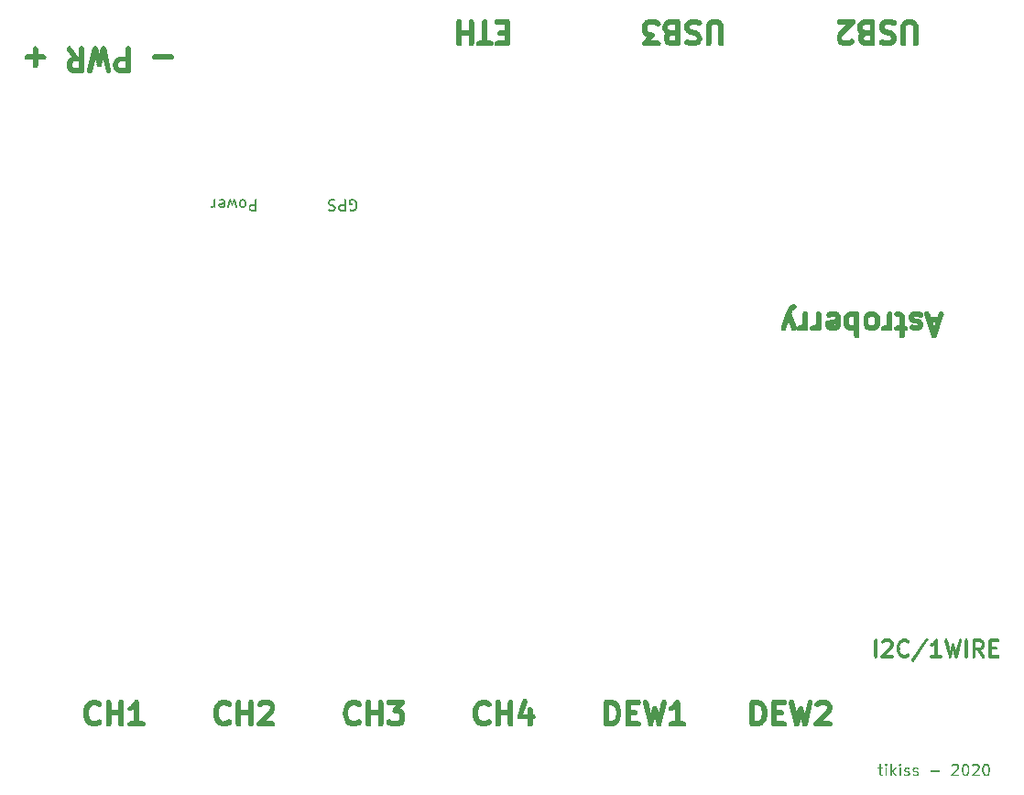
<source format=gto>
%MOIN*%
%OFA0B0*%
%FSLAX36Y36*%
%IPPOS*%
%LPD*%
%LPD*%
G36*
X003441507Y000099970D02*
G01*
X003442419Y000100115D01*
X003443242Y000100534D01*
X003443896Y000101188D01*
X003444314Y000102011D01*
X003444459Y000102923D01*
X003444314Y000103836D01*
X003443896Y000104659D01*
X003443242Y000105312D01*
X003442419Y000105732D01*
X003441507Y000105877D01*
X003426509Y000105877D01*
X003425595Y000105732D01*
X003424773Y000105312D01*
X003424119Y000104659D01*
X003423700Y000103836D01*
X003423555Y000102923D01*
X003423700Y000102011D01*
X003424119Y000101188D01*
X003424773Y000100534D01*
X003425595Y000100115D01*
X003426509Y000099970D01*
X003441507Y000099970D01*
G37*
G36*
X003432133Y000079349D02*
G01*
X003433045Y000079492D01*
X003433868Y000079912D01*
X003434522Y000080566D01*
X003434941Y000081389D01*
X003435086Y000082300D01*
X003435086Y000116047D01*
X003434941Y000116958D01*
X003434522Y000117782D01*
X003433868Y000118436D01*
X003433045Y000118855D01*
X003432133Y000118999D01*
X003431219Y000118855D01*
X003430397Y000118436D01*
X003429744Y000117782D01*
X003429324Y000116958D01*
X003429179Y000116047D01*
X003429179Y000082300D01*
X003429324Y000081389D01*
X003429744Y000080566D01*
X003430397Y000079912D01*
X003431219Y000079492D01*
X003432133Y000079349D01*
G37*
G36*
X003434007Y000075599D02*
G01*
X003434920Y000075744D01*
X003435743Y000076163D01*
X003436396Y000076816D01*
X003436815Y000077639D01*
X003436958Y000078551D01*
X003436815Y000079464D01*
X003434941Y000083214D01*
X003434522Y000084037D01*
X003433868Y000084690D01*
X003433045Y000085109D01*
X003432133Y000085254D01*
X003431219Y000085109D01*
X003430397Y000084690D01*
X003429744Y000084037D01*
X003429324Y000083214D01*
X003429179Y000082300D01*
X003429324Y000081389D01*
X003431199Y000077639D01*
X003431619Y000076816D01*
X003432272Y000076163D01*
X003433095Y000075744D01*
X003434007Y000075599D01*
G37*
G36*
X003437757Y000073724D02*
G01*
X003438669Y000073868D01*
X003439492Y000074288D01*
X003440146Y000074942D01*
X003440565Y000075765D01*
X003440710Y000076677D01*
X003440565Y000077590D01*
X003440146Y000078413D01*
X003439492Y000079066D01*
X003438669Y000079485D01*
X003434920Y000081360D01*
X003434007Y000081505D01*
X003433095Y000081360D01*
X003432272Y000080941D01*
X003431619Y000080287D01*
X003431199Y000079464D01*
X003431055Y000078551D01*
X003431199Y000077639D01*
X003431619Y000076816D01*
X003432272Y000076163D01*
X003433095Y000075744D01*
X003436844Y000073868D01*
X003437757Y000073724D01*
G37*
G36*
X003441507Y000073724D02*
G01*
X003442419Y000073868D01*
X003443242Y000074288D01*
X003443896Y000074942D01*
X003444314Y000075765D01*
X003444459Y000076677D01*
X003444314Y000077590D01*
X003443896Y000078413D01*
X003443242Y000079066D01*
X003442419Y000079485D01*
X003441507Y000079628D01*
X003437757Y000079628D01*
X003436844Y000079485D01*
X003436022Y000079066D01*
X003435367Y000078413D01*
X003434949Y000077590D01*
X003434804Y000076677D01*
X003434949Y000075765D01*
X003435367Y000074942D01*
X003436022Y000074288D01*
X003436844Y000073868D01*
X003437757Y000073724D01*
X003441507Y000073724D01*
G37*
G36*
X003454630Y000073724D02*
G01*
X003455542Y000073868D01*
X003456366Y000074288D01*
X003457018Y000074942D01*
X003457438Y000075765D01*
X003457582Y000076677D01*
X003457582Y000102923D01*
X003457438Y000103836D01*
X003457018Y000104659D01*
X003456366Y000105312D01*
X003455542Y000105732D01*
X003454630Y000105877D01*
X003453718Y000105732D01*
X003452894Y000105312D01*
X003452241Y000104659D01*
X003451821Y000103836D01*
X003451676Y000102923D01*
X003451676Y000076677D01*
X003451821Y000075765D01*
X003452241Y000074942D01*
X003452894Y000074288D01*
X003453718Y000073868D01*
X003454630Y000073724D01*
G37*
G36*
X003452755Y000111220D02*
G01*
X003453667Y000111363D01*
X003454491Y000111782D01*
X003457018Y000114311D01*
X003457438Y000115134D01*
X003457582Y000116047D01*
X003457438Y000116958D01*
X003457018Y000117782D01*
X003456366Y000118436D01*
X003455542Y000118855D01*
X003454630Y000118999D01*
X003453718Y000118855D01*
X003452894Y000118436D01*
X003450366Y000115907D01*
X003449947Y000115085D01*
X003449803Y000114173D01*
X003449947Y000113260D01*
X003450366Y000112437D01*
X003451019Y000111782D01*
X003451842Y000111363D01*
X003452755Y000111220D01*
G37*
G36*
X003454630Y000109344D02*
G01*
X003455542Y000109488D01*
X003456366Y000109909D01*
X003457018Y000110562D01*
X003457438Y000111385D01*
X003457582Y000112298D01*
X003457438Y000113210D01*
X003457018Y000114032D01*
X003454491Y000116561D01*
X003453667Y000116980D01*
X003452755Y000117125D01*
X003451842Y000116980D01*
X003451019Y000116561D01*
X003450366Y000115907D01*
X003449947Y000115085D01*
X003449803Y000114173D01*
X003449947Y000113260D01*
X003450366Y000112437D01*
X003452894Y000109909D01*
X003453718Y000109488D01*
X003454630Y000109344D01*
G37*
G36*
X003454630Y000109344D02*
G01*
X003455542Y000109488D01*
X003456366Y000109909D01*
X003458894Y000112437D01*
X003459313Y000113260D01*
X003459456Y000114173D01*
X003459313Y000115085D01*
X003458894Y000115907D01*
X003458240Y000116561D01*
X003457417Y000116980D01*
X003456504Y000117125D01*
X003455592Y000116980D01*
X003454769Y000116561D01*
X003452241Y000114032D01*
X003451821Y000113210D01*
X003451676Y000112298D01*
X003451821Y000111385D01*
X003452241Y000110562D01*
X003452894Y000109909D01*
X003453718Y000109488D01*
X003454630Y000109344D01*
G37*
G36*
X003456504Y000111220D02*
G01*
X003457417Y000111363D01*
X003458240Y000111782D01*
X003458894Y000112437D01*
X003459313Y000113260D01*
X003459456Y000114173D01*
X003459313Y000115085D01*
X003458894Y000115907D01*
X003456366Y000118436D01*
X003455542Y000118855D01*
X003454630Y000118999D01*
X003453718Y000118855D01*
X003452894Y000118436D01*
X003452241Y000117782D01*
X003451821Y000116958D01*
X003451676Y000116047D01*
X003451821Y000115134D01*
X003452241Y000114311D01*
X003454769Y000111782D01*
X003455592Y000111363D01*
X003456504Y000111220D01*
G37*
G36*
X003454630Y000109344D02*
G01*
X003455542Y000109488D01*
X003456366Y000109909D01*
X003457018Y000110562D01*
X003457438Y000111385D01*
X003457582Y000112298D01*
X003457582Y000116047D01*
X003457438Y000116958D01*
X003457018Y000117782D01*
X003456366Y000118436D01*
X003455542Y000118855D01*
X003454630Y000118999D01*
X003453718Y000118855D01*
X003452894Y000118436D01*
X003452241Y000117782D01*
X003451821Y000116958D01*
X003451676Y000116047D01*
X003451676Y000112298D01*
X003451821Y000111385D01*
X003452241Y000110562D01*
X003452894Y000109909D01*
X003453718Y000109488D01*
X003454630Y000109344D01*
G37*
G36*
X003473377Y000073724D02*
G01*
X003474289Y000073868D01*
X003475113Y000074288D01*
X003475766Y000074942D01*
X003476185Y000075765D01*
X003476330Y000076677D01*
X003476330Y000116047D01*
X003476185Y000116958D01*
X003475766Y000117782D01*
X003475113Y000118436D01*
X003474289Y000118855D01*
X003473377Y000118999D01*
X003472465Y000118855D01*
X003471641Y000118436D01*
X003470988Y000117782D01*
X003470569Y000116958D01*
X003470425Y000116047D01*
X003470425Y000076677D01*
X003470569Y000075765D01*
X003470988Y000074942D01*
X003471641Y000074288D01*
X003472465Y000073868D01*
X003473377Y000073724D01*
G37*
G36*
X003488376Y000073724D02*
G01*
X003489288Y000073868D01*
X003490110Y000074288D01*
X003490764Y000074942D01*
X003491183Y000075765D01*
X003491329Y000076677D01*
X003491183Y000077590D01*
X003490764Y000078413D01*
X003479516Y000093410D01*
X003478863Y000094064D01*
X003478039Y000094483D01*
X003477127Y000094627D01*
X003476214Y000094483D01*
X003475391Y000094064D01*
X003474738Y000093410D01*
X003474319Y000092587D01*
X003474174Y000091675D01*
X003474319Y000090762D01*
X003474738Y000089940D01*
X003485987Y000074942D01*
X003486640Y000074288D01*
X003487463Y000073868D01*
X003488376Y000073724D01*
G37*
G36*
X003473377Y000084972D02*
G01*
X003474289Y000085117D01*
X003475113Y000085537D01*
X003475766Y000086190D01*
X003490110Y000100534D01*
X003490110Y000100534D01*
X003490764Y000101188D01*
X003491183Y000102011D01*
X003491329Y000102923D01*
X003491183Y000103836D01*
X003490764Y000104659D01*
X003490110Y000105312D01*
X003489288Y000105732D01*
X003488376Y000105877D01*
X003487463Y000105732D01*
X003486640Y000105312D01*
X003485987Y000104659D01*
X003471643Y000090314D01*
X003471641Y000090314D01*
X003470988Y000089661D01*
X003470569Y000088838D01*
X003470425Y000087925D01*
X003470569Y000087013D01*
X003470988Y000086190D01*
X003471641Y000085537D01*
X003472465Y000085117D01*
X003473377Y000084972D01*
G37*
G36*
X003505249Y000073724D02*
G01*
X003506161Y000073868D01*
X003506984Y000074288D01*
X003507636Y000074942D01*
X003508057Y000075765D01*
X003508200Y000076677D01*
X003508200Y000102923D01*
X003508057Y000103836D01*
X003507636Y000104659D01*
X003506984Y000105312D01*
X003506161Y000105732D01*
X003505249Y000105877D01*
X003504335Y000105732D01*
X003503513Y000105312D01*
X003502859Y000104659D01*
X003502440Y000103836D01*
X003502296Y000102923D01*
X003502296Y000076677D01*
X003502440Y000075765D01*
X003502859Y000074942D01*
X003503513Y000074288D01*
X003504335Y000073868D01*
X003505249Y000073724D01*
G37*
G36*
X003503374Y000111220D02*
G01*
X003504286Y000111363D01*
X003505109Y000111782D01*
X003505762Y000112437D01*
X003506985Y000113659D01*
X003506984Y000113659D01*
X003507636Y000114311D01*
X003508057Y000115134D01*
X003508200Y000116047D01*
X003508057Y000116958D01*
X003507636Y000117782D01*
X003506984Y000118436D01*
X003506161Y000118855D01*
X003505249Y000118999D01*
X003504335Y000118855D01*
X003503513Y000118436D01*
X003500985Y000115907D01*
X003500566Y000115085D01*
X003500421Y000114173D01*
X003500566Y000113260D01*
X003500985Y000112437D01*
X003501637Y000111782D01*
X003502461Y000111363D01*
X003503374Y000111220D01*
G37*
G36*
X003505249Y000109344D02*
G01*
X003506161Y000109488D01*
X003506984Y000109909D01*
X003507636Y000110562D01*
X003508057Y000111385D01*
X003508200Y000112298D01*
X003508057Y000113210D01*
X003507636Y000114032D01*
X003505762Y000115907D01*
X003505109Y000116561D01*
X003504286Y000116980D01*
X003503374Y000117125D01*
X003502461Y000116980D01*
X003501637Y000116561D01*
X003500985Y000115907D01*
X003500566Y000115085D01*
X003500421Y000114173D01*
X003500566Y000113260D01*
X003500985Y000112437D01*
X003503513Y000109909D01*
X003504335Y000109488D01*
X003505249Y000109344D01*
G37*
G36*
X003505249Y000109344D02*
G01*
X003506161Y000109488D01*
X003506984Y000109909D01*
X003509510Y000112437D01*
X003509932Y000113260D01*
X003510076Y000114173D01*
X003509932Y000115085D01*
X003509510Y000115907D01*
X003508859Y000116561D01*
X003508035Y000116980D01*
X003507123Y000117125D01*
X003506211Y000116980D01*
X003505387Y000116561D01*
X003502859Y000114032D01*
X003502440Y000113210D01*
X003502296Y000112298D01*
X003502440Y000111385D01*
X003502859Y000110562D01*
X003503513Y000109909D01*
X003504335Y000109488D01*
X003505249Y000109344D01*
G37*
G36*
X003507123Y000111220D02*
G01*
X003508035Y000111363D01*
X003508859Y000111782D01*
X003509510Y000112437D01*
X003509932Y000113260D01*
X003510076Y000114173D01*
X003509932Y000115085D01*
X003509510Y000115907D01*
X003506984Y000118436D01*
X003506161Y000118855D01*
X003505249Y000118999D01*
X003504335Y000118855D01*
X003503513Y000118436D01*
X003502859Y000117782D01*
X003502440Y000116958D01*
X003502296Y000116047D01*
X003502440Y000115134D01*
X003502859Y000114311D01*
X003505387Y000111782D01*
X003506211Y000111363D01*
X003507123Y000111220D01*
G37*
G36*
X003505249Y000109344D02*
G01*
X003506161Y000109488D01*
X003506984Y000109909D01*
X003507636Y000110562D01*
X003508057Y000111385D01*
X003508200Y000112298D01*
X003508200Y000116047D01*
X003508057Y000116958D01*
X003507636Y000117782D01*
X003506984Y000118436D01*
X003506161Y000118855D01*
X003505249Y000118999D01*
X003504335Y000118855D01*
X003503513Y000118436D01*
X003502859Y000117782D01*
X003502440Y000116958D01*
X003502296Y000116047D01*
X003502296Y000112298D01*
X003502440Y000111385D01*
X003502859Y000110562D01*
X003503513Y000109909D01*
X003504335Y000109488D01*
X003505249Y000109344D01*
G37*
G36*
X003525870Y000073724D02*
G01*
X003526783Y000073868D01*
X003527606Y000074288D01*
X003528260Y000074942D01*
X003528679Y000075765D01*
X003528824Y000076677D01*
X003528679Y000077590D01*
X003528260Y000078413D01*
X003527606Y000079066D01*
X003526783Y000079485D01*
X003523033Y000081360D01*
X003522121Y000081505D01*
X003521208Y000081360D01*
X003520386Y000080941D01*
X003519732Y000080287D01*
X003519313Y000079464D01*
X003519169Y000078551D01*
X003519313Y000077639D01*
X003519732Y000076816D01*
X003520386Y000076163D01*
X003521208Y000075744D01*
X003524958Y000073868D01*
X003525870Y000073724D01*
G37*
G36*
X003533370Y000073724D02*
G01*
X003534282Y000073868D01*
X003535106Y000074288D01*
X003535759Y000074942D01*
X003536178Y000075765D01*
X003536322Y000076677D01*
X003536178Y000077590D01*
X003535759Y000078413D01*
X003535106Y000079066D01*
X003534282Y000079485D01*
X003533370Y000079628D01*
X003525870Y000079628D01*
X003524958Y000079485D01*
X003524135Y000079066D01*
X003523482Y000078413D01*
X003523063Y000077590D01*
X003522918Y000076677D01*
X003523063Y000075765D01*
X003523482Y000074942D01*
X003524135Y000074288D01*
X003524958Y000073868D01*
X003525870Y000073724D01*
X003533370Y000073724D01*
G37*
G36*
X003533370Y000073724D02*
G01*
X003534282Y000073868D01*
X003538032Y000075744D01*
X003538855Y000076163D01*
X003539508Y000076816D01*
X003539927Y000077639D01*
X003540072Y000078551D01*
X003539927Y000079464D01*
X003539508Y000080287D01*
X003538855Y000080941D01*
X003538032Y000081360D01*
X003537119Y000081505D01*
X003536207Y000081360D01*
X003532458Y000079485D01*
X003531634Y000079066D01*
X003530982Y000078413D01*
X003530561Y000077590D01*
X003530417Y000076677D01*
X003530561Y000075765D01*
X003530982Y000074942D01*
X003531634Y000074288D01*
X003532458Y000073868D01*
X003533370Y000073724D01*
G37*
G36*
X003537119Y000075599D02*
G01*
X003538032Y000075744D01*
X003538855Y000076163D01*
X003539508Y000076816D01*
X003539927Y000077639D01*
X003541786Y000081357D01*
X003541802Y000081389D01*
X003541947Y000082300D01*
X003541802Y000083214D01*
X003541383Y000084037D01*
X003540729Y000084690D01*
X003539907Y000085109D01*
X003538994Y000085254D01*
X003538081Y000085109D01*
X003537259Y000084690D01*
X003536605Y000084037D01*
X003536185Y000083214D01*
X003534311Y000079464D01*
X003534167Y000078551D01*
X003534311Y000077639D01*
X003534731Y000076816D01*
X003535383Y000076163D01*
X003536207Y000075744D01*
X003537119Y000075599D01*
G37*
G36*
X003538994Y000079349D02*
G01*
X003539907Y000079492D01*
X003540729Y000079912D01*
X003541383Y000080566D01*
X003541802Y000081389D01*
X003541947Y000082300D01*
X003541947Y000084175D01*
X003541802Y000085088D01*
X003541383Y000085911D01*
X003540729Y000086565D01*
X003539907Y000086984D01*
X003538994Y000087128D01*
X003538081Y000086984D01*
X003537259Y000086565D01*
X003536605Y000085911D01*
X003536185Y000085088D01*
X003536041Y000084175D01*
X003536041Y000082300D01*
X003536185Y000081389D01*
X003536605Y000080566D01*
X003537259Y000079912D01*
X003538081Y000079492D01*
X003538994Y000079349D01*
G37*
G36*
X003538994Y000081224D02*
G01*
X003539907Y000081367D01*
X003540729Y000081787D01*
X003541383Y000082441D01*
X003541802Y000083263D01*
X003541947Y000084175D01*
X003541802Y000085088D01*
X003539927Y000088838D01*
X003539508Y000089661D01*
X003538855Y000090314D01*
X003538032Y000090734D01*
X003537119Y000090879D01*
X003536207Y000090734D01*
X003535383Y000090314D01*
X003534731Y000089661D01*
X003534311Y000088838D01*
X003534167Y000087925D01*
X003534311Y000087013D01*
X003534327Y000086982D01*
X003536185Y000083263D01*
X003536605Y000082441D01*
X003537259Y000081787D01*
X003538081Y000081367D01*
X003538994Y000081224D01*
G37*
G36*
X003537119Y000084972D02*
G01*
X003538032Y000085117D01*
X003538855Y000085537D01*
X003539508Y000086190D01*
X003539927Y000087013D01*
X003540072Y000087925D01*
X003539927Y000088838D01*
X003539508Y000089661D01*
X003538855Y000090314D01*
X003538032Y000090734D01*
X003534282Y000092608D01*
X003533370Y000092753D01*
X003532458Y000092608D01*
X003531634Y000092188D01*
X003530982Y000091536D01*
X003530561Y000090713D01*
X003530417Y000089801D01*
X003530561Y000088888D01*
X003530982Y000088065D01*
X003531634Y000087411D01*
X003532458Y000086992D01*
X003536207Y000085117D01*
X003537119Y000084972D01*
G37*
G36*
X003533370Y000086847D02*
G01*
X003534282Y000086992D01*
X003535106Y000087411D01*
X003535759Y000088065D01*
X003536178Y000088888D01*
X003536322Y000089801D01*
X003536178Y000090713D01*
X003535759Y000091536D01*
X003535106Y000092188D01*
X003534282Y000092608D01*
X003533370Y000092753D01*
X003527746Y000092753D01*
X003526833Y000092608D01*
X003526009Y000092188D01*
X003525357Y000091536D01*
X003524938Y000090713D01*
X003524793Y000089801D01*
X003524938Y000088888D01*
X003525357Y000088065D01*
X003526009Y000087411D01*
X003526833Y000086992D01*
X003527746Y000086847D01*
X003533370Y000086847D01*
G37*
G36*
X003527746Y000086847D02*
G01*
X003528658Y000086992D01*
X003529481Y000087411D01*
X003530134Y000088065D01*
X003530553Y000088888D01*
X003530699Y000089801D01*
X003530553Y000090713D01*
X003530134Y000091536D01*
X003529481Y000092188D01*
X003528658Y000092608D01*
X003524909Y000094483D01*
X003523996Y000094627D01*
X003523084Y000094483D01*
X003522261Y000094064D01*
X003521606Y000093410D01*
X003521187Y000092587D01*
X003521043Y000091675D01*
X003521187Y000090762D01*
X003521606Y000089940D01*
X003522261Y000089286D01*
X003523084Y000088867D01*
X003526833Y000086992D01*
X003527746Y000086847D01*
G37*
G36*
X003523996Y000088722D02*
G01*
X003524909Y000088867D01*
X003525731Y000089286D01*
X003526385Y000089940D01*
X003526804Y000090762D01*
X003526949Y000091675D01*
X003526804Y000092587D01*
X003524930Y000096337D01*
X003524511Y000097161D01*
X003523857Y000097813D01*
X003523033Y000098233D01*
X003522121Y000098377D01*
X003521208Y000098233D01*
X003520386Y000097813D01*
X003519732Y000097161D01*
X003519313Y000096337D01*
X003519169Y000095425D01*
X003519313Y000094512D01*
X003521187Y000090762D01*
X003521606Y000089940D01*
X003522261Y000089286D01*
X003523084Y000088867D01*
X003523996Y000088722D01*
G37*
G36*
X003522121Y000092471D02*
G01*
X003523033Y000092616D01*
X003523857Y000093036D01*
X003524511Y000093688D01*
X003524930Y000094512D01*
X003525074Y000095425D01*
X003525074Y000097300D01*
X003524930Y000098212D01*
X003524511Y000099035D01*
X003523857Y000099688D01*
X003523033Y000100106D01*
X003522121Y000100252D01*
X003521208Y000100106D01*
X003520386Y000099688D01*
X003519732Y000099035D01*
X003519313Y000098212D01*
X003519169Y000097300D01*
X003519169Y000095425D01*
X003519313Y000094512D01*
X003519732Y000093688D01*
X003520386Y000093036D01*
X003521208Y000092616D01*
X003522121Y000092471D01*
G37*
G36*
X003522121Y000094347D02*
G01*
X003523033Y000094490D01*
X003523857Y000094910D01*
X003524511Y000095564D01*
X003524930Y000096387D01*
X003526804Y000100136D01*
X003526949Y000101048D01*
X003526804Y000101961D01*
X003526385Y000102784D01*
X003525731Y000103438D01*
X003524909Y000103857D01*
X003523996Y000104001D01*
X003523084Y000103857D01*
X003522261Y000103438D01*
X003521606Y000102784D01*
X003521187Y000101961D01*
X003519313Y000098212D01*
X003519169Y000097300D01*
X003519313Y000096387D01*
X003519732Y000095564D01*
X003520386Y000094910D01*
X003521208Y000094490D01*
X003522121Y000094347D01*
G37*
G36*
X003523996Y000098096D02*
G01*
X003524909Y000098241D01*
X003528658Y000100115D01*
X003529481Y000100534D01*
X003530134Y000101188D01*
X003530553Y000102011D01*
X003530699Y000102923D01*
X003530553Y000103836D01*
X003530134Y000104659D01*
X003529481Y000105312D01*
X003528658Y000105732D01*
X003527746Y000105877D01*
X003526833Y000105732D01*
X003523084Y000103857D01*
X003522261Y000103438D01*
X003521606Y000102784D01*
X003521187Y000101961D01*
X003521043Y000101048D01*
X003521187Y000100136D01*
X003521606Y000099313D01*
X003522261Y000098661D01*
X003523084Y000098241D01*
X003523996Y000098096D01*
G37*
G36*
X003533370Y000099970D02*
G01*
X003534282Y000100115D01*
X003535106Y000100534D01*
X003535759Y000101188D01*
X003536178Y000102011D01*
X003536322Y000102923D01*
X003536178Y000103836D01*
X003535759Y000104659D01*
X003535106Y000105312D01*
X003534282Y000105732D01*
X003533370Y000105877D01*
X003527746Y000105877D01*
X003526833Y000105732D01*
X003526009Y000105312D01*
X003525357Y000104659D01*
X003524938Y000103836D01*
X003524793Y000102923D01*
X003524938Y000102011D01*
X003525357Y000101188D01*
X003526009Y000100534D01*
X003526833Y000100115D01*
X003527746Y000099970D01*
X003533370Y000099970D01*
G37*
G36*
X003537119Y000098096D02*
G01*
X003538032Y000098241D01*
X003538855Y000098661D01*
X003539508Y000099313D01*
X003539927Y000100136D01*
X003540072Y000101048D01*
X003539927Y000101961D01*
X003539508Y000102784D01*
X003538855Y000103438D01*
X003538032Y000103857D01*
X003534282Y000105732D01*
X003533370Y000105877D01*
X003532458Y000105732D01*
X003531634Y000105312D01*
X003530982Y000104659D01*
X003530561Y000103836D01*
X003530417Y000102923D01*
X003530561Y000102011D01*
X003530982Y000101188D01*
X003531634Y000100534D01*
X003532458Y000100115D01*
X003536207Y000098241D01*
X003537119Y000098096D01*
G37*
G36*
X003557742Y000073724D02*
G01*
X003558654Y000073868D01*
X003559478Y000074288D01*
X003560131Y000074942D01*
X003560550Y000075765D01*
X003560694Y000076677D01*
X003560550Y000077590D01*
X003560131Y000078413D01*
X003559478Y000079066D01*
X003558654Y000079485D01*
X003554905Y000081360D01*
X003553993Y000081505D01*
X003553080Y000081360D01*
X003552257Y000080941D01*
X003551603Y000080287D01*
X003551184Y000079464D01*
X003551039Y000078551D01*
X003551184Y000077639D01*
X003551603Y000076816D01*
X003552257Y000076163D01*
X003553080Y000075744D01*
X003556830Y000073868D01*
X003557742Y000073724D01*
G37*
G36*
X003565240Y000073724D02*
G01*
X003566153Y000073868D01*
X003566976Y000074288D01*
X003567630Y000074942D01*
X003568050Y000075765D01*
X003568194Y000076677D01*
X003568050Y000077590D01*
X003567630Y000078413D01*
X003566976Y000079066D01*
X003566153Y000079485D01*
X003565240Y000079628D01*
X003557742Y000079628D01*
X003556830Y000079485D01*
X003556006Y000079066D01*
X003555352Y000078413D01*
X003554933Y000077590D01*
X003554789Y000076677D01*
X003554933Y000075765D01*
X003555352Y000074942D01*
X003556006Y000074288D01*
X003556830Y000073868D01*
X003557742Y000073724D01*
X003565240Y000073724D01*
G37*
G36*
X003565240Y000073724D02*
G01*
X003566153Y000073868D01*
X003569903Y000075744D01*
X003570726Y000076163D01*
X003571379Y000076816D01*
X003571798Y000077639D01*
X003571943Y000078551D01*
X003571798Y000079464D01*
X003571379Y000080287D01*
X003570726Y000080941D01*
X003569903Y000081360D01*
X003568991Y000081505D01*
X003568078Y000081360D01*
X003564328Y000079485D01*
X003563505Y000079066D01*
X003562852Y000078413D01*
X003562433Y000077590D01*
X003562288Y000076677D01*
X003562433Y000075765D01*
X003562852Y000074942D01*
X003563505Y000074288D01*
X003564328Y000073868D01*
X003565240Y000073724D01*
G37*
G36*
X003568991Y000075599D02*
G01*
X003569903Y000075744D01*
X003570726Y000076163D01*
X003571379Y000076816D01*
X003571798Y000077639D01*
X003573672Y000081389D01*
X003573818Y000082300D01*
X003573672Y000083214D01*
X003573254Y000084037D01*
X003572601Y000084690D01*
X003571777Y000085109D01*
X003570865Y000085254D01*
X003569952Y000085109D01*
X003569129Y000084690D01*
X003568476Y000084037D01*
X003568057Y000083214D01*
X003566182Y000079464D01*
X003566037Y000078551D01*
X003566182Y000077639D01*
X003566601Y000076816D01*
X003567255Y000076163D01*
X003568078Y000075744D01*
X003568991Y000075599D01*
G37*
G36*
X003570865Y000079349D02*
G01*
X003571777Y000079492D01*
X003572601Y000079912D01*
X003573254Y000080566D01*
X003573672Y000081389D01*
X003573818Y000082300D01*
X003573818Y000084175D01*
X003573672Y000085088D01*
X003573254Y000085911D01*
X003572601Y000086565D01*
X003571777Y000086984D01*
X003570865Y000087128D01*
X003569952Y000086984D01*
X003569129Y000086565D01*
X003568476Y000085911D01*
X003568057Y000085088D01*
X003567913Y000084175D01*
X003567913Y000082300D01*
X003568057Y000081389D01*
X003568476Y000080566D01*
X003569129Y000079912D01*
X003569952Y000079492D01*
X003570865Y000079349D01*
G37*
G36*
X003570865Y000081224D02*
G01*
X003571777Y000081367D01*
X003572601Y000081787D01*
X003573254Y000082441D01*
X003573672Y000083263D01*
X003573818Y000084175D01*
X003573672Y000085088D01*
X003571798Y000088838D01*
X003571379Y000089661D01*
X003570726Y000090314D01*
X003569903Y000090734D01*
X003568991Y000090879D01*
X003568078Y000090734D01*
X003567255Y000090314D01*
X003566601Y000089661D01*
X003566182Y000088838D01*
X003566037Y000087925D01*
X003566182Y000087013D01*
X003566197Y000086982D01*
X003568057Y000083263D01*
X003568476Y000082441D01*
X003569129Y000081787D01*
X003569952Y000081367D01*
X003570865Y000081224D01*
G37*
G36*
X003568991Y000084972D02*
G01*
X003569903Y000085117D01*
X003570726Y000085537D01*
X003571379Y000086190D01*
X003571798Y000087013D01*
X003571943Y000087925D01*
X003571798Y000088838D01*
X003571379Y000089661D01*
X003570726Y000090314D01*
X003569903Y000090734D01*
X003566153Y000092608D01*
X003565240Y000092753D01*
X003564328Y000092608D01*
X003563505Y000092188D01*
X003562852Y000091536D01*
X003562433Y000090713D01*
X003562288Y000089801D01*
X003562433Y000088888D01*
X003562852Y000088065D01*
X003563505Y000087411D01*
X003564328Y000086992D01*
X003568078Y000085117D01*
X003568991Y000084972D01*
G37*
G36*
X003565240Y000086847D02*
G01*
X003566153Y000086992D01*
X003566976Y000087411D01*
X003567630Y000088065D01*
X003568050Y000088888D01*
X003568194Y000089801D01*
X003568050Y000090713D01*
X003567630Y000091536D01*
X003566976Y000092188D01*
X003566153Y000092608D01*
X003565240Y000092753D01*
X003559617Y000092753D01*
X003558704Y000092608D01*
X003557881Y000092188D01*
X003557228Y000091536D01*
X003556808Y000090713D01*
X003556663Y000089801D01*
X003556808Y000088888D01*
X003557228Y000088065D01*
X003557881Y000087411D01*
X003558704Y000086992D01*
X003559617Y000086847D01*
X003565240Y000086847D01*
G37*
G36*
X003559617Y000086847D02*
G01*
X003560528Y000086992D01*
X003561352Y000087411D01*
X003562006Y000088065D01*
X003562425Y000088888D01*
X003562570Y000089801D01*
X003562425Y000090713D01*
X003562006Y000091536D01*
X003561352Y000092188D01*
X003560528Y000092608D01*
X003556779Y000094483D01*
X003555867Y000094627D01*
X003554955Y000094483D01*
X003554132Y000094064D01*
X003553478Y000093410D01*
X003553059Y000092587D01*
X003552915Y000091675D01*
X003553059Y000090762D01*
X003553478Y000089940D01*
X003554132Y000089286D01*
X003554955Y000088867D01*
X003558704Y000086992D01*
X003559617Y000086847D01*
G37*
G36*
X003555867Y000088722D02*
G01*
X003556779Y000088867D01*
X003557603Y000089286D01*
X003558256Y000089940D01*
X003558676Y000090762D01*
X003558820Y000091675D01*
X003558676Y000092587D01*
X003556801Y000096337D01*
X003556380Y000097161D01*
X003555728Y000097813D01*
X003554905Y000098233D01*
X003553993Y000098377D01*
X003553080Y000098233D01*
X003552257Y000097813D01*
X003551603Y000097161D01*
X003551184Y000096337D01*
X003551039Y000095425D01*
X003551184Y000094512D01*
X003551200Y000094481D01*
X003553059Y000090762D01*
X003553478Y000089940D01*
X003554132Y000089286D01*
X003554955Y000088867D01*
X003555867Y000088722D01*
G37*
G36*
X003553993Y000092471D02*
G01*
X003554905Y000092616D01*
X003555728Y000093036D01*
X003556380Y000093688D01*
X003556801Y000094512D01*
X003556945Y000095425D01*
X003556945Y000097300D01*
X003556801Y000098212D01*
X003556380Y000099035D01*
X003555728Y000099688D01*
X003554905Y000100106D01*
X003553993Y000100252D01*
X003553080Y000100106D01*
X003552257Y000099688D01*
X003551603Y000099035D01*
X003551184Y000098212D01*
X003551039Y000097300D01*
X003551039Y000095425D01*
X003551184Y000094512D01*
X003551603Y000093688D01*
X003552257Y000093036D01*
X003553080Y000092616D01*
X003553993Y000092471D01*
G37*
G36*
X003553993Y000094347D02*
G01*
X003554905Y000094490D01*
X003555728Y000094910D01*
X003556380Y000095564D01*
X003556801Y000096387D01*
X003558659Y000100105D01*
X003558676Y000100136D01*
X003558820Y000101048D01*
X003558676Y000101961D01*
X003558256Y000102784D01*
X003557603Y000103438D01*
X003556779Y000103857D01*
X003555867Y000104001D01*
X003554955Y000103857D01*
X003554132Y000103438D01*
X003553478Y000102784D01*
X003553059Y000101961D01*
X003551184Y000098212D01*
X003551039Y000097300D01*
X003551184Y000096387D01*
X003551603Y000095564D01*
X003552257Y000094910D01*
X003553080Y000094490D01*
X003553993Y000094347D01*
G37*
G36*
X003555867Y000098096D02*
G01*
X003556779Y000098241D01*
X003560528Y000100115D01*
X003561352Y000100534D01*
X003562006Y000101188D01*
X003562425Y000102011D01*
X003562570Y000102923D01*
X003562425Y000103836D01*
X003562006Y000104659D01*
X003561352Y000105312D01*
X003560528Y000105732D01*
X003559617Y000105877D01*
X003558704Y000105732D01*
X003554955Y000103857D01*
X003554132Y000103438D01*
X003553478Y000102784D01*
X003553059Y000101961D01*
X003552915Y000101048D01*
X003553059Y000100136D01*
X003553478Y000099313D01*
X003554132Y000098661D01*
X003554955Y000098241D01*
X003555867Y000098096D01*
G37*
G36*
X003565240Y000099970D02*
G01*
X003566153Y000100115D01*
X003566976Y000100534D01*
X003567630Y000101188D01*
X003568050Y000102011D01*
X003568194Y000102923D01*
X003568050Y000103836D01*
X003567630Y000104659D01*
X003566976Y000105312D01*
X003566153Y000105732D01*
X003565240Y000105877D01*
X003559617Y000105877D01*
X003558704Y000105732D01*
X003557881Y000105312D01*
X003557228Y000104659D01*
X003556808Y000103836D01*
X003556663Y000102923D01*
X003556808Y000102011D01*
X003557228Y000101188D01*
X003557881Y000100534D01*
X003558704Y000100115D01*
X003559617Y000099970D01*
X003565240Y000099970D01*
G37*
G36*
X003568991Y000098096D02*
G01*
X003569903Y000098241D01*
X003570726Y000098661D01*
X003571379Y000099313D01*
X003571798Y000100136D01*
X003571943Y000101048D01*
X003571798Y000101961D01*
X003571379Y000102784D01*
X003570726Y000103438D01*
X003569903Y000103857D01*
X003566153Y000105732D01*
X003565240Y000105877D01*
X003564328Y000105732D01*
X003563505Y000105312D01*
X003562852Y000104659D01*
X003562433Y000103836D01*
X003562288Y000102923D01*
X003562433Y000102011D01*
X003562852Y000101188D01*
X003563505Y000100534D01*
X003564328Y000100115D01*
X003568078Y000098241D01*
X003568991Y000098096D01*
G37*
G36*
X003647731Y000088722D02*
G01*
X003648643Y000088867D01*
X003649466Y000089286D01*
X003650120Y000089940D01*
X003650539Y000090762D01*
X003650683Y000091675D01*
X003650539Y000092587D01*
X003650120Y000093410D01*
X003649466Y000094064D01*
X003648643Y000094483D01*
X003647731Y000094627D01*
X003617735Y000094627D01*
X003616821Y000094483D01*
X003615999Y000094064D01*
X003615345Y000093410D01*
X003614926Y000092587D01*
X003614781Y000091675D01*
X003614926Y000090762D01*
X003615345Y000089940D01*
X003615999Y000089286D01*
X003616821Y000088867D01*
X003617735Y000088722D01*
X003647731Y000088722D01*
G37*
G36*
X003694600Y000109344D02*
G01*
X003695512Y000109488D01*
X003696336Y000109909D01*
X003698209Y000111782D01*
X003698863Y000112437D01*
X003699283Y000113260D01*
X003699427Y000114173D01*
X003699283Y000115085D01*
X003698863Y000115907D01*
X003698209Y000116561D01*
X003697387Y000116980D01*
X003696475Y000117125D01*
X003695560Y000116980D01*
X003694739Y000116561D01*
X003694085Y000115907D01*
X003694085Y000115907D01*
X003692211Y000114032D01*
X003691792Y000113210D01*
X003691646Y000112298D01*
X003691792Y000111385D01*
X003692211Y000110562D01*
X003692864Y000109909D01*
X003693687Y000109488D01*
X003694600Y000109344D01*
G37*
G36*
X003696475Y000111220D02*
G01*
X003697387Y000111363D01*
X003701137Y000113238D01*
X003701959Y000113659D01*
X003702613Y000114311D01*
X003703032Y000115134D01*
X003703176Y000116047D01*
X003703032Y000116958D01*
X003702613Y000117782D01*
X003701959Y000118436D01*
X003701137Y000118855D01*
X003700224Y000118999D01*
X003699312Y000118855D01*
X003695560Y000116980D01*
X003694739Y000116561D01*
X003694085Y000115907D01*
X003693666Y000115085D01*
X003693522Y000114173D01*
X003693666Y000113260D01*
X003694085Y000112437D01*
X003694739Y000111782D01*
X003695560Y000111363D01*
X003696475Y000111220D01*
G37*
G36*
X003709598Y000113095D02*
G01*
X003710510Y000113238D01*
X003711334Y000113659D01*
X003711986Y000114311D01*
X003712406Y000115134D01*
X003712550Y000116047D01*
X003712406Y000116958D01*
X003711986Y000117782D01*
X003711334Y000118436D01*
X003710510Y000118855D01*
X003709598Y000118999D01*
X003700224Y000118999D01*
X003699312Y000118855D01*
X003698488Y000118436D01*
X003697834Y000117782D01*
X003697416Y000116958D01*
X003697272Y000116047D01*
X003697416Y000115134D01*
X003697834Y000114311D01*
X003698488Y000113659D01*
X003699312Y000113238D01*
X003700224Y000113095D01*
X003709598Y000113095D01*
G37*
G36*
X003713346Y000111220D02*
G01*
X003714259Y000111363D01*
X003715083Y000111782D01*
X003715737Y000112437D01*
X003716156Y000113260D01*
X003716300Y000114173D01*
X003716156Y000115085D01*
X003715737Y000115907D01*
X003715083Y000116561D01*
X003714259Y000116980D01*
X003710510Y000118855D01*
X003709598Y000118999D01*
X003708686Y000118855D01*
X003707862Y000118436D01*
X003707209Y000117782D01*
X003706790Y000116958D01*
X003706645Y000116047D01*
X003706790Y000115134D01*
X003707209Y000114311D01*
X003707862Y000113659D01*
X003708686Y000113238D01*
X003712435Y000111363D01*
X003713346Y000111220D01*
G37*
G36*
X003715222Y000109344D02*
G01*
X003716135Y000109488D01*
X003716958Y000109909D01*
X003717611Y000110562D01*
X003718030Y000111385D01*
X003718175Y000112298D01*
X003718030Y000113210D01*
X003717611Y000114032D01*
X003715083Y000116561D01*
X003714259Y000116980D01*
X003713346Y000117125D01*
X003712435Y000116980D01*
X003711612Y000116561D01*
X003710959Y000115907D01*
X003710539Y000115085D01*
X003710395Y000114173D01*
X003710539Y000113260D01*
X003710959Y000112437D01*
X003711612Y000111782D01*
X003711610Y000111782D01*
X003712833Y000110562D01*
X003713487Y000109909D01*
X003714310Y000109488D01*
X003715222Y000109344D01*
G37*
G36*
X003717097Y000105596D02*
G01*
X003718010Y000105740D01*
X003718832Y000106159D01*
X003719485Y000106812D01*
X003719905Y000107635D01*
X003720049Y000108548D01*
X003719905Y000109460D01*
X003718030Y000113210D01*
X003717611Y000114032D01*
X003716958Y000114686D01*
X003716135Y000115106D01*
X003715222Y000115251D01*
X003714310Y000115106D01*
X003713487Y000114686D01*
X003712833Y000114032D01*
X003712413Y000113210D01*
X003712269Y000112298D01*
X003712413Y000111385D01*
X003712430Y000111353D01*
X003714289Y000107635D01*
X003714708Y000106812D01*
X003715362Y000106159D01*
X003716184Y000105740D01*
X003717097Y000105596D01*
G37*
G36*
X003717097Y000101845D02*
G01*
X003718010Y000101990D01*
X003718832Y000102409D01*
X003719485Y000103063D01*
X003719905Y000103886D01*
X003720049Y000104799D01*
X003720049Y000108548D01*
X003719905Y000109460D01*
X003719485Y000110283D01*
X003718832Y000110937D01*
X003718010Y000111356D01*
X003717097Y000111500D01*
X003716184Y000111356D01*
X003715362Y000110937D01*
X003714708Y000110283D01*
X003714289Y000109460D01*
X003714144Y000108548D01*
X003714144Y000104799D01*
X003714289Y000103886D01*
X003714708Y000103063D01*
X003715362Y000102409D01*
X003716184Y000101990D01*
X003717097Y000101845D01*
G37*
G36*
X003715222Y000096222D02*
G01*
X003716135Y000096366D01*
X003716958Y000096785D01*
X003717611Y000097439D01*
X003718030Y000098262D01*
X003719905Y000103886D01*
X003720049Y000104799D01*
X003719905Y000105710D01*
X003719485Y000106534D01*
X003718832Y000107187D01*
X003718010Y000107607D01*
X003717097Y000107751D01*
X003716184Y000107607D01*
X003715362Y000107187D01*
X003714708Y000106534D01*
X003714289Y000105710D01*
X003712413Y000100087D01*
X003712269Y000099174D01*
X003712413Y000098262D01*
X003712833Y000097439D01*
X003713487Y000096785D01*
X003714310Y000096366D01*
X003715222Y000096222D01*
G37*
G36*
X003692724Y000073724D02*
G01*
X003693638Y000073868D01*
X003694460Y000074288D01*
X003717611Y000097439D01*
X003718030Y000098262D01*
X003718175Y000099174D01*
X003718030Y000100087D01*
X003717611Y000100909D01*
X003716958Y000101563D01*
X003716135Y000101981D01*
X003715222Y000102126D01*
X003714310Y000101981D01*
X003713487Y000101563D01*
X003690336Y000078413D01*
X003689917Y000077590D01*
X003689772Y000076677D01*
X003689917Y000075765D01*
X003690336Y000074942D01*
X003690990Y000074288D01*
X003691812Y000073868D01*
X003692724Y000073724D01*
G37*
G36*
X003717097Y000073724D02*
G01*
X003718010Y000073868D01*
X003718832Y000074288D01*
X003719485Y000074942D01*
X003719905Y000075765D01*
X003720049Y000076677D01*
X003719905Y000077590D01*
X003719485Y000078413D01*
X003718832Y000079066D01*
X003718010Y000079485D01*
X003717097Y000079628D01*
X003692724Y000079628D01*
X003691812Y000079485D01*
X003690990Y000079066D01*
X003690336Y000078413D01*
X003689917Y000077590D01*
X003689772Y000076677D01*
X003689917Y000075765D01*
X003690336Y000074942D01*
X003690990Y000074288D01*
X003691812Y000073868D01*
X003692724Y000073724D01*
X003717097Y000073724D01*
G37*
G36*
X003745219Y000113095D02*
G01*
X003746131Y000113238D01*
X003746954Y000113659D01*
X003747607Y000114311D01*
X003748027Y000115134D01*
X003748171Y000116047D01*
X003748027Y000116958D01*
X003747607Y000117782D01*
X003746954Y000118436D01*
X003746131Y000118855D01*
X003745219Y000118999D01*
X003741469Y000118999D01*
X003740556Y000118855D01*
X003739733Y000118436D01*
X003739080Y000117782D01*
X003738661Y000116958D01*
X003738516Y000116047D01*
X003738661Y000115134D01*
X003739080Y000114311D01*
X003739733Y000113659D01*
X003740556Y000113238D01*
X003741469Y000113095D01*
X003745219Y000113095D01*
G37*
G36*
X003748967Y000111220D02*
G01*
X003749880Y000111363D01*
X003750704Y000111782D01*
X003751356Y000112437D01*
X003751776Y000113260D01*
X003751920Y000114173D01*
X003751776Y000115085D01*
X003751356Y000115907D01*
X003750704Y000116561D01*
X003749880Y000116980D01*
X003746131Y000118855D01*
X003745219Y000118999D01*
X003744306Y000118855D01*
X003743483Y000118436D01*
X003742829Y000117782D01*
X003742411Y000116958D01*
X003742266Y000116047D01*
X003742411Y000115134D01*
X003742829Y000114311D01*
X003743483Y000113659D01*
X003744306Y000113238D01*
X003748056Y000111363D01*
X003748967Y000111220D01*
G37*
G36*
X003750843Y000109344D02*
G01*
X003751755Y000109488D01*
X003752579Y000109909D01*
X003753231Y000110562D01*
X003753651Y000111385D01*
X003753796Y000112298D01*
X003753651Y000113210D01*
X003753231Y000114032D01*
X003750704Y000116561D01*
X003749880Y000116980D01*
X003748967Y000117125D01*
X003748056Y000116980D01*
X003747232Y000116561D01*
X003746579Y000115907D01*
X003746160Y000115085D01*
X003746014Y000114173D01*
X003746160Y000113260D01*
X003746579Y000112437D01*
X003749107Y000109909D01*
X003749931Y000109488D01*
X003750843Y000109344D01*
G37*
G36*
X003752717Y000105596D02*
G01*
X003753629Y000105740D01*
X003754453Y000106159D01*
X003755107Y000106812D01*
X003755525Y000107635D01*
X003755670Y000108548D01*
X003755525Y000109460D01*
X003753651Y000113210D01*
X003753231Y000114032D01*
X003752579Y000114686D01*
X003751755Y000115106D01*
X003750843Y000115251D01*
X003749931Y000115106D01*
X003749107Y000114686D01*
X003748453Y000114032D01*
X003748034Y000113210D01*
X003747890Y000112298D01*
X003748034Y000111385D01*
X003748050Y000111353D01*
X003749909Y000107635D01*
X003750329Y000106812D01*
X003750982Y000106159D01*
X003751805Y000105740D01*
X003752717Y000105596D01*
G37*
G36*
X003754592Y000098096D02*
G01*
X003755505Y000098241D01*
X003756328Y000098661D01*
X003756981Y000099313D01*
X003757399Y000100136D01*
X003757545Y000101048D01*
X003757399Y000101961D01*
X003755525Y000109460D01*
X003755107Y000110283D01*
X003754453Y000110937D01*
X003753629Y000111356D01*
X003752717Y000111500D01*
X003751805Y000111356D01*
X003750982Y000110937D01*
X003750329Y000110283D01*
X003749909Y000109460D01*
X003749765Y000108548D01*
X003749909Y000107635D01*
X003751783Y000100136D01*
X003752203Y000099313D01*
X003752857Y000098661D01*
X003753679Y000098241D01*
X003754592Y000098096D01*
G37*
G36*
X003754592Y000088722D02*
G01*
X003755505Y000088867D01*
X003756328Y000089286D01*
X003756981Y000089940D01*
X003757399Y000090762D01*
X003757545Y000091675D01*
X003757545Y000101048D01*
X003757399Y000101961D01*
X003756981Y000102784D01*
X003756328Y000103438D01*
X003755505Y000103857D01*
X003754592Y000104001D01*
X003753679Y000103857D01*
X003752857Y000103438D01*
X003752203Y000102784D01*
X003751783Y000101961D01*
X003751639Y000101048D01*
X003751639Y000091675D01*
X003751783Y000090762D01*
X003752203Y000089940D01*
X003752857Y000089286D01*
X003753679Y000088867D01*
X003754592Y000088722D01*
G37*
G36*
X003752717Y000081224D02*
G01*
X003753629Y000081367D01*
X003754453Y000081787D01*
X003755107Y000082441D01*
X003755525Y000083263D01*
X003757399Y000090762D01*
X003757545Y000091675D01*
X003757399Y000092587D01*
X003756981Y000093410D01*
X003756328Y000094064D01*
X003755505Y000094483D01*
X003754592Y000094627D01*
X003753679Y000094483D01*
X003752857Y000094064D01*
X003752203Y000093410D01*
X003751783Y000092587D01*
X003749909Y000085088D01*
X003749765Y000084175D01*
X003749909Y000083263D01*
X003750329Y000082441D01*
X003750982Y000081787D01*
X003751805Y000081367D01*
X003752717Y000081224D01*
G37*
G36*
X003750843Y000077473D02*
G01*
X003751755Y000077618D01*
X003752579Y000078037D01*
X003753231Y000078690D01*
X003753651Y000079514D01*
X003755525Y000083263D01*
X003755670Y000084175D01*
X003755525Y000085088D01*
X003755107Y000085911D01*
X003754453Y000086565D01*
X003753629Y000086984D01*
X003752717Y000087128D01*
X003751805Y000086984D01*
X003750982Y000086565D01*
X003750329Y000085911D01*
X003749909Y000085088D01*
X003748034Y000081339D01*
X003747890Y000080427D01*
X003748034Y000079514D01*
X003748453Y000078690D01*
X003749107Y000078037D01*
X003749931Y000077618D01*
X003750843Y000077473D01*
G37*
G36*
X003748967Y000075599D02*
G01*
X003749880Y000075744D01*
X003750704Y000076163D01*
X003753231Y000078690D01*
X003753651Y000079514D01*
X003753796Y000080427D01*
X003753651Y000081339D01*
X003753231Y000082162D01*
X003752579Y000082815D01*
X003751755Y000083235D01*
X003750843Y000083379D01*
X003749931Y000083235D01*
X003749107Y000082815D01*
X003746579Y000080287D01*
X003746160Y000079464D01*
X003746014Y000078551D01*
X003746160Y000077639D01*
X003746579Y000076816D01*
X003747232Y000076163D01*
X003748056Y000075744D01*
X003748967Y000075599D01*
G37*
G36*
X003745219Y000073724D02*
G01*
X003746131Y000073868D01*
X003749880Y000075744D01*
X003750704Y000076163D01*
X003751356Y000076816D01*
X003751776Y000077639D01*
X003751920Y000078551D01*
X003751776Y000079464D01*
X003751356Y000080287D01*
X003750704Y000080941D01*
X003749880Y000081360D01*
X003748967Y000081505D01*
X003748056Y000081360D01*
X003744306Y000079485D01*
X003743483Y000079066D01*
X003742829Y000078413D01*
X003742411Y000077590D01*
X003742266Y000076677D01*
X003742411Y000075765D01*
X003742829Y000074942D01*
X003743483Y000074288D01*
X003744306Y000073868D01*
X003745219Y000073724D01*
G37*
G36*
X003745219Y000073724D02*
G01*
X003746131Y000073868D01*
X003746954Y000074288D01*
X003747607Y000074942D01*
X003748027Y000075765D01*
X003748171Y000076677D01*
X003748027Y000077590D01*
X003747607Y000078413D01*
X003746954Y000079066D01*
X003746131Y000079485D01*
X003745219Y000079628D01*
X003741469Y000079628D01*
X003740556Y000079485D01*
X003739733Y000079066D01*
X003739080Y000078413D01*
X003738661Y000077590D01*
X003738516Y000076677D01*
X003738661Y000075765D01*
X003739080Y000074942D01*
X003739733Y000074288D01*
X003740556Y000073868D01*
X003741469Y000073724D01*
X003745219Y000073724D01*
G37*
G36*
X003741469Y000073724D02*
G01*
X003742382Y000073868D01*
X003743204Y000074288D01*
X003743857Y000074942D01*
X003744277Y000075765D01*
X003744421Y000076677D01*
X003744277Y000077590D01*
X003743857Y000078413D01*
X003743204Y000079066D01*
X003742382Y000079485D01*
X003738632Y000081360D01*
X003737719Y000081505D01*
X003736807Y000081360D01*
X003735984Y000080941D01*
X003735331Y000080287D01*
X003734911Y000079464D01*
X003734767Y000078551D01*
X003734911Y000077639D01*
X003735331Y000076816D01*
X003735984Y000076163D01*
X003736807Y000075744D01*
X003740556Y000073868D01*
X003741469Y000073724D01*
G37*
G36*
X003737719Y000075599D02*
G01*
X003738632Y000075744D01*
X003739455Y000076163D01*
X003740109Y000076816D01*
X003740528Y000077639D01*
X003740672Y000078551D01*
X003740528Y000079464D01*
X003740109Y000080287D01*
X003738233Y000082162D01*
X003737580Y000082815D01*
X003736757Y000083235D01*
X003735845Y000083379D01*
X003734931Y000083235D01*
X003734108Y000082815D01*
X003733455Y000082162D01*
X003733036Y000081339D01*
X003732892Y000080427D01*
X003733036Y000079514D01*
X003733455Y000078690D01*
X003735331Y000076816D01*
X003735984Y000076163D01*
X003736807Y000075744D01*
X003737719Y000075599D01*
G37*
G36*
X003735845Y000077473D02*
G01*
X003736757Y000077618D01*
X003737580Y000078037D01*
X003738233Y000078690D01*
X003738653Y000079514D01*
X003738797Y000080427D01*
X003738653Y000081339D01*
X003736778Y000085088D01*
X003736358Y000085911D01*
X003735706Y000086565D01*
X003734882Y000086984D01*
X003733970Y000087128D01*
X003733057Y000086984D01*
X003732234Y000086565D01*
X003731581Y000085911D01*
X003731162Y000085088D01*
X003731017Y000084175D01*
X003731162Y000083263D01*
X003731177Y000083233D01*
X003733036Y000079514D01*
X003733455Y000078690D01*
X003734108Y000078037D01*
X003734931Y000077618D01*
X003735845Y000077473D01*
G37*
G36*
X003733970Y000081224D02*
G01*
X003734882Y000081367D01*
X003735706Y000081787D01*
X003736358Y000082441D01*
X003736778Y000083263D01*
X003736922Y000084175D01*
X003736778Y000085088D01*
X003734903Y000092587D01*
X003734484Y000093410D01*
X003733830Y000094064D01*
X003733008Y000094483D01*
X003732094Y000094627D01*
X003731181Y000094483D01*
X003730360Y000094064D01*
X003729706Y000093410D01*
X003729287Y000092587D01*
X003729142Y000091675D01*
X003729287Y000090762D01*
X003731162Y000083263D01*
X003731581Y000082441D01*
X003732234Y000081787D01*
X003733057Y000081367D01*
X003733970Y000081224D01*
G37*
G36*
X003732094Y000088722D02*
G01*
X003733008Y000088867D01*
X003733830Y000089286D01*
X003734484Y000089940D01*
X003734903Y000090762D01*
X003735048Y000091675D01*
X003735048Y000101048D01*
X003734903Y000101961D01*
X003734484Y000102784D01*
X003733830Y000103438D01*
X003733008Y000103857D01*
X003732094Y000104001D01*
X003731181Y000103857D01*
X003730360Y000103438D01*
X003729706Y000102784D01*
X003729287Y000101961D01*
X003729142Y000101048D01*
X003729142Y000091675D01*
X003729287Y000090762D01*
X003729706Y000089940D01*
X003730360Y000089286D01*
X003731181Y000088867D01*
X003732094Y000088722D01*
G37*
G36*
X003732094Y000098096D02*
G01*
X003733008Y000098241D01*
X003733830Y000098661D01*
X003734484Y000099313D01*
X003734903Y000100136D01*
X003736778Y000107635D01*
X003736922Y000108548D01*
X003736778Y000109460D01*
X003736358Y000110283D01*
X003735706Y000110937D01*
X003734882Y000111356D01*
X003733970Y000111500D01*
X003733057Y000111356D01*
X003732234Y000110937D01*
X003731581Y000110283D01*
X003731162Y000109460D01*
X003729287Y000101961D01*
X003729142Y000101048D01*
X003729287Y000100136D01*
X003729706Y000099313D01*
X003730360Y000098661D01*
X003731181Y000098241D01*
X003732094Y000098096D01*
G37*
G36*
X003733970Y000105596D02*
G01*
X003734882Y000105740D01*
X003735706Y000106159D01*
X003736358Y000106812D01*
X003736778Y000107635D01*
X003738653Y000111385D01*
X003738797Y000112298D01*
X003738653Y000113210D01*
X003738233Y000114032D01*
X003737580Y000114686D01*
X003736757Y000115106D01*
X003735845Y000115251D01*
X003734931Y000115106D01*
X003734108Y000114686D01*
X003733455Y000114032D01*
X003733036Y000113210D01*
X003731162Y000109460D01*
X003731017Y000108548D01*
X003731162Y000107635D01*
X003731581Y000106812D01*
X003732234Y000106159D01*
X003733057Y000105740D01*
X003733970Y000105596D01*
G37*
G36*
X003735845Y000109344D02*
G01*
X003736757Y000109488D01*
X003737580Y000109909D01*
X003738233Y000110562D01*
X003740109Y000112437D01*
X003740528Y000113260D01*
X003740672Y000114173D01*
X003740528Y000115085D01*
X003740109Y000115907D01*
X003739455Y000116561D01*
X003738632Y000116980D01*
X003737719Y000117125D01*
X003736807Y000116980D01*
X003735984Y000116561D01*
X003735331Y000115907D01*
X003733455Y000114032D01*
X003733036Y000113210D01*
X003732892Y000112298D01*
X003733036Y000111385D01*
X003733455Y000110562D01*
X003734108Y000109909D01*
X003734931Y000109488D01*
X003735845Y000109344D01*
G37*
G36*
X003737719Y000111220D02*
G01*
X003738632Y000111363D01*
X003742382Y000113238D01*
X003743204Y000113659D01*
X003743857Y000114311D01*
X003744277Y000115134D01*
X003744421Y000116047D01*
X003744277Y000116958D01*
X003743857Y000117782D01*
X003743204Y000118436D01*
X003742382Y000118855D01*
X003741469Y000118999D01*
X003740556Y000118855D01*
X003736807Y000116980D01*
X003735984Y000116561D01*
X003735331Y000115907D01*
X003734911Y000115085D01*
X003734767Y000114173D01*
X003734911Y000113260D01*
X003735331Y000112437D01*
X003735984Y000111782D01*
X003736807Y000111363D01*
X003737719Y000111220D01*
G37*
G36*
X003769591Y000109344D02*
G01*
X003770503Y000109488D01*
X003771326Y000109909D01*
X003773854Y000112437D01*
X003774274Y000113260D01*
X003774418Y000114173D01*
X003774274Y000115085D01*
X003773854Y000115907D01*
X003773200Y000116561D01*
X003772377Y000116980D01*
X003771465Y000117125D01*
X003770552Y000116980D01*
X003769730Y000116561D01*
X003767202Y000114032D01*
X003766781Y000113210D01*
X003766637Y000112298D01*
X003766781Y000111385D01*
X003767202Y000110562D01*
X003767855Y000109909D01*
X003768678Y000109488D01*
X003769591Y000109344D01*
G37*
G36*
X003771465Y000111220D02*
G01*
X003772377Y000111363D01*
X003776127Y000113238D01*
X003776950Y000113659D01*
X003777603Y000114311D01*
X003778023Y000115134D01*
X003778167Y000116047D01*
X003778023Y000116958D01*
X003777603Y000117782D01*
X003776950Y000118436D01*
X003776127Y000118855D01*
X003775215Y000118999D01*
X003774302Y000118855D01*
X003770552Y000116980D01*
X003769730Y000116561D01*
X003769076Y000115907D01*
X003768657Y000115085D01*
X003768512Y000114173D01*
X003768657Y000113260D01*
X003769076Y000112437D01*
X003769730Y000111782D01*
X003770552Y000111363D01*
X003771465Y000111220D01*
G37*
G36*
X003784589Y000113095D02*
G01*
X003785501Y000113238D01*
X003786324Y000113659D01*
X003786977Y000114311D01*
X003787397Y000115134D01*
X003787541Y000116047D01*
X003787397Y000116958D01*
X003786977Y000117782D01*
X003786324Y000118436D01*
X003785501Y000118855D01*
X003784589Y000118999D01*
X003775215Y000118999D01*
X003774302Y000118855D01*
X003773479Y000118436D01*
X003772826Y000117782D01*
X003772406Y000116958D01*
X003772262Y000116047D01*
X003772406Y000115134D01*
X003772826Y000114311D01*
X003773479Y000113659D01*
X003774302Y000113238D01*
X003775215Y000113095D01*
X003784589Y000113095D01*
G37*
G36*
X003788338Y000111220D02*
G01*
X003789250Y000111363D01*
X003790074Y000111782D01*
X003790726Y000112437D01*
X003791146Y000113260D01*
X003791290Y000114173D01*
X003791146Y000115085D01*
X003790726Y000115907D01*
X003790074Y000116561D01*
X003789250Y000116980D01*
X003785501Y000118855D01*
X003784589Y000118999D01*
X003783675Y000118855D01*
X003782853Y000118436D01*
X003782199Y000117782D01*
X003781781Y000116958D01*
X003781636Y000116047D01*
X003781781Y000115134D01*
X003782199Y000114311D01*
X003782853Y000113659D01*
X003783675Y000113238D01*
X003787426Y000111363D01*
X003788338Y000111220D01*
G37*
G36*
X003790213Y000109344D02*
G01*
X003791126Y000109488D01*
X003791948Y000109909D01*
X003792601Y000110562D01*
X003793021Y000111385D01*
X003793166Y000112298D01*
X003793021Y000113210D01*
X003792601Y000114032D01*
X003790074Y000116561D01*
X003789250Y000116980D01*
X003788338Y000117125D01*
X003787426Y000116980D01*
X003786602Y000116561D01*
X003785950Y000115907D01*
X003785530Y000115085D01*
X003785385Y000114173D01*
X003785530Y000113260D01*
X003785950Y000112437D01*
X003788476Y000109909D01*
X003789301Y000109488D01*
X003790213Y000109344D01*
G37*
G36*
X003792087Y000105596D02*
G01*
X003793000Y000105740D01*
X003793823Y000106159D01*
X003794477Y000106812D01*
X003794896Y000107635D01*
X003795041Y000108548D01*
X003794896Y000109460D01*
X003793021Y000113210D01*
X003792601Y000114032D01*
X003791948Y000114686D01*
X003791126Y000115106D01*
X003790213Y000115251D01*
X003789301Y000115106D01*
X003788476Y000114686D01*
X003787824Y000114032D01*
X003787404Y000113210D01*
X003787260Y000112298D01*
X003787404Y000111385D01*
X003787420Y000111353D01*
X003789279Y000107635D01*
X003789699Y000106812D01*
X003790352Y000106159D01*
X003791175Y000105740D01*
X003792087Y000105596D01*
G37*
G36*
X003792087Y000101845D02*
G01*
X003793000Y000101990D01*
X003793823Y000102409D01*
X003794477Y000103063D01*
X003794896Y000103886D01*
X003795041Y000104799D01*
X003795041Y000108548D01*
X003794896Y000109460D01*
X003794477Y000110283D01*
X003793823Y000110937D01*
X003793000Y000111356D01*
X003792087Y000111500D01*
X003791175Y000111356D01*
X003790352Y000110937D01*
X003789699Y000110283D01*
X003789279Y000109460D01*
X003789135Y000108548D01*
X003789135Y000104799D01*
X003789279Y000103886D01*
X003789699Y000103063D01*
X003790352Y000102409D01*
X003791175Y000101990D01*
X003792087Y000101845D01*
G37*
G36*
X003790213Y000096222D02*
G01*
X003791126Y000096366D01*
X003791948Y000096785D01*
X003792601Y000097439D01*
X003793021Y000098262D01*
X003794896Y000103886D01*
X003795041Y000104799D01*
X003794896Y000105710D01*
X003794477Y000106534D01*
X003793823Y000107187D01*
X003793000Y000107607D01*
X003792087Y000107751D01*
X003791175Y000107607D01*
X003790352Y000107187D01*
X003789699Y000106534D01*
X003789279Y000105710D01*
X003787404Y000100087D01*
X003787260Y000099174D01*
X003787404Y000098262D01*
X003787824Y000097439D01*
X003788476Y000096785D01*
X003789301Y000096366D01*
X003790213Y000096222D01*
G37*
G36*
X003767715Y000073724D02*
G01*
X003768628Y000073868D01*
X003769451Y000074288D01*
X003792601Y000097439D01*
X003793021Y000098262D01*
X003793166Y000099174D01*
X003793021Y000100087D01*
X003792601Y000100909D01*
X003791948Y000101563D01*
X003791126Y000101981D01*
X003790213Y000102126D01*
X003789301Y000101981D01*
X003788476Y000101563D01*
X003765327Y000078413D01*
X003764907Y000077590D01*
X003764763Y000076677D01*
X003764907Y000075765D01*
X003765327Y000074942D01*
X003765979Y000074288D01*
X003766803Y000073868D01*
X003767715Y000073724D01*
G37*
G36*
X003792087Y000073724D02*
G01*
X003793000Y000073868D01*
X003793823Y000074288D01*
X003794477Y000074942D01*
X003794896Y000075765D01*
X003795041Y000076677D01*
X003794896Y000077590D01*
X003794477Y000078413D01*
X003793823Y000079066D01*
X003793000Y000079485D01*
X003792087Y000079628D01*
X003767715Y000079628D01*
X003766803Y000079485D01*
X003765979Y000079066D01*
X003765327Y000078413D01*
X003764907Y000077590D01*
X003764763Y000076677D01*
X003764907Y000075765D01*
X003765327Y000074942D01*
X003765979Y000074288D01*
X003766803Y000073868D01*
X003767715Y000073724D01*
X003792087Y000073724D01*
G37*
G36*
X003820209Y000113095D02*
G01*
X003821121Y000113238D01*
X003821944Y000113659D01*
X003822598Y000114311D01*
X003823018Y000115134D01*
X003823162Y000116047D01*
X003823018Y000116958D01*
X003822598Y000117782D01*
X003821944Y000118436D01*
X003821121Y000118855D01*
X003820209Y000118999D01*
X003816459Y000118999D01*
X003815547Y000118855D01*
X003814724Y000118436D01*
X003814071Y000117782D01*
X003813651Y000116958D01*
X003813507Y000116047D01*
X003813651Y000115134D01*
X003814071Y000114311D01*
X003814724Y000113659D01*
X003815547Y000113238D01*
X003816459Y000113095D01*
X003820209Y000113095D01*
G37*
G36*
X003823959Y000111220D02*
G01*
X003824871Y000111363D01*
X003825695Y000111782D01*
X003826347Y000112437D01*
X003826767Y000113260D01*
X003826911Y000114173D01*
X003826767Y000115085D01*
X003826347Y000115907D01*
X003825695Y000116561D01*
X003824871Y000116980D01*
X003821121Y000118855D01*
X003820209Y000118999D01*
X003819296Y000118855D01*
X003818474Y000118436D01*
X003817820Y000117782D01*
X003817401Y000116958D01*
X003817256Y000116047D01*
X003817401Y000115134D01*
X003817820Y000114311D01*
X003818474Y000113659D01*
X003819296Y000113238D01*
X003823046Y000111363D01*
X003823959Y000111220D01*
G37*
G36*
X003825833Y000109344D02*
G01*
X003826746Y000109488D01*
X003827569Y000109909D01*
X003828222Y000110562D01*
X003828642Y000111385D01*
X003828786Y000112298D01*
X003828642Y000113210D01*
X003828222Y000114032D01*
X003825695Y000116561D01*
X003824871Y000116980D01*
X003823959Y000117125D01*
X003823046Y000116980D01*
X003822223Y000116561D01*
X003821569Y000115907D01*
X003821151Y000115085D01*
X003821006Y000114173D01*
X003821151Y000113260D01*
X003821569Y000112437D01*
X003824098Y000109909D01*
X003824920Y000109488D01*
X003825833Y000109344D01*
G37*
G36*
X003827707Y000105596D02*
G01*
X003828620Y000105740D01*
X003829444Y000106159D01*
X003830096Y000106812D01*
X003830516Y000107635D01*
X003830660Y000108548D01*
X003830516Y000109460D01*
X003828642Y000113210D01*
X003828222Y000114032D01*
X003827569Y000114686D01*
X003826746Y000115106D01*
X003825833Y000115251D01*
X003824920Y000115106D01*
X003824098Y000114686D01*
X003823444Y000114032D01*
X003823025Y000113210D01*
X003822881Y000112298D01*
X003823025Y000111385D01*
X003824900Y000107635D01*
X003825320Y000106812D01*
X003825972Y000106159D01*
X003826796Y000105740D01*
X003827707Y000105596D01*
G37*
G36*
X003829583Y000098096D02*
G01*
X003830496Y000098241D01*
X003831319Y000098661D01*
X003831972Y000099313D01*
X003832391Y000100136D01*
X003832536Y000101048D01*
X003832391Y000101961D01*
X003830516Y000109460D01*
X003830096Y000110283D01*
X003829444Y000110937D01*
X003828620Y000111356D01*
X003827707Y000111500D01*
X003826796Y000111356D01*
X003825972Y000110937D01*
X003825320Y000110283D01*
X003824900Y000109460D01*
X003824756Y000108548D01*
X003824900Y000107635D01*
X003826774Y000100136D01*
X003827194Y000099313D01*
X003827848Y000098661D01*
X003828671Y000098241D01*
X003829583Y000098096D01*
G37*
G36*
X003829583Y000088722D02*
G01*
X003830496Y000088867D01*
X003831319Y000089286D01*
X003831972Y000089940D01*
X003832391Y000090762D01*
X003832536Y000091675D01*
X003832536Y000101048D01*
X003832391Y000101961D01*
X003831972Y000102784D01*
X003831319Y000103438D01*
X003830496Y000103857D01*
X003829583Y000104001D01*
X003828671Y000103857D01*
X003827848Y000103438D01*
X003827194Y000102784D01*
X003826774Y000101961D01*
X003826630Y000101048D01*
X003826630Y000091675D01*
X003826774Y000090762D01*
X003827194Y000089940D01*
X003827848Y000089286D01*
X003828671Y000088867D01*
X003829583Y000088722D01*
G37*
G36*
X003827707Y000081224D02*
G01*
X003828620Y000081367D01*
X003829444Y000081787D01*
X003830096Y000082441D01*
X003830516Y000083263D01*
X003832391Y000090762D01*
X003832536Y000091675D01*
X003832391Y000092587D01*
X003831972Y000093410D01*
X003831319Y000094064D01*
X003830496Y000094483D01*
X003829583Y000094627D01*
X003828671Y000094483D01*
X003827848Y000094064D01*
X003827194Y000093410D01*
X003826774Y000092587D01*
X003824900Y000085088D01*
X003824756Y000084175D01*
X003824900Y000083263D01*
X003825320Y000082441D01*
X003825972Y000081787D01*
X003826796Y000081367D01*
X003827707Y000081224D01*
G37*
G36*
X003825833Y000077473D02*
G01*
X003826746Y000077618D01*
X003827569Y000078037D01*
X003828222Y000078690D01*
X003828642Y000079514D01*
X003830516Y000083263D01*
X003830660Y000084175D01*
X003830516Y000085088D01*
X003830096Y000085911D01*
X003829444Y000086565D01*
X003828620Y000086984D01*
X003827707Y000087128D01*
X003826796Y000086984D01*
X003825972Y000086565D01*
X003825320Y000085911D01*
X003824900Y000085088D01*
X003823025Y000081339D01*
X003822881Y000080427D01*
X003823025Y000079514D01*
X003823444Y000078690D01*
X003824098Y000078037D01*
X003824920Y000077618D01*
X003825833Y000077473D01*
G37*
G36*
X003823959Y000075599D02*
G01*
X003824871Y000075744D01*
X003825695Y000076163D01*
X003828222Y000078690D01*
X003828642Y000079514D01*
X003828786Y000080427D01*
X003828642Y000081339D01*
X003828222Y000082162D01*
X003827569Y000082815D01*
X003826746Y000083235D01*
X003825833Y000083379D01*
X003824920Y000083235D01*
X003824098Y000082815D01*
X003821569Y000080287D01*
X003821151Y000079464D01*
X003821006Y000078551D01*
X003821151Y000077639D01*
X003821569Y000076816D01*
X003822223Y000076163D01*
X003823046Y000075744D01*
X003823959Y000075599D01*
G37*
G36*
X003820209Y000073724D02*
G01*
X003821121Y000073868D01*
X003824871Y000075744D01*
X003825695Y000076163D01*
X003826347Y000076816D01*
X003826767Y000077639D01*
X003826911Y000078551D01*
X003826767Y000079464D01*
X003826347Y000080287D01*
X003825695Y000080941D01*
X003824871Y000081360D01*
X003823959Y000081505D01*
X003823046Y000081360D01*
X003819296Y000079485D01*
X003818474Y000079066D01*
X003817820Y000078413D01*
X003817401Y000077590D01*
X003817256Y000076677D01*
X003817401Y000075765D01*
X003817820Y000074942D01*
X003818474Y000074288D01*
X003819296Y000073868D01*
X003820209Y000073724D01*
G37*
G36*
X003820209Y000073724D02*
G01*
X003821121Y000073868D01*
X003821944Y000074288D01*
X003822598Y000074942D01*
X003823018Y000075765D01*
X003823162Y000076677D01*
X003823018Y000077590D01*
X003822598Y000078413D01*
X003821944Y000079066D01*
X003821121Y000079485D01*
X003820209Y000079628D01*
X003816459Y000079628D01*
X003815547Y000079485D01*
X003814724Y000079066D01*
X003814071Y000078413D01*
X003813651Y000077590D01*
X003813507Y000076677D01*
X003813651Y000075765D01*
X003814071Y000074942D01*
X003814724Y000074288D01*
X003815547Y000073868D01*
X003816459Y000073724D01*
X003820209Y000073724D01*
G37*
G36*
X003816459Y000073724D02*
G01*
X003817371Y000073868D01*
X003818194Y000074288D01*
X003818849Y000074942D01*
X003819268Y000075765D01*
X003819413Y000076677D01*
X003819268Y000077590D01*
X003818849Y000078413D01*
X003818194Y000079066D01*
X003817371Y000079485D01*
X003813622Y000081360D01*
X003812710Y000081505D01*
X003811798Y000081360D01*
X003810974Y000080941D01*
X003810322Y000080287D01*
X003809902Y000079464D01*
X003809757Y000078551D01*
X003809902Y000077639D01*
X003810322Y000076816D01*
X003810974Y000076163D01*
X003811798Y000075744D01*
X003815547Y000073868D01*
X003816459Y000073724D01*
G37*
G36*
X003812710Y000075599D02*
G01*
X003813622Y000075744D01*
X003814446Y000076163D01*
X003815098Y000076816D01*
X003815518Y000077639D01*
X003815662Y000078551D01*
X003815518Y000079464D01*
X003815098Y000080287D01*
X003812570Y000082815D01*
X003811748Y000083235D01*
X003810835Y000083379D01*
X003809921Y000083235D01*
X003809100Y000082815D01*
X003808445Y000082162D01*
X003808027Y000081339D01*
X003807883Y000080427D01*
X003808027Y000079514D01*
X003808445Y000078690D01*
X003810974Y000076163D01*
X003811798Y000075744D01*
X003812710Y000075599D01*
G37*
G36*
X003810835Y000077473D02*
G01*
X003811748Y000077618D01*
X003812570Y000078037D01*
X003813224Y000078690D01*
X003813644Y000079514D01*
X003813788Y000080427D01*
X003813644Y000081339D01*
X003811767Y000085088D01*
X003811349Y000085911D01*
X003810696Y000086565D01*
X003809873Y000086984D01*
X003808961Y000087128D01*
X003808047Y000086984D01*
X003807225Y000086565D01*
X003806571Y000085911D01*
X003806152Y000085088D01*
X003806007Y000084175D01*
X003806152Y000083263D01*
X003806168Y000083233D01*
X003808027Y000079514D01*
X003808445Y000078690D01*
X003809100Y000078037D01*
X003809921Y000077618D01*
X003810835Y000077473D01*
G37*
G36*
X003808961Y000081224D02*
G01*
X003809873Y000081367D01*
X003810696Y000081787D01*
X003811349Y000082441D01*
X003811767Y000083263D01*
X003811913Y000084175D01*
X003811767Y000085088D01*
X003809893Y000092587D01*
X003809475Y000093410D01*
X003808821Y000094064D01*
X003807998Y000094483D01*
X003807085Y000094627D01*
X003806173Y000094483D01*
X003805350Y000094064D01*
X003804697Y000093410D01*
X003804278Y000092587D01*
X003804133Y000091675D01*
X003804278Y000090762D01*
X003806152Y000083263D01*
X003806571Y000082441D01*
X003807225Y000081787D01*
X003808047Y000081367D01*
X003808961Y000081224D01*
G37*
G36*
X003807085Y000088722D02*
G01*
X003807998Y000088867D01*
X003808821Y000089286D01*
X003809475Y000089940D01*
X003809893Y000090762D01*
X003810039Y000091675D01*
X003810039Y000101048D01*
X003809893Y000101961D01*
X003809475Y000102784D01*
X003808821Y000103438D01*
X003807998Y000103857D01*
X003807085Y000104001D01*
X003806173Y000103857D01*
X003805350Y000103438D01*
X003804697Y000102784D01*
X003804278Y000101961D01*
X003804133Y000101048D01*
X003804133Y000091675D01*
X003804278Y000090762D01*
X003804697Y000089940D01*
X003805350Y000089286D01*
X003806173Y000088867D01*
X003807085Y000088722D01*
G37*
G36*
X003807085Y000098096D02*
G01*
X003807998Y000098241D01*
X003808821Y000098661D01*
X003809475Y000099313D01*
X003809893Y000100136D01*
X003811767Y000107635D01*
X003811913Y000108548D01*
X003811767Y000109460D01*
X003811349Y000110283D01*
X003810696Y000110937D01*
X003809873Y000111356D01*
X003808961Y000111500D01*
X003808047Y000111356D01*
X003807225Y000110937D01*
X003806571Y000110283D01*
X003806152Y000109460D01*
X003804278Y000101961D01*
X003804133Y000101048D01*
X003804278Y000100136D01*
X003804697Y000099313D01*
X003805350Y000098661D01*
X003806173Y000098241D01*
X003807085Y000098096D01*
G37*
G36*
X003808961Y000105596D02*
G01*
X003809873Y000105740D01*
X003810696Y000106159D01*
X003811349Y000106812D01*
X003811767Y000107635D01*
X003813644Y000111385D01*
X003813788Y000112298D01*
X003813644Y000113210D01*
X003813224Y000114032D01*
X003812570Y000114686D01*
X003811748Y000115106D01*
X003810835Y000115251D01*
X003809921Y000115106D01*
X003809100Y000114686D01*
X003808445Y000114032D01*
X003808027Y000113210D01*
X003806152Y000109460D01*
X003806007Y000108548D01*
X003806152Y000107635D01*
X003806571Y000106812D01*
X003807225Y000106159D01*
X003808047Y000105740D01*
X003808961Y000105596D01*
G37*
G36*
X003810835Y000109344D02*
G01*
X003811748Y000109488D01*
X003812570Y000109909D01*
X003815098Y000112437D01*
X003815518Y000113260D01*
X003815662Y000114173D01*
X003815518Y000115085D01*
X003815098Y000115907D01*
X003814446Y000116561D01*
X003813622Y000116980D01*
X003812710Y000117125D01*
X003811798Y000116980D01*
X003810974Y000116561D01*
X003808445Y000114032D01*
X003808027Y000113210D01*
X003807883Y000112298D01*
X003808027Y000111385D01*
X003808445Y000110562D01*
X003809100Y000109909D01*
X003809921Y000109488D01*
X003810835Y000109344D01*
G37*
G36*
X003812710Y000111220D02*
G01*
X003813622Y000111363D01*
X003817371Y000113238D01*
X003818194Y000113659D01*
X003818849Y000114311D01*
X003819268Y000115134D01*
X003819413Y000116047D01*
X003819268Y000116958D01*
X003818849Y000117782D01*
X003818194Y000118436D01*
X003817371Y000118855D01*
X003816459Y000118999D01*
X003815547Y000118855D01*
X003811798Y000116980D01*
X003810974Y000116561D01*
X003810322Y000115907D01*
X003809902Y000115085D01*
X003809757Y000114173D01*
X003809902Y000113260D01*
X003810322Y000112437D01*
X003810974Y000111782D01*
X003811798Y000111363D01*
X003812710Y000111220D01*
G37*
G36*
X003417040Y000502811D02*
G01*
X003418866Y000503101D01*
X003420512Y000503939D01*
X003421818Y000505246D01*
X003422656Y000506892D01*
X003422946Y000508717D01*
X003422946Y000567772D01*
X003422656Y000569597D01*
X003421818Y000571243D01*
X003420512Y000572550D01*
X003418866Y000573388D01*
X003417040Y000573677D01*
X003415216Y000573388D01*
X003413570Y000572550D01*
X003412263Y000571243D01*
X003411423Y000569597D01*
X003411135Y000567772D01*
X003411135Y000508717D01*
X003411423Y000506892D01*
X003412263Y000505246D01*
X003413570Y000503939D01*
X003415216Y000503101D01*
X003417040Y000502811D01*
G37*
G36*
X003442350Y000556242D02*
G01*
X003444175Y000556531D01*
X003445822Y000557370D01*
X003447128Y000558677D01*
X003449939Y000561489D01*
X003450778Y000563135D01*
X003451068Y000564960D01*
X003450778Y000566785D01*
X003449939Y000568431D01*
X003448633Y000569737D01*
X003446987Y000570576D01*
X003445163Y000570866D01*
X003443336Y000570576D01*
X003441691Y000569737D01*
X003438879Y000566926D01*
X003437573Y000565618D01*
X003436734Y000563972D01*
X003436445Y000562148D01*
X003436734Y000560323D01*
X003437573Y000558677D01*
X003438879Y000557370D01*
X003440525Y000556531D01*
X003442350Y000556242D01*
G37*
G36*
X003445163Y000559054D02*
G01*
X003446987Y000559344D01*
X003452612Y000562156D01*
X003454257Y000562994D01*
X003455564Y000564301D01*
X003456403Y000565947D01*
X003456693Y000567772D01*
X003456403Y000569597D01*
X003455564Y000571243D01*
X003454257Y000572550D01*
X003452612Y000573388D01*
X003450787Y000573677D01*
X003448961Y000573388D01*
X003443336Y000570576D01*
X003441691Y000569737D01*
X003440385Y000568431D01*
X003439546Y000566785D01*
X003439257Y000564960D01*
X003439546Y000563135D01*
X003440385Y000561489D01*
X003441691Y000560182D01*
X003443336Y000559344D01*
X003445163Y000559054D01*
G37*
G36*
X003464848Y000561866D02*
G01*
X003466672Y000562156D01*
X003468318Y000562994D01*
X003469624Y000564301D01*
X003470464Y000565947D01*
X003470752Y000567772D01*
X003470464Y000569597D01*
X003469624Y000571243D01*
X003468318Y000572550D01*
X003466672Y000573388D01*
X003464848Y000573677D01*
X003450787Y000573677D01*
X003448961Y000573388D01*
X003447315Y000572550D01*
X003446009Y000571243D01*
X003445170Y000569597D01*
X003444881Y000567772D01*
X003445170Y000565947D01*
X003446009Y000564301D01*
X003447315Y000562994D01*
X003448961Y000562156D01*
X003450787Y000561866D01*
X003464848Y000561866D01*
G37*
G36*
X003470471Y000559054D02*
G01*
X003472296Y000559344D01*
X003473942Y000560182D01*
X003475249Y000561489D01*
X003476088Y000563135D01*
X003476378Y000564960D01*
X003476088Y000566785D01*
X003475249Y000568431D01*
X003473942Y000569737D01*
X003472296Y000570576D01*
X003466672Y000573388D01*
X003464848Y000573677D01*
X003463022Y000573388D01*
X003461376Y000572550D01*
X003460069Y000571243D01*
X003459231Y000569597D01*
X003458942Y000567772D01*
X003459231Y000565947D01*
X003460069Y000564301D01*
X003461376Y000562994D01*
X003463022Y000562156D01*
X003468646Y000559344D01*
X003470471Y000559054D01*
G37*
G36*
X003473284Y000556242D02*
G01*
X003475108Y000556531D01*
X003476755Y000557370D01*
X003478062Y000558677D01*
X003478900Y000560323D01*
X003479189Y000562148D01*
X003478900Y000563972D01*
X003478062Y000565618D01*
X003473942Y000569737D01*
X003472296Y000570576D01*
X003470471Y000570866D01*
X003468646Y000570576D01*
X003466999Y000569737D01*
X003465694Y000568431D01*
X003464855Y000566785D01*
X003464566Y000564960D01*
X003464855Y000563135D01*
X003465694Y000561489D01*
X003469813Y000557370D01*
X003471459Y000556531D01*
X003473284Y000556242D01*
G37*
G36*
X003476095Y000550618D02*
G01*
X003477921Y000550907D01*
X003479567Y000551746D01*
X003480873Y000553052D01*
X003481712Y000554699D01*
X003482001Y000556523D01*
X003481712Y000558348D01*
X003478900Y000563972D01*
X003478062Y000565618D01*
X003476755Y000566926D01*
X003475108Y000567764D01*
X003473284Y000568053D01*
X003471459Y000567764D01*
X003469813Y000566926D01*
X003468505Y000565618D01*
X003467667Y000563972D01*
X003467378Y000562148D01*
X003467667Y000560323D01*
X003470480Y000554699D01*
X003471318Y000553052D01*
X003472625Y000551746D01*
X003474271Y000550907D01*
X003476095Y000550618D01*
G37*
G36*
X003476095Y000544993D02*
G01*
X003477921Y000545283D01*
X003479567Y000546122D01*
X003480873Y000547428D01*
X003481712Y000549074D01*
X003482001Y000550899D01*
X003482001Y000556523D01*
X003481712Y000558348D01*
X003480873Y000559994D01*
X003479567Y000561301D01*
X003477921Y000562140D01*
X003476095Y000562429D01*
X003474271Y000562140D01*
X003472625Y000561301D01*
X003471318Y000559994D01*
X003470480Y000558348D01*
X003470190Y000556523D01*
X003470190Y000550899D01*
X003470480Y000549074D01*
X003471318Y000547428D01*
X003472625Y000546122D01*
X003474271Y000545283D01*
X003476095Y000544993D01*
G37*
G36*
X003473284Y000536557D02*
G01*
X003475108Y000536846D01*
X003476755Y000537685D01*
X003478062Y000538992D01*
X003478900Y000540638D01*
X003481712Y000549074D01*
X003482001Y000550899D01*
X003481712Y000552724D01*
X003480873Y000554370D01*
X003479567Y000555677D01*
X003477921Y000556516D01*
X003476095Y000556804D01*
X003474271Y000556516D01*
X003472625Y000555677D01*
X003471318Y000554370D01*
X003470480Y000552724D01*
X003467667Y000544287D01*
X003467378Y000542463D01*
X003467667Y000540638D01*
X003468505Y000538992D01*
X003469813Y000537685D01*
X003471459Y000536846D01*
X003473284Y000536557D01*
G37*
G36*
X003439538Y000502811D02*
G01*
X003441363Y000503101D01*
X003443009Y000503939D01*
X003478062Y000538992D01*
X003478900Y000540638D01*
X003479189Y000542463D01*
X003478900Y000544287D01*
X003478062Y000545933D01*
X003476755Y000547240D01*
X003475108Y000548079D01*
X003473284Y000548368D01*
X003471459Y000548079D01*
X003469813Y000547240D01*
X003468505Y000545933D01*
X003436066Y000513494D01*
X003434760Y000512188D01*
X003433921Y000510542D01*
X003433632Y000508717D01*
X003433921Y000506892D01*
X003434760Y000505246D01*
X003436066Y000503939D01*
X003437713Y000503101D01*
X003439538Y000502811D01*
G37*
G36*
X003476095Y000502811D02*
G01*
X003477921Y000503101D01*
X003479567Y000503939D01*
X003480873Y000505246D01*
X003481712Y000506892D01*
X003482001Y000508717D01*
X003481712Y000510542D01*
X003480873Y000512188D01*
X003479567Y000513494D01*
X003477921Y000514333D01*
X003476095Y000514622D01*
X003439538Y000514622D01*
X003437713Y000514333D01*
X003436066Y000513494D01*
X003434760Y000512188D01*
X003433921Y000510542D01*
X003433632Y000508717D01*
X003433921Y000506892D01*
X003434760Y000505246D01*
X003436066Y000503939D01*
X003437713Y000503101D01*
X003439538Y000502811D01*
X003476095Y000502811D01*
G37*
G36*
X003532339Y000505623D02*
G01*
X003534163Y000505912D01*
X003535810Y000506750D01*
X003539928Y000510870D01*
X003540767Y000512516D01*
X003541056Y000514341D01*
X003540767Y000516166D01*
X003539928Y000517812D01*
X003538622Y000519117D01*
X003536976Y000519957D01*
X003535150Y000520247D01*
X003533326Y000519957D01*
X003531680Y000519117D01*
X003527561Y000515000D01*
X003526722Y000513354D01*
X003526433Y000511529D01*
X003526722Y000509704D01*
X003527561Y000508058D01*
X003528868Y000506750D01*
X003530513Y000505912D01*
X003532339Y000505623D01*
G37*
G36*
X003523903Y000502811D02*
G01*
X003525726Y000503101D01*
X003534163Y000505912D01*
X003535810Y000506750D01*
X003537117Y000508058D01*
X003537955Y000509704D01*
X003538244Y000511529D01*
X003537955Y000513354D01*
X003537117Y000515000D01*
X003535810Y000516306D01*
X003534163Y000517146D01*
X003532339Y000517433D01*
X003530513Y000517146D01*
X003522077Y000514333D01*
X003520431Y000513494D01*
X003519125Y000512188D01*
X003518286Y000510542D01*
X003517997Y000508717D01*
X003518286Y000506892D01*
X003519125Y000505246D01*
X003520431Y000503939D01*
X003522077Y000503101D01*
X003523903Y000502811D01*
G37*
G36*
X003523903Y000502811D02*
G01*
X003525726Y000503101D01*
X003527373Y000503939D01*
X003528679Y000505246D01*
X003529519Y000506892D01*
X003529808Y000508717D01*
X003529519Y000510542D01*
X003528679Y000512188D01*
X003527373Y000513494D01*
X003525726Y000514333D01*
X003523903Y000514622D01*
X003518278Y000514622D01*
X003516454Y000514333D01*
X003514807Y000513494D01*
X003513500Y000512188D01*
X003512661Y000510542D01*
X003512372Y000508717D01*
X003512661Y000506892D01*
X003513500Y000505246D01*
X003514807Y000503939D01*
X003516454Y000503101D01*
X003518278Y000502811D01*
X003523903Y000502811D01*
G37*
G36*
X003518278Y000502811D02*
G01*
X003520103Y000503101D01*
X003521750Y000503939D01*
X003523054Y000505246D01*
X003523895Y000506892D01*
X003524184Y000508717D01*
X003523895Y000510542D01*
X003523054Y000512188D01*
X003521750Y000513494D01*
X003520103Y000514333D01*
X003511667Y000517146D01*
X003509842Y000517433D01*
X003508015Y000517146D01*
X003506370Y000516306D01*
X003505064Y000515000D01*
X003504225Y000513354D01*
X003503937Y000511529D01*
X003504225Y000509704D01*
X003505064Y000508058D01*
X003506370Y000506750D01*
X003508015Y000505912D01*
X003516454Y000503101D01*
X003518278Y000502811D01*
G37*
G36*
X003509842Y000505623D02*
G01*
X003511667Y000505912D01*
X003513312Y000506750D01*
X003514619Y000508058D01*
X003515458Y000509704D01*
X003515748Y000511529D01*
X003515458Y000513354D01*
X003514619Y000515000D01*
X003513312Y000516306D01*
X003508995Y000520624D01*
X003508993Y000520624D01*
X003507688Y000521931D01*
X003506042Y000522769D01*
X003504218Y000523059D01*
X003502392Y000522769D01*
X003500746Y000521931D01*
X003499440Y000520624D01*
X003498601Y000518978D01*
X003498312Y000517153D01*
X003498601Y000515329D01*
X003499440Y000513682D01*
X003500746Y000512376D01*
X003506370Y000506750D01*
X003508015Y000505912D01*
X003509842Y000505623D01*
G37*
G36*
X003504218Y000511248D02*
G01*
X003506042Y000511537D01*
X003507688Y000512376D01*
X003508993Y000513682D01*
X003509833Y000515329D01*
X003510123Y000517153D01*
X003509833Y000518978D01*
X003507022Y000524602D01*
X003506183Y000526248D01*
X003504877Y000527555D01*
X003503230Y000528394D01*
X003501405Y000528683D01*
X003499580Y000528394D01*
X003497934Y000527555D01*
X003496628Y000526248D01*
X003495788Y000524602D01*
X003495500Y000522777D01*
X003495788Y000520953D01*
X003498601Y000515329D01*
X003499440Y000513682D01*
X003500746Y000512376D01*
X003502392Y000511537D01*
X003504218Y000511248D01*
G37*
G36*
X003501405Y000516872D02*
G01*
X003503230Y000517161D01*
X003504877Y000518000D01*
X003506183Y000519306D01*
X003507022Y000520953D01*
X003507311Y000522777D01*
X003507022Y000524602D01*
X003504210Y000535851D01*
X003503370Y000537497D01*
X003502065Y000538803D01*
X003500418Y000539642D01*
X003498593Y000539932D01*
X003496768Y000539642D01*
X003495122Y000538803D01*
X003493815Y000537497D01*
X003492976Y000535851D01*
X003492687Y000534026D01*
X003492976Y000532201D01*
X003495788Y000520953D01*
X003496628Y000519306D01*
X003497934Y000518000D01*
X003499580Y000517161D01*
X003501405Y000516872D01*
G37*
G36*
X003498593Y000528120D02*
G01*
X003500418Y000528410D01*
X003502065Y000529249D01*
X003503370Y000530555D01*
X003504210Y000532201D01*
X003504499Y000534026D01*
X003504499Y000542463D01*
X003504210Y000544287D01*
X003503370Y000545933D01*
X003502065Y000547240D01*
X003500418Y000548079D01*
X003498593Y000548368D01*
X003496768Y000548079D01*
X003495122Y000547240D01*
X003493815Y000545933D01*
X003492976Y000544287D01*
X003492687Y000542463D01*
X003492687Y000534026D01*
X003492976Y000532201D01*
X003493815Y000530555D01*
X003495122Y000529249D01*
X003496768Y000528410D01*
X003498593Y000528120D01*
G37*
G36*
X003498593Y000536557D02*
G01*
X003500418Y000536846D01*
X003502065Y000537685D01*
X003503370Y000538992D01*
X003504210Y000540638D01*
X003507022Y000551887D01*
X003507311Y000553711D01*
X003507022Y000555536D01*
X003506183Y000557182D01*
X003504877Y000558488D01*
X003503230Y000559327D01*
X003501405Y000559617D01*
X003499580Y000559327D01*
X003497934Y000558488D01*
X003496628Y000557182D01*
X003495788Y000555536D01*
X003492976Y000544287D01*
X003492687Y000542463D01*
X003492976Y000540638D01*
X003493815Y000538992D01*
X003495122Y000537685D01*
X003496768Y000536846D01*
X003498593Y000536557D01*
G37*
G36*
X003501405Y000547805D02*
G01*
X003503230Y000548095D01*
X003504877Y000548934D01*
X003506183Y000550240D01*
X003507022Y000551887D01*
X003509833Y000557511D01*
X003510123Y000559335D01*
X003509833Y000561161D01*
X003508993Y000562807D01*
X003507688Y000564113D01*
X003506042Y000564952D01*
X003504218Y000565241D01*
X003502392Y000564952D01*
X003500746Y000564113D01*
X003499440Y000562807D01*
X003498601Y000561161D01*
X003495788Y000555536D01*
X003495500Y000553711D01*
X003495788Y000551887D01*
X003496628Y000550240D01*
X003497934Y000548934D01*
X003499580Y000548095D01*
X003501405Y000547805D01*
G37*
G36*
X003504218Y000553430D02*
G01*
X003506042Y000553719D01*
X003507688Y000554558D01*
X003508993Y000555864D01*
X003508995Y000555865D01*
X003513312Y000560182D01*
X003514619Y000561489D01*
X003515458Y000563135D01*
X003515748Y000564960D01*
X003515458Y000566785D01*
X003514619Y000568431D01*
X003513312Y000569737D01*
X003511667Y000570576D01*
X003509842Y000570866D01*
X003508015Y000570576D01*
X003506370Y000569737D01*
X003500746Y000564113D01*
X003499440Y000562807D01*
X003498601Y000561161D01*
X003498312Y000559335D01*
X003498601Y000557511D01*
X003499440Y000555864D01*
X003500746Y000554558D01*
X003502392Y000553719D01*
X003504218Y000553430D01*
G37*
G36*
X003509842Y000559054D02*
G01*
X003511667Y000559344D01*
X003520103Y000562156D01*
X003521750Y000562994D01*
X003523054Y000564301D01*
X003523895Y000565947D01*
X003524184Y000567772D01*
X003523895Y000569597D01*
X003523054Y000571243D01*
X003521750Y000572550D01*
X003520103Y000573388D01*
X003518278Y000573677D01*
X003516454Y000573388D01*
X003508015Y000570576D01*
X003506370Y000569737D01*
X003505064Y000568431D01*
X003504225Y000566785D01*
X003503937Y000564960D01*
X003504225Y000563135D01*
X003505064Y000561489D01*
X003506370Y000560182D01*
X003508015Y000559344D01*
X003509842Y000559054D01*
G37*
G36*
X003523903Y000561866D02*
G01*
X003525726Y000562156D01*
X003527373Y000562994D01*
X003528679Y000564301D01*
X003529519Y000565947D01*
X003529808Y000567772D01*
X003529519Y000569597D01*
X003528679Y000571243D01*
X003527373Y000572550D01*
X003525726Y000573388D01*
X003523903Y000573677D01*
X003518278Y000573677D01*
X003516454Y000573388D01*
X003514807Y000572550D01*
X003513500Y000571243D01*
X003512661Y000569597D01*
X003512372Y000567772D01*
X003512661Y000565947D01*
X003513500Y000564301D01*
X003514807Y000562994D01*
X003516454Y000562156D01*
X003518278Y000561866D01*
X003523903Y000561866D01*
G37*
G36*
X003532339Y000559054D02*
G01*
X003534163Y000559344D01*
X003535810Y000560182D01*
X003537117Y000561489D01*
X003537955Y000563135D01*
X003538244Y000564960D01*
X003537955Y000566785D01*
X003537117Y000568431D01*
X003535810Y000569737D01*
X003534163Y000570576D01*
X003525726Y000573388D01*
X003523903Y000573677D01*
X003522077Y000573388D01*
X003520431Y000572550D01*
X003519125Y000571243D01*
X003518286Y000569597D01*
X003517997Y000567772D01*
X003518286Y000565947D01*
X003519125Y000564301D01*
X003520431Y000562994D01*
X003522077Y000562156D01*
X003530513Y000559344D01*
X003532339Y000559054D01*
G37*
G36*
X003535150Y000556242D02*
G01*
X003536976Y000556531D01*
X003538622Y000557370D01*
X003539928Y000558677D01*
X003540767Y000560323D01*
X003541056Y000562148D01*
X003540767Y000563972D01*
X003539928Y000565618D01*
X003538622Y000566926D01*
X003535810Y000569737D01*
X003534163Y000570576D01*
X003532339Y000570866D01*
X003530513Y000570576D01*
X003528868Y000569737D01*
X003527561Y000568431D01*
X003526722Y000566785D01*
X003526433Y000564960D01*
X003526722Y000563135D01*
X003527561Y000561489D01*
X003528868Y000560182D01*
X003531680Y000557370D01*
X003533326Y000556531D01*
X003535150Y000556242D01*
G37*
G36*
X003552024Y000488750D02*
G01*
X003553848Y000489040D01*
X003555495Y000489879D01*
X003556802Y000491185D01*
X003607420Y000567113D01*
X003608259Y000568759D01*
X003608548Y000570584D01*
X003608259Y000572409D01*
X003607420Y000574055D01*
X003606113Y000575362D01*
X003604467Y000576201D01*
X003602643Y000576489D01*
X003600817Y000576201D01*
X003599171Y000575362D01*
X003597864Y000574055D01*
X003547246Y000498127D01*
X003546406Y000496481D01*
X003546118Y000494656D01*
X003546406Y000492831D01*
X003547246Y000491185D01*
X003548553Y000489879D01*
X003550199Y000489040D01*
X003552024Y000488750D01*
G37*
G36*
X003653261Y000502811D02*
G01*
X003655086Y000503101D01*
X003656732Y000503939D01*
X003658039Y000505246D01*
X003658877Y000506892D01*
X003659166Y000508717D01*
X003658877Y000510542D01*
X003658039Y000512188D01*
X003656732Y000513494D01*
X003655086Y000514333D01*
X003653261Y000514622D01*
X003619515Y000514622D01*
X003617690Y000514333D01*
X003616043Y000513494D01*
X003614738Y000512188D01*
X003613899Y000510542D01*
X003613610Y000508717D01*
X003613899Y000506892D01*
X003614738Y000505246D01*
X003616043Y000503939D01*
X003617690Y000503101D01*
X003619515Y000502811D01*
X003653261Y000502811D01*
G37*
G36*
X003636389Y000502811D02*
G01*
X003638213Y000503101D01*
X003639860Y000503939D01*
X003641165Y000505246D01*
X003642005Y000506892D01*
X003642294Y000508717D01*
X003642294Y000567772D01*
X003642005Y000569597D01*
X003641165Y000571243D01*
X003639860Y000572550D01*
X003638213Y000573388D01*
X003636389Y000573677D01*
X003634564Y000573388D01*
X003632917Y000572550D01*
X003631610Y000571243D01*
X003630772Y000569597D01*
X003630483Y000567772D01*
X003630483Y000508717D01*
X003630772Y000506892D01*
X003631610Y000505246D01*
X003632917Y000503939D01*
X003634564Y000503101D01*
X003636389Y000502811D01*
G37*
G36*
X003630764Y000553430D02*
G01*
X003632589Y000553719D01*
X003634235Y000554558D01*
X003635542Y000555864D01*
X003641165Y000564301D01*
X003642005Y000565947D01*
X003642294Y000567772D01*
X003642005Y000569597D01*
X003641165Y000571243D01*
X003639860Y000572550D01*
X003638213Y000573388D01*
X003636389Y000573677D01*
X003634564Y000573388D01*
X003632917Y000572550D01*
X003631610Y000571243D01*
X003625986Y000562807D01*
X003625147Y000561161D01*
X003624858Y000559335D01*
X003625147Y000557511D01*
X003625986Y000555864D01*
X003627293Y000554558D01*
X003628939Y000553719D01*
X003630764Y000553430D01*
G37*
G36*
X003625139Y000547805D02*
G01*
X003626965Y000548095D01*
X003628611Y000548934D01*
X003629917Y000550240D01*
X003634235Y000554558D01*
X003635542Y000555864D01*
X003636381Y000557511D01*
X003636670Y000559335D01*
X003636381Y000561161D01*
X003635542Y000562807D01*
X003634235Y000564113D01*
X003632589Y000564952D01*
X003630764Y000565241D01*
X003628939Y000564952D01*
X003627293Y000564113D01*
X003625986Y000562807D01*
X003625986Y000562806D01*
X003621669Y000558488D01*
X003620361Y000557182D01*
X003619524Y000555536D01*
X003619235Y000553711D01*
X003619524Y000551887D01*
X003620361Y000550240D01*
X003621669Y000548934D01*
X003623315Y000548095D01*
X003625139Y000547805D01*
G37*
G36*
X003619515Y000544993D02*
G01*
X003621340Y000545283D01*
X003626965Y000548095D01*
X003628611Y000548934D01*
X003629917Y000550240D01*
X003630756Y000551887D01*
X003631045Y000553711D01*
X003630756Y000555536D01*
X003629917Y000557182D01*
X003628611Y000558488D01*
X003626965Y000559327D01*
X003625139Y000559617D01*
X003623315Y000559327D01*
X003617690Y000556516D01*
X003616043Y000555677D01*
X003614738Y000554370D01*
X003613899Y000552724D01*
X003613610Y000550899D01*
X003613899Y000549074D01*
X003614738Y000547428D01*
X003616043Y000546122D01*
X003617690Y000545283D01*
X003619515Y000544993D01*
G37*
G36*
X003687007Y000502811D02*
G01*
X003688832Y000503101D01*
X003690478Y000503939D01*
X003691784Y000505246D01*
X003692623Y000506892D01*
X003692913Y000508717D01*
X003692623Y000510542D01*
X003678563Y000569597D01*
X003677724Y000571243D01*
X003676417Y000572550D01*
X003674771Y000573388D01*
X003672946Y000573677D01*
X003671120Y000573388D01*
X003669475Y000572550D01*
X003668169Y000571243D01*
X003667330Y000569597D01*
X003667041Y000567772D01*
X003667330Y000565947D01*
X003681391Y000506892D01*
X003682229Y000505246D01*
X003683536Y000503939D01*
X003685182Y000503101D01*
X003687007Y000502811D01*
G37*
G36*
X003687007Y000502811D02*
G01*
X003688832Y000503101D01*
X003690478Y000503939D01*
X003691784Y000505246D01*
X003692623Y000506892D01*
X003703872Y000549074D01*
X003704161Y000550899D01*
X003703872Y000552724D01*
X003703033Y000554370D01*
X003701727Y000555677D01*
X003700081Y000556516D01*
X003698255Y000556804D01*
X003696431Y000556516D01*
X003694785Y000555677D01*
X003693478Y000554370D01*
X003692639Y000552724D01*
X003681391Y000510542D01*
X003681102Y000508717D01*
X003681391Y000506892D01*
X003682229Y000505246D01*
X003683536Y000503939D01*
X003685182Y000503101D01*
X003687007Y000502811D01*
G37*
G36*
X003709504Y000502811D02*
G01*
X003711329Y000503101D01*
X003712976Y000503939D01*
X003714282Y000505246D01*
X003715121Y000506892D01*
X003715410Y000508717D01*
X003715121Y000510542D01*
X003703872Y000552724D01*
X003703033Y000554370D01*
X003701727Y000555677D01*
X003700081Y000556516D01*
X003698255Y000556804D01*
X003696431Y000556516D01*
X003694785Y000555677D01*
X003693478Y000554370D01*
X003692639Y000552724D01*
X003692350Y000550899D01*
X003692639Y000549074D01*
X003703887Y000506892D01*
X003704726Y000505246D01*
X003706033Y000503939D01*
X003707679Y000503101D01*
X003709504Y000502811D01*
G37*
G36*
X003709504Y000502811D02*
G01*
X003711329Y000503101D01*
X003712976Y000503939D01*
X003714282Y000505246D01*
X003715121Y000506892D01*
X003729181Y000565947D01*
X003729470Y000567772D01*
X003729181Y000569597D01*
X003728343Y000571243D01*
X003727035Y000572550D01*
X003725390Y000573388D01*
X003723565Y000573677D01*
X003721740Y000573388D01*
X003720094Y000572550D01*
X003718787Y000571243D01*
X003717948Y000569597D01*
X003703887Y000510542D01*
X003703598Y000508717D01*
X003703887Y000506892D01*
X003704726Y000505246D01*
X003706033Y000503939D01*
X003707679Y000503101D01*
X003709504Y000502811D01*
G37*
G36*
X003746063Y000502811D02*
G01*
X003747887Y000503101D01*
X003749533Y000503939D01*
X003750839Y000505246D01*
X003751678Y000506892D01*
X003751968Y000508717D01*
X003751968Y000567772D01*
X003751678Y000569597D01*
X003750839Y000571243D01*
X003749533Y000572550D01*
X003747887Y000573388D01*
X003746063Y000573677D01*
X003744236Y000573388D01*
X003742591Y000572550D01*
X003741285Y000571243D01*
X003740446Y000569597D01*
X003740157Y000567772D01*
X003740157Y000508717D01*
X003740446Y000506892D01*
X003741285Y000505246D01*
X003742591Y000503939D01*
X003744236Y000503101D01*
X003746063Y000502811D01*
G37*
G36*
X003807928Y000502811D02*
G01*
X003809754Y000503101D01*
X003811400Y000503939D01*
X003812707Y000505246D01*
X003813546Y000506892D01*
X003813835Y000508717D01*
X003813546Y000510542D01*
X003812707Y000512188D01*
X003793022Y000540309D01*
X003791716Y000541616D01*
X003790069Y000542455D01*
X003788244Y000542744D01*
X003786420Y000542455D01*
X003784774Y000541616D01*
X003783466Y000540309D01*
X003782627Y000538663D01*
X003782339Y000536838D01*
X003782627Y000535014D01*
X003783466Y000533367D01*
X003803151Y000505246D01*
X003804459Y000503939D01*
X003806105Y000503101D01*
X003807928Y000502811D01*
G37*
G36*
X003774184Y000502811D02*
G01*
X003776008Y000503101D01*
X003777655Y000503939D01*
X003778961Y000505246D01*
X003779800Y000506892D01*
X003780089Y000508717D01*
X003780089Y000567772D01*
X003779800Y000569597D01*
X003778961Y000571243D01*
X003777655Y000572550D01*
X003776008Y000573388D01*
X003774184Y000573677D01*
X003772359Y000573388D01*
X003770712Y000572550D01*
X003769405Y000571243D01*
X003768566Y000569597D01*
X003768278Y000567772D01*
X003768278Y000508717D01*
X003768566Y000506892D01*
X003769405Y000505246D01*
X003770712Y000503939D01*
X003772359Y000503101D01*
X003774184Y000502811D01*
G37*
G36*
X003796680Y000561866D02*
G01*
X003798506Y000562156D01*
X003800152Y000562994D01*
X003801459Y000564301D01*
X003802297Y000565947D01*
X003802586Y000567772D01*
X003802297Y000569597D01*
X003801459Y000571243D01*
X003800152Y000572550D01*
X003798506Y000573388D01*
X003796680Y000573677D01*
X003774184Y000573677D01*
X003772359Y000573388D01*
X003770712Y000572550D01*
X003769405Y000571243D01*
X003768566Y000569597D01*
X003768278Y000567772D01*
X003768566Y000565947D01*
X003769405Y000564301D01*
X003770712Y000562994D01*
X003772359Y000562156D01*
X003774184Y000561866D01*
X003796680Y000561866D01*
G37*
G36*
X003802305Y000559054D02*
G01*
X003804130Y000559344D01*
X003805776Y000560182D01*
X003807083Y000561489D01*
X003807921Y000563135D01*
X003808211Y000564960D01*
X003807921Y000566785D01*
X003807083Y000568431D01*
X003805776Y000569737D01*
X003804130Y000570576D01*
X003798506Y000573388D01*
X003796680Y000573677D01*
X003794856Y000573388D01*
X003793210Y000572550D01*
X003791903Y000571243D01*
X003791064Y000569597D01*
X003790776Y000567772D01*
X003791064Y000565947D01*
X003791903Y000564301D01*
X003793210Y000562994D01*
X003794856Y000562156D01*
X003800480Y000559344D01*
X003802305Y000559054D01*
G37*
G36*
X003805118Y000556242D02*
G01*
X003806942Y000556531D01*
X003808588Y000557370D01*
X003809893Y000558677D01*
X003810733Y000560323D01*
X003811023Y000562148D01*
X003810733Y000563972D01*
X003809893Y000565618D01*
X003805776Y000569737D01*
X003804130Y000570576D01*
X003802305Y000570866D01*
X003800480Y000570576D01*
X003798834Y000569737D01*
X003797526Y000568431D01*
X003796689Y000566785D01*
X003796400Y000564960D01*
X003796689Y000563135D01*
X003797526Y000561489D01*
X003801646Y000557370D01*
X003803292Y000556531D01*
X003805118Y000556242D01*
G37*
G36*
X003807928Y000550618D02*
G01*
X003809754Y000550907D01*
X003811400Y000551746D01*
X003812707Y000553052D01*
X003813546Y000554699D01*
X003813835Y000556523D01*
X003813546Y000558348D01*
X003810733Y000563972D01*
X003809893Y000565618D01*
X003808588Y000566926D01*
X003806942Y000567764D01*
X003805118Y000568053D01*
X003803292Y000567764D01*
X003801646Y000566926D01*
X003800340Y000565618D01*
X003799501Y000563972D01*
X003799212Y000562148D01*
X003799501Y000560323D01*
X003802313Y000554699D01*
X003803151Y000553052D01*
X003804459Y000551746D01*
X003806105Y000550907D01*
X003807928Y000550618D01*
G37*
G36*
X003807928Y000542181D02*
G01*
X003809754Y000542471D01*
X003811400Y000543309D01*
X003812707Y000544616D01*
X003813546Y000546262D01*
X003813835Y000548087D01*
X003813835Y000556523D01*
X003813546Y000558348D01*
X003812707Y000559994D01*
X003811400Y000561301D01*
X003809754Y000562140D01*
X003807928Y000562429D01*
X003806105Y000562140D01*
X003804459Y000561301D01*
X003803151Y000559994D01*
X003802313Y000558348D01*
X003802024Y000556523D01*
X003802024Y000548087D01*
X003802313Y000546262D01*
X003803151Y000544616D01*
X003804459Y000543309D01*
X003806105Y000542471D01*
X003807928Y000542181D01*
G37*
G36*
X003805118Y000536557D02*
G01*
X003806942Y000536846D01*
X003808588Y000537685D01*
X003809893Y000538992D01*
X003810733Y000540638D01*
X003813546Y000546262D01*
X003813835Y000548087D01*
X003813546Y000549912D01*
X003812707Y000551558D01*
X003811400Y000552864D01*
X003809754Y000553703D01*
X003807928Y000553992D01*
X003806105Y000553703D01*
X003804459Y000552864D01*
X003803151Y000551558D01*
X003802313Y000549912D01*
X003799501Y000544287D01*
X003799212Y000542463D01*
X003799501Y000540638D01*
X003800340Y000538992D01*
X003801646Y000537685D01*
X003803292Y000536846D01*
X003805118Y000536557D01*
G37*
G36*
X003802305Y000533745D02*
G01*
X003804130Y000534034D01*
X003805776Y000534873D01*
X003807083Y000536179D01*
X003809893Y000538992D01*
X003810733Y000540638D01*
X003811023Y000542463D01*
X003810733Y000544287D01*
X003809893Y000545933D01*
X003808588Y000547240D01*
X003806942Y000548079D01*
X003805118Y000548368D01*
X003803292Y000548079D01*
X003801646Y000547240D01*
X003798834Y000544428D01*
X003797526Y000543122D01*
X003796689Y000541476D01*
X003796400Y000539650D01*
X003796689Y000537826D01*
X003797526Y000536179D01*
X003798834Y000534873D01*
X003800480Y000534034D01*
X003802305Y000533745D01*
G37*
G36*
X003796680Y000530933D02*
G01*
X003798506Y000531222D01*
X003804130Y000534034D01*
X003805776Y000534873D01*
X003807083Y000536179D01*
X003807921Y000537826D01*
X003808211Y000539650D01*
X003807921Y000541476D01*
X003807083Y000543122D01*
X003805776Y000544428D01*
X003804130Y000545267D01*
X003802305Y000545556D01*
X003800480Y000545267D01*
X003794856Y000542455D01*
X003793210Y000541616D01*
X003791903Y000540309D01*
X003791064Y000538663D01*
X003790776Y000536838D01*
X003791064Y000535014D01*
X003791903Y000533367D01*
X003793210Y000532061D01*
X003794856Y000531222D01*
X003796680Y000530933D01*
G37*
G36*
X003796680Y000530933D02*
G01*
X003798506Y000531222D01*
X003800152Y000532061D01*
X003801459Y000533367D01*
X003802297Y000535014D01*
X003802586Y000536838D01*
X003802297Y000538663D01*
X003801459Y000540309D01*
X003800152Y000541616D01*
X003798506Y000542455D01*
X003796680Y000542744D01*
X003774184Y000542744D01*
X003772359Y000542455D01*
X003770712Y000541616D01*
X003769405Y000540309D01*
X003768566Y000538663D01*
X003768278Y000536838D01*
X003768566Y000535014D01*
X003769405Y000533367D01*
X003770712Y000532061D01*
X003772359Y000531222D01*
X003774184Y000530933D01*
X003796680Y000530933D01*
G37*
G36*
X003852924Y000533745D02*
G01*
X003854748Y000534034D01*
X003856395Y000534873D01*
X003857701Y000536179D01*
X003858541Y000537826D01*
X003858830Y000539650D01*
X003858541Y000541476D01*
X003857701Y000543122D01*
X003856395Y000544428D01*
X003854748Y000545267D01*
X003852924Y000545556D01*
X003833239Y000545556D01*
X003831414Y000545267D01*
X003829766Y000544428D01*
X003828461Y000543122D01*
X003827622Y000541476D01*
X003827333Y000539650D01*
X003827622Y000537826D01*
X003828461Y000536179D01*
X003829766Y000534873D01*
X003831414Y000534034D01*
X003833239Y000533745D01*
X003852924Y000533745D01*
G37*
G36*
X003861360Y000502811D02*
G01*
X003863185Y000503101D01*
X003864831Y000503939D01*
X003866138Y000505246D01*
X003866977Y000506892D01*
X003867266Y000508717D01*
X003866977Y000510542D01*
X003866138Y000512188D01*
X003864831Y000513494D01*
X003863185Y000514333D01*
X003861360Y000514622D01*
X003833239Y000514622D01*
X003831414Y000514333D01*
X003829766Y000513494D01*
X003828461Y000512188D01*
X003827622Y000510542D01*
X003827333Y000508717D01*
X003827622Y000506892D01*
X003828461Y000505246D01*
X003829766Y000503939D01*
X003831414Y000503101D01*
X003833239Y000502811D01*
X003861360Y000502811D01*
G37*
G36*
X003833239Y000502811D02*
G01*
X003835063Y000503101D01*
X003836710Y000503939D01*
X003838016Y000505246D01*
X003838856Y000506892D01*
X003839144Y000508717D01*
X003839144Y000567772D01*
X003838856Y000569597D01*
X003838016Y000571243D01*
X003836710Y000572550D01*
X003835063Y000573388D01*
X003833239Y000573677D01*
X003831414Y000573388D01*
X003829766Y000572550D01*
X003828461Y000571243D01*
X003827622Y000569597D01*
X003827333Y000567772D01*
X003827333Y000508717D01*
X003827622Y000506892D01*
X003828461Y000505246D01*
X003829766Y000503939D01*
X003831414Y000503101D01*
X003833239Y000502811D01*
G37*
G36*
X003861360Y000561866D02*
G01*
X003863185Y000562156D01*
X003864831Y000562994D01*
X003866138Y000564301D01*
X003866977Y000565947D01*
X003867266Y000567772D01*
X003866977Y000569597D01*
X003866138Y000571243D01*
X003864831Y000572550D01*
X003863185Y000573388D01*
X003861360Y000573677D01*
X003833239Y000573677D01*
X003831414Y000573388D01*
X003829766Y000572550D01*
X003828461Y000571243D01*
X003827622Y000569597D01*
X003827333Y000567772D01*
X003827622Y000565947D01*
X003828461Y000564301D01*
X003829766Y000562994D01*
X003831414Y000562156D01*
X003833239Y000561866D01*
X003861360Y000561866D01*
G37*
G36*
X002967566Y000253749D02*
G01*
X002970607Y000254230D01*
X002973351Y000255629D01*
X002975528Y000257805D01*
X002976927Y000260550D01*
X002977408Y000263591D01*
X002977408Y000342331D01*
X002976927Y000345373D01*
X002975528Y000348117D01*
X002973351Y000350294D01*
X002970607Y000351692D01*
X002967566Y000352173D01*
X002964523Y000351692D01*
X002961781Y000350294D01*
X002959602Y000348117D01*
X002958205Y000345373D01*
X002957723Y000342331D01*
X002957723Y000263591D01*
X002958205Y000260550D01*
X002959602Y000257805D01*
X002961781Y000255629D01*
X002964523Y000254230D01*
X002967566Y000253749D01*
G37*
G36*
X002986312Y000332487D02*
G01*
X002989354Y000332970D01*
X002992098Y000334369D01*
X002994276Y000336546D01*
X002995673Y000339290D01*
X002996155Y000342331D01*
X002995673Y000345373D01*
X002994276Y000348117D01*
X002992098Y000350294D01*
X002989354Y000351692D01*
X002986312Y000352173D01*
X002967566Y000352173D01*
X002964523Y000351692D01*
X002961781Y000350294D01*
X002959602Y000348117D01*
X002958205Y000345373D01*
X002957723Y000342331D01*
X002958205Y000339290D01*
X002959602Y000336546D01*
X002961781Y000334369D01*
X002964523Y000332970D01*
X002967566Y000332487D01*
X002986312Y000332487D01*
G37*
G36*
X002997562Y000328740D02*
G01*
X003000603Y000329221D01*
X003003348Y000330619D01*
X003005524Y000332796D01*
X003006922Y000335540D01*
X003007405Y000338582D01*
X003006922Y000341623D01*
X003005524Y000344367D01*
X003003348Y000346544D01*
X003000603Y000347942D01*
X002989354Y000351692D01*
X002986312Y000352173D01*
X002983272Y000351692D01*
X002980528Y000350294D01*
X002978351Y000348117D01*
X002976951Y000345373D01*
X002976471Y000342331D01*
X002976951Y000339290D01*
X002978351Y000336546D01*
X002980528Y000334369D01*
X002983272Y000332970D01*
X002994520Y000329221D01*
X002997562Y000328740D01*
G37*
G36*
X003005061Y000321240D02*
G01*
X003008103Y000321722D01*
X003010846Y000323120D01*
X003013024Y000325298D01*
X003014422Y000328041D01*
X003014903Y000331083D01*
X003014422Y000334124D01*
X003013024Y000336868D01*
X003005524Y000344367D01*
X003003348Y000346544D01*
X003000603Y000347942D01*
X002997562Y000348425D01*
X002994520Y000347942D01*
X002991777Y000346544D01*
X002989599Y000344367D01*
X002988201Y000341623D01*
X002987720Y000338582D01*
X002988201Y000335540D01*
X002989599Y000332796D01*
X002991777Y000330619D01*
X002999275Y000323120D01*
X003002020Y000321722D01*
X003005061Y000321240D01*
G37*
G36*
X003008810Y000313740D02*
G01*
X003011852Y000314222D01*
X003014595Y000315621D01*
X003016774Y000317798D01*
X003018171Y000320542D01*
X003018652Y000323583D01*
X003018171Y000326625D01*
X003014422Y000334124D01*
X003013024Y000336868D01*
X003010846Y000339045D01*
X003008103Y000340443D01*
X003005061Y000340925D01*
X003002020Y000340443D01*
X002999275Y000339045D01*
X002997098Y000336868D01*
X002995700Y000334124D01*
X002995218Y000331083D01*
X002995700Y000328041D01*
X002999449Y000320542D01*
X003000848Y000317798D01*
X003003026Y000315621D01*
X003005769Y000314222D01*
X003008810Y000313740D01*
G37*
G36*
X003012560Y000298742D02*
G01*
X003015601Y000299224D01*
X003018346Y000300622D01*
X003020522Y000302800D01*
X003021921Y000305544D01*
X003022403Y000308585D01*
X003021921Y000311627D01*
X003018171Y000326625D01*
X003016774Y000329369D01*
X003014595Y000331545D01*
X003011852Y000332944D01*
X003008810Y000333426D01*
X003005769Y000332944D01*
X003003026Y000331545D01*
X003000848Y000329369D01*
X002999449Y000326625D01*
X002998967Y000323583D01*
X002999449Y000320542D01*
X003003200Y000305544D01*
X003004597Y000302800D01*
X003006775Y000300622D01*
X003009518Y000299224D01*
X003012560Y000298742D01*
G37*
G36*
X003012560Y000287495D02*
G01*
X003015601Y000287976D01*
X003018346Y000289374D01*
X003020522Y000291551D01*
X003021921Y000294296D01*
X003022403Y000297337D01*
X003022403Y000308585D01*
X003021921Y000311627D01*
X003020522Y000314371D01*
X003018346Y000316548D01*
X003015601Y000317947D01*
X003012560Y000318428D01*
X003009518Y000317947D01*
X003006775Y000316548D01*
X003004597Y000314371D01*
X003003200Y000311627D01*
X003002718Y000308585D01*
X003002718Y000297337D01*
X003003200Y000294296D01*
X003004597Y000291551D01*
X003006775Y000289374D01*
X003009518Y000287976D01*
X003012560Y000287495D01*
G37*
G36*
X003008810Y000272496D02*
G01*
X003011852Y000272978D01*
X003014595Y000274376D01*
X003016774Y000276553D01*
X003018171Y000279298D01*
X003021921Y000294296D01*
X003022403Y000297337D01*
X003021921Y000300379D01*
X003020522Y000303122D01*
X003018346Y000305300D01*
X003015601Y000306698D01*
X003012560Y000307180D01*
X003009518Y000306698D01*
X003006775Y000305300D01*
X003004597Y000303122D01*
X003003200Y000300379D01*
X002999449Y000285381D01*
X002998967Y000282339D01*
X002999449Y000279298D01*
X003000848Y000276553D01*
X003003026Y000274376D01*
X003005769Y000272978D01*
X003008810Y000272496D01*
G37*
G36*
X003005061Y000264997D02*
G01*
X003008103Y000265478D01*
X003010846Y000266876D01*
X003013024Y000269055D01*
X003014422Y000271798D01*
X003018171Y000279298D01*
X003018652Y000282339D01*
X003018171Y000285381D01*
X003016774Y000288124D01*
X003014595Y000290302D01*
X003011852Y000291700D01*
X003008810Y000292181D01*
X003005769Y000291700D01*
X003003026Y000290302D01*
X003000848Y000288124D01*
X002999449Y000285381D01*
X002995700Y000277881D01*
X002995218Y000274839D01*
X002995700Y000271798D01*
X002997098Y000269055D01*
X002999275Y000266876D01*
X003002020Y000265478D01*
X003005061Y000264997D01*
G37*
G36*
X002997562Y000257498D02*
G01*
X003000603Y000257980D01*
X003003348Y000259378D01*
X003005524Y000261554D01*
X003010846Y000266876D01*
X003013024Y000269055D01*
X003014422Y000271798D01*
X003014903Y000274839D01*
X003014422Y000277881D01*
X003013024Y000280625D01*
X003010846Y000282802D01*
X003008103Y000284200D01*
X003005061Y000284682D01*
X003002020Y000284200D01*
X002999275Y000282802D01*
X002991777Y000275304D01*
X002991777Y000275304D01*
X002989599Y000273125D01*
X002988201Y000270383D01*
X002987720Y000267341D01*
X002988201Y000264300D01*
X002989599Y000261554D01*
X002991777Y000259378D01*
X002994520Y000257980D01*
X002997562Y000257498D01*
G37*
G36*
X002986312Y000253749D02*
G01*
X002989354Y000254230D01*
X003000603Y000257980D01*
X003003348Y000259378D01*
X003005524Y000261554D01*
X003006922Y000264300D01*
X003007405Y000267341D01*
X003006922Y000270383D01*
X003005524Y000273125D01*
X003003348Y000275304D01*
X003000603Y000276702D01*
X002997562Y000277183D01*
X002994520Y000276702D01*
X002983272Y000272952D01*
X002980528Y000271554D01*
X002978351Y000269376D01*
X002976951Y000266633D01*
X002976471Y000263591D01*
X002976951Y000260550D01*
X002978351Y000257805D01*
X002980528Y000255629D01*
X002983272Y000254230D01*
X002986312Y000253749D01*
G37*
G36*
X002986312Y000253749D02*
G01*
X002989354Y000254230D01*
X002992098Y000255629D01*
X002994276Y000257805D01*
X002995673Y000260550D01*
X002996155Y000263591D01*
X002995673Y000266633D01*
X002994276Y000269376D01*
X002992098Y000271554D01*
X002989354Y000272952D01*
X002986312Y000273434D01*
X002967566Y000273434D01*
X002964523Y000272952D01*
X002961781Y000271554D01*
X002959602Y000269376D01*
X002958205Y000266633D01*
X002957723Y000263591D01*
X002958205Y000260550D01*
X002959602Y000257805D01*
X002961781Y000255629D01*
X002964523Y000254230D01*
X002967566Y000253749D01*
X002986312Y000253749D01*
G37*
G36*
X003072552Y000294993D02*
G01*
X003075594Y000295475D01*
X003078337Y000296873D01*
X003080515Y000299051D01*
X003081912Y000301794D01*
X003082394Y000304835D01*
X003081912Y000307877D01*
X003080515Y000310622D01*
X003078337Y000312798D01*
X003075594Y000314196D01*
X003072552Y000314678D01*
X003046306Y000314678D01*
X003043264Y000314196D01*
X003040521Y000312798D01*
X003038341Y000310622D01*
X003036945Y000307877D01*
X003036462Y000304835D01*
X003036945Y000301794D01*
X003038341Y000299051D01*
X003040521Y000296873D01*
X003043264Y000295475D01*
X003046306Y000294993D01*
X003072552Y000294993D01*
G37*
G36*
X003083801Y000253749D02*
G01*
X003086843Y000254230D01*
X003089586Y000255629D01*
X003091764Y000257805D01*
X003093162Y000260550D01*
X003093643Y000263591D01*
X003093162Y000266633D01*
X003091764Y000269376D01*
X003089586Y000271554D01*
X003086843Y000272952D01*
X003083801Y000273434D01*
X003046306Y000273434D01*
X003043264Y000272952D01*
X003040521Y000271554D01*
X003038341Y000269376D01*
X003036945Y000266633D01*
X003036462Y000263591D01*
X003036945Y000260550D01*
X003038341Y000257805D01*
X003040521Y000255629D01*
X003043264Y000254230D01*
X003046306Y000253749D01*
X003083801Y000253749D01*
G37*
G36*
X003046306Y000253749D02*
G01*
X003049347Y000254230D01*
X003052091Y000255629D01*
X003054268Y000257805D01*
X003055666Y000260550D01*
X003056148Y000263591D01*
X003056148Y000342331D01*
X003055666Y000345373D01*
X003054268Y000348117D01*
X003052091Y000350294D01*
X003049347Y000351692D01*
X003046306Y000352173D01*
X003043264Y000351692D01*
X003040521Y000350294D01*
X003038341Y000348117D01*
X003036945Y000345373D01*
X003036462Y000342331D01*
X003036462Y000263591D01*
X003036945Y000260550D01*
X003038341Y000257805D01*
X003040521Y000255629D01*
X003043264Y000254230D01*
X003046306Y000253749D01*
G37*
G36*
X003083801Y000332487D02*
G01*
X003086843Y000332970D01*
X003089586Y000334369D01*
X003091764Y000336546D01*
X003093162Y000339290D01*
X003093643Y000342331D01*
X003093162Y000345373D01*
X003091764Y000348117D01*
X003089586Y000350294D01*
X003086843Y000351692D01*
X003083801Y000352173D01*
X003046306Y000352173D01*
X003043264Y000351692D01*
X003040521Y000350294D01*
X003038341Y000348117D01*
X003036945Y000345373D01*
X003036462Y000342331D01*
X003036945Y000339290D01*
X003038341Y000336546D01*
X003040521Y000334369D01*
X003043264Y000332970D01*
X003046306Y000332487D01*
X003083801Y000332487D01*
G37*
G36*
X003128796Y000253749D02*
G01*
X003131837Y000254230D01*
X003134581Y000255629D01*
X003136759Y000257805D01*
X003138157Y000260550D01*
X003138638Y000263591D01*
X003138157Y000266633D01*
X003119409Y000345373D01*
X003118010Y000348117D01*
X003115833Y000350294D01*
X003113089Y000351692D01*
X003110048Y000352173D01*
X003107006Y000351692D01*
X003104263Y000350294D01*
X003102085Y000348117D01*
X003100687Y000345373D01*
X003100205Y000342331D01*
X003100687Y000339290D01*
X003119435Y000260550D01*
X003120833Y000257805D01*
X003123010Y000255629D01*
X003125754Y000254230D01*
X003128796Y000253749D01*
G37*
G36*
X003128796Y000253749D02*
G01*
X003131837Y000254230D01*
X003134581Y000255629D01*
X003136759Y000257805D01*
X003138157Y000260550D01*
X003153155Y000316791D01*
X003153636Y000319834D01*
X003153155Y000322876D01*
X003151756Y000325619D01*
X003149579Y000327797D01*
X003146834Y000329195D01*
X003143793Y000329677D01*
X003140752Y000329195D01*
X003138007Y000327797D01*
X003135831Y000325619D01*
X003134433Y000322876D01*
X003119435Y000266633D01*
X003118953Y000263591D01*
X003119435Y000260550D01*
X003120833Y000257805D01*
X003123010Y000255629D01*
X003125754Y000254230D01*
X003128796Y000253749D01*
G37*
G36*
X003158792Y000253749D02*
G01*
X003161833Y000254230D01*
X003164577Y000255629D01*
X003166754Y000257805D01*
X003168153Y000260550D01*
X003168634Y000263591D01*
X003168153Y000266633D01*
X003153155Y000322876D01*
X003151756Y000325619D01*
X003149579Y000327797D01*
X003146834Y000329195D01*
X003143793Y000329677D01*
X003140752Y000329195D01*
X003138007Y000327797D01*
X003135831Y000325619D01*
X003134433Y000322876D01*
X003133950Y000319834D01*
X003134433Y000316791D01*
X003149431Y000260550D01*
X003150828Y000257805D01*
X003153007Y000255629D01*
X003155750Y000254230D01*
X003158792Y000253749D01*
G37*
G36*
X003158792Y000253749D02*
G01*
X003161833Y000254230D01*
X003164577Y000255629D01*
X003166754Y000257805D01*
X003168153Y000260550D01*
X003186900Y000339290D01*
X003187382Y000342331D01*
X003186900Y000345373D01*
X003185502Y000348117D01*
X003183325Y000350294D01*
X003180581Y000351692D01*
X003177539Y000352173D01*
X003174498Y000351692D01*
X003171754Y000350294D01*
X003169577Y000348117D01*
X003168178Y000345373D01*
X003149431Y000266633D01*
X003148949Y000263591D01*
X003149431Y000260550D01*
X003150828Y000257805D01*
X003153007Y000255629D01*
X003155750Y000254230D01*
X003158792Y000253749D01*
G37*
G36*
X003203786Y000324990D02*
G01*
X003206827Y000325471D01*
X003209572Y000326869D01*
X003215499Y000332796D01*
X003216897Y000335540D01*
X003217378Y000338582D01*
X003216897Y000341623D01*
X003215499Y000344367D01*
X003213321Y000346544D01*
X003210578Y000347942D01*
X003207536Y000348425D01*
X003204494Y000347942D01*
X003201750Y000346544D01*
X003195823Y000340618D01*
X003194425Y000337874D01*
X003193944Y000334832D01*
X003194425Y000331790D01*
X003195823Y000329047D01*
X003198001Y000326869D01*
X003200744Y000325471D01*
X003203786Y000324990D01*
G37*
G36*
X003207536Y000328740D02*
G01*
X003210578Y000329221D01*
X003218076Y000332970D01*
X003220820Y000334369D01*
X003222998Y000336546D01*
X003224395Y000339290D01*
X003224878Y000342331D01*
X003224395Y000345373D01*
X003222998Y000348117D01*
X003220820Y000350294D01*
X003218076Y000351692D01*
X003215035Y000352173D01*
X003211993Y000351692D01*
X003204494Y000347942D01*
X003201750Y000346544D01*
X003199572Y000344367D01*
X003198175Y000341623D01*
X003197693Y000338582D01*
X003198175Y000335540D01*
X003199572Y000332796D01*
X003201750Y000330619D01*
X003204494Y000329221D01*
X003207536Y000328740D01*
G37*
G36*
X003233783Y000332487D02*
G01*
X003236824Y000332970D01*
X003239568Y000334369D01*
X003241745Y000336546D01*
X003243142Y000339290D01*
X003243625Y000342331D01*
X003243142Y000345373D01*
X003241745Y000348117D01*
X003239568Y000350294D01*
X003236824Y000351692D01*
X003233783Y000352173D01*
X003215035Y000352173D01*
X003211993Y000351692D01*
X003209250Y000350294D01*
X003207072Y000348117D01*
X003205674Y000345373D01*
X003205193Y000342331D01*
X003205674Y000339290D01*
X003207072Y000336546D01*
X003209250Y000334369D01*
X003211993Y000332970D01*
X003215035Y000332487D01*
X003233783Y000332487D01*
G37*
G36*
X003241281Y000328740D02*
G01*
X003244323Y000329221D01*
X003247067Y000330619D01*
X003249244Y000332796D01*
X003250642Y000335540D01*
X003251124Y000338582D01*
X003250642Y000341623D01*
X003249244Y000344367D01*
X003247067Y000346544D01*
X003244323Y000347942D01*
X003236824Y000351692D01*
X003233783Y000352173D01*
X003230741Y000351692D01*
X003227997Y000350294D01*
X003225818Y000348117D01*
X003224422Y000345373D01*
X003223939Y000342331D01*
X003224422Y000339290D01*
X003225818Y000336546D01*
X003227997Y000334369D01*
X003230741Y000332970D01*
X003238240Y000329221D01*
X003241281Y000328740D01*
G37*
G36*
X003245030Y000324990D02*
G01*
X003248073Y000325471D01*
X003250816Y000326869D01*
X003252993Y000329047D01*
X003254392Y000331790D01*
X003254873Y000334832D01*
X003254392Y000337874D01*
X003252993Y000340618D01*
X003247067Y000346544D01*
X003244323Y000347942D01*
X003241281Y000348425D01*
X003238240Y000347942D01*
X003235496Y000346544D01*
X003233319Y000344367D01*
X003231920Y000341623D01*
X003231439Y000338582D01*
X003231920Y000335540D01*
X003233319Y000332796D01*
X003239246Y000326869D01*
X003241989Y000325471D01*
X003245030Y000324990D01*
G37*
G36*
X003248781Y000317490D02*
G01*
X003251822Y000317971D01*
X003254565Y000319371D01*
X003256743Y000321548D01*
X003258142Y000324292D01*
X003258622Y000327333D01*
X003258142Y000330375D01*
X003254392Y000337874D01*
X003252993Y000340618D01*
X003250816Y000342795D01*
X003248073Y000344193D01*
X003245030Y000344675D01*
X003241989Y000344193D01*
X003239246Y000342795D01*
X003237068Y000340618D01*
X003235670Y000337874D01*
X003235188Y000334832D01*
X003235670Y000331790D01*
X003239420Y000324292D01*
X003240818Y000321548D01*
X003242996Y000319371D01*
X003245739Y000317971D01*
X003248781Y000317490D01*
G37*
G36*
X003248781Y000309991D02*
G01*
X003251822Y000310474D01*
X003254565Y000311871D01*
X003256743Y000314049D01*
X003258142Y000316791D01*
X003258622Y000319834D01*
X003258622Y000327333D01*
X003258142Y000330375D01*
X003256743Y000333119D01*
X003254565Y000335296D01*
X003251822Y000336694D01*
X003248781Y000337175D01*
X003245739Y000336694D01*
X003242996Y000335296D01*
X003240818Y000333119D01*
X003239420Y000330375D01*
X003238938Y000327333D01*
X003238938Y000319834D01*
X003239420Y000316791D01*
X003240818Y000314049D01*
X003242996Y000311871D01*
X003245739Y000310474D01*
X003248781Y000309991D01*
G37*
G36*
X003245030Y000298742D02*
G01*
X003248073Y000299224D01*
X003250816Y000300622D01*
X003252993Y000302800D01*
X003254392Y000305544D01*
X003258142Y000316791D01*
X003258622Y000319834D01*
X003258142Y000322876D01*
X003256743Y000325619D01*
X003254565Y000327797D01*
X003251822Y000329195D01*
X003248781Y000329677D01*
X003245739Y000329195D01*
X003242996Y000327797D01*
X003240818Y000325619D01*
X003239420Y000322876D01*
X003235670Y000311627D01*
X003235188Y000308585D01*
X003235670Y000305544D01*
X003237068Y000302800D01*
X003239246Y000300622D01*
X003241989Y000299224D01*
X003245030Y000298742D01*
G37*
G36*
X003200037Y000253749D02*
G01*
X003203078Y000254230D01*
X003205821Y000255629D01*
X003250816Y000300622D01*
X003252993Y000302800D01*
X003254392Y000305544D01*
X003254873Y000308585D01*
X003254392Y000311627D01*
X003252993Y000314371D01*
X003250816Y000316548D01*
X003248073Y000317947D01*
X003245030Y000318428D01*
X003241989Y000317947D01*
X003239246Y000316548D01*
X003192074Y000269376D01*
X003190676Y000266633D01*
X003190194Y000263591D01*
X003190676Y000260550D01*
X003192074Y000257805D01*
X003194252Y000255629D01*
X003196995Y000254230D01*
X003200037Y000253749D01*
G37*
G36*
X003248781Y000253749D02*
G01*
X003251822Y000254230D01*
X003254565Y000255629D01*
X003256743Y000257805D01*
X003258142Y000260550D01*
X003258622Y000263591D01*
X003258142Y000266633D01*
X003256743Y000269376D01*
X003254565Y000271554D01*
X003251822Y000272952D01*
X003248781Y000273434D01*
X003200037Y000273434D01*
X003196995Y000272952D01*
X003194252Y000271554D01*
X003192074Y000269376D01*
X003190676Y000266633D01*
X003190194Y000263591D01*
X003190676Y000260550D01*
X003192074Y000257805D01*
X003194252Y000255629D01*
X003196995Y000254230D01*
X003200037Y000253749D01*
X003248781Y000253749D01*
G37*
G36*
X002436070Y000253749D02*
G01*
X002439111Y000254230D01*
X002441855Y000255629D01*
X002444033Y000257805D01*
X002445430Y000260550D01*
X002445912Y000263591D01*
X002445912Y000342331D01*
X002445430Y000345373D01*
X002444033Y000348117D01*
X002441855Y000350294D01*
X002439111Y000351692D01*
X002436070Y000352173D01*
X002433028Y000351692D01*
X002430285Y000350294D01*
X002428107Y000348117D01*
X002426709Y000345373D01*
X002426227Y000342331D01*
X002426227Y000263591D01*
X002426709Y000260550D01*
X002428107Y000257805D01*
X002430285Y000255629D01*
X002433028Y000254230D01*
X002436070Y000253749D01*
G37*
G36*
X002454817Y000332487D02*
G01*
X002457859Y000332970D01*
X002460603Y000334369D01*
X002462780Y000336546D01*
X002464178Y000339290D01*
X002464660Y000342331D01*
X002464178Y000345373D01*
X002462780Y000348117D01*
X002460603Y000350294D01*
X002457859Y000351692D01*
X002454817Y000352173D01*
X002436070Y000352173D01*
X002433028Y000351692D01*
X002430285Y000350294D01*
X002428107Y000348117D01*
X002426709Y000345373D01*
X002426227Y000342331D01*
X002426709Y000339290D01*
X002428107Y000336546D01*
X002430285Y000334369D01*
X002433028Y000332970D01*
X002436070Y000332487D01*
X002454817Y000332487D01*
G37*
G36*
X002466066Y000328740D02*
G01*
X002469107Y000329221D01*
X002471852Y000330619D01*
X002474028Y000332796D01*
X002475427Y000335540D01*
X002475908Y000338582D01*
X002475427Y000341623D01*
X002474028Y000344367D01*
X002471852Y000346544D01*
X002469107Y000347942D01*
X002457859Y000351692D01*
X002454817Y000352173D01*
X002451775Y000351692D01*
X002449032Y000350294D01*
X002446854Y000348117D01*
X002445456Y000345373D01*
X002444975Y000342331D01*
X002445456Y000339290D01*
X002446854Y000336546D01*
X002449032Y000334369D01*
X002451775Y000332970D01*
X002463025Y000329221D01*
X002466066Y000328740D01*
G37*
G36*
X002473565Y000321240D02*
G01*
X002476606Y000321722D01*
X002479350Y000323120D01*
X002481528Y000325298D01*
X002482925Y000328041D01*
X002483408Y000331083D01*
X002482925Y000334124D01*
X002481528Y000336868D01*
X002474028Y000344367D01*
X002471852Y000346544D01*
X002469107Y000347942D01*
X002466066Y000348425D01*
X002463025Y000347942D01*
X002460280Y000346544D01*
X002458103Y000344367D01*
X002456705Y000341623D01*
X002456223Y000338582D01*
X002456705Y000335540D01*
X002458103Y000332796D01*
X002460280Y000330619D01*
X002467780Y000323120D01*
X002470523Y000321722D01*
X002473565Y000321240D01*
G37*
G36*
X002477315Y000313740D02*
G01*
X002480356Y000314222D01*
X002483100Y000315621D01*
X002485277Y000317798D01*
X002486676Y000320542D01*
X002487157Y000323583D01*
X002486676Y000326625D01*
X002482925Y000334124D01*
X002481528Y000336868D01*
X002479350Y000339045D01*
X002476606Y000340443D01*
X002473565Y000340925D01*
X002470523Y000340443D01*
X002467780Y000339045D01*
X002465602Y000336868D01*
X002464204Y000334124D01*
X002463723Y000331083D01*
X002464204Y000328041D01*
X002467953Y000320542D01*
X002469351Y000317798D01*
X002471529Y000315621D01*
X002474272Y000314222D01*
X002477315Y000313740D01*
G37*
G36*
X002481064Y000298742D02*
G01*
X002484105Y000299224D01*
X002486849Y000300622D01*
X002489027Y000302800D01*
X002490425Y000305544D01*
X002490906Y000308585D01*
X002490425Y000311627D01*
X002486676Y000326625D01*
X002485277Y000329369D01*
X002483100Y000331545D01*
X002480356Y000332944D01*
X002477315Y000333426D01*
X002474272Y000332944D01*
X002471529Y000331545D01*
X002469351Y000329369D01*
X002467953Y000326625D01*
X002467472Y000323583D01*
X002467953Y000320542D01*
X002471703Y000305544D01*
X002473102Y000302800D01*
X002475279Y000300622D01*
X002478023Y000299224D01*
X002481064Y000298742D01*
G37*
G36*
X002481064Y000287495D02*
G01*
X002484105Y000287976D01*
X002486849Y000289374D01*
X002489027Y000291551D01*
X002490425Y000294296D01*
X002490906Y000297337D01*
X002490906Y000308585D01*
X002490425Y000311627D01*
X002489027Y000314371D01*
X002486849Y000316548D01*
X002484105Y000317947D01*
X002481064Y000318428D01*
X002478023Y000317947D01*
X002475279Y000316548D01*
X002473102Y000314371D01*
X002471703Y000311627D01*
X002471221Y000308585D01*
X002471221Y000297337D01*
X002471703Y000294296D01*
X002473102Y000291551D01*
X002475279Y000289374D01*
X002478023Y000287976D01*
X002481064Y000287495D01*
G37*
G36*
X002477315Y000272496D02*
G01*
X002480356Y000272978D01*
X002483100Y000274376D01*
X002485277Y000276553D01*
X002486676Y000279298D01*
X002490425Y000294296D01*
X002490906Y000297337D01*
X002490425Y000300379D01*
X002489027Y000303122D01*
X002486849Y000305300D01*
X002484105Y000306698D01*
X002481064Y000307180D01*
X002478023Y000306698D01*
X002475279Y000305300D01*
X002473102Y000303122D01*
X002471703Y000300379D01*
X002467953Y000285381D01*
X002467472Y000282339D01*
X002467953Y000279298D01*
X002469351Y000276553D01*
X002471529Y000274376D01*
X002474272Y000272978D01*
X002477315Y000272496D01*
G37*
G36*
X002473565Y000264997D02*
G01*
X002476606Y000265478D01*
X002479350Y000266876D01*
X002481528Y000269055D01*
X002482925Y000271798D01*
X002486676Y000279298D01*
X002487157Y000282339D01*
X002486676Y000285381D01*
X002485277Y000288124D01*
X002483100Y000290302D01*
X002480356Y000291700D01*
X002477315Y000292181D01*
X002474272Y000291700D01*
X002471529Y000290302D01*
X002469351Y000288124D01*
X002467953Y000285381D01*
X002464204Y000277881D01*
X002463723Y000274839D01*
X002464204Y000271798D01*
X002465602Y000269055D01*
X002467780Y000266876D01*
X002470523Y000265478D01*
X002473565Y000264997D01*
G37*
G36*
X002466066Y000257498D02*
G01*
X002469107Y000257980D01*
X002471852Y000259378D01*
X002474028Y000261554D01*
X002479350Y000266876D01*
X002481528Y000269055D01*
X002482925Y000271798D01*
X002483408Y000274839D01*
X002482925Y000277881D01*
X002481528Y000280625D01*
X002479350Y000282802D01*
X002476606Y000284200D01*
X002473565Y000284682D01*
X002470523Y000284200D01*
X002467780Y000282802D01*
X002460281Y000275304D01*
X002460280Y000275304D01*
X002458103Y000273125D01*
X002456705Y000270383D01*
X002456223Y000267341D01*
X002456705Y000264300D01*
X002458103Y000261554D01*
X002460280Y000259378D01*
X002463025Y000257980D01*
X002466066Y000257498D01*
G37*
G36*
X002454817Y000253749D02*
G01*
X002457859Y000254230D01*
X002469107Y000257980D01*
X002471852Y000259378D01*
X002474028Y000261554D01*
X002475427Y000264300D01*
X002475908Y000267341D01*
X002475427Y000270383D01*
X002474028Y000273125D01*
X002471852Y000275304D01*
X002469107Y000276702D01*
X002466066Y000277183D01*
X002463025Y000276702D01*
X002451775Y000272952D01*
X002449032Y000271554D01*
X002446854Y000269376D01*
X002445456Y000266633D01*
X002444975Y000263591D01*
X002445456Y000260550D01*
X002446854Y000257805D01*
X002449032Y000255629D01*
X002451775Y000254230D01*
X002454817Y000253749D01*
G37*
G36*
X002454817Y000253749D02*
G01*
X002457859Y000254230D01*
X002460603Y000255629D01*
X002462780Y000257805D01*
X002464178Y000260550D01*
X002464660Y000263591D01*
X002464178Y000266633D01*
X002462780Y000269376D01*
X002460603Y000271554D01*
X002457859Y000272952D01*
X002454817Y000273434D01*
X002436070Y000273434D01*
X002433028Y000272952D01*
X002430285Y000271554D01*
X002428107Y000269376D01*
X002426709Y000266633D01*
X002426227Y000263591D01*
X002426709Y000260550D01*
X002428107Y000257805D01*
X002430285Y000255629D01*
X002433028Y000254230D01*
X002436070Y000253749D01*
X002454817Y000253749D01*
G37*
G36*
X002541056Y000294993D02*
G01*
X002544098Y000295475D01*
X002546841Y000296873D01*
X002549019Y000299051D01*
X002550417Y000301794D01*
X002550898Y000304835D01*
X002550417Y000307877D01*
X002549019Y000310622D01*
X002546841Y000312798D01*
X002544098Y000314196D01*
X002541056Y000314678D01*
X002514810Y000314678D01*
X002511768Y000314196D01*
X002509025Y000312798D01*
X002506847Y000310622D01*
X002505449Y000307877D01*
X002504968Y000304835D01*
X002505449Y000301794D01*
X002506847Y000299051D01*
X002509025Y000296873D01*
X002511768Y000295475D01*
X002514810Y000294993D01*
X002541056Y000294993D01*
G37*
G36*
X002552305Y000253749D02*
G01*
X002555347Y000254230D01*
X002558089Y000255629D01*
X002560268Y000257805D01*
X002561666Y000260550D01*
X002562146Y000263591D01*
X002561666Y000266633D01*
X002560268Y000269376D01*
X002558089Y000271554D01*
X002555347Y000272952D01*
X002552305Y000273434D01*
X002514810Y000273434D01*
X002511768Y000272952D01*
X002509025Y000271554D01*
X002506847Y000269376D01*
X002505449Y000266633D01*
X002504968Y000263591D01*
X002505449Y000260550D01*
X002506847Y000257805D01*
X002509025Y000255629D01*
X002511768Y000254230D01*
X002514810Y000253749D01*
X002552305Y000253749D01*
G37*
G36*
X002514810Y000253749D02*
G01*
X002517852Y000254230D01*
X002520595Y000255629D01*
X002522772Y000257805D01*
X002524171Y000260550D01*
X002524653Y000263591D01*
X002524653Y000342331D01*
X002524171Y000345373D01*
X002522772Y000348117D01*
X002520595Y000350294D01*
X002517852Y000351692D01*
X002514810Y000352173D01*
X002511768Y000351692D01*
X002509025Y000350294D01*
X002506847Y000348117D01*
X002505449Y000345373D01*
X002504968Y000342331D01*
X002504968Y000263591D01*
X002505449Y000260550D01*
X002506847Y000257805D01*
X002509025Y000255629D01*
X002511768Y000254230D01*
X002514810Y000253749D01*
G37*
G36*
X002552305Y000332487D02*
G01*
X002555347Y000332970D01*
X002558089Y000334369D01*
X002560268Y000336546D01*
X002561666Y000339290D01*
X002562146Y000342331D01*
X002561666Y000345373D01*
X002560268Y000348117D01*
X002558089Y000350294D01*
X002555347Y000351692D01*
X002552305Y000352173D01*
X002514810Y000352173D01*
X002511768Y000351692D01*
X002509025Y000350294D01*
X002506847Y000348117D01*
X002505449Y000345373D01*
X002504968Y000342331D01*
X002505449Y000339290D01*
X002506847Y000336546D01*
X002509025Y000334369D01*
X002511768Y000332970D01*
X002514810Y000332487D01*
X002552305Y000332487D01*
G37*
G36*
X002597300Y000253749D02*
G01*
X002600341Y000254230D01*
X002603085Y000255629D01*
X002605263Y000257805D01*
X002606661Y000260550D01*
X002607142Y000263591D01*
X002606661Y000266633D01*
X002587913Y000345373D01*
X002586514Y000348117D01*
X002584337Y000350294D01*
X002581593Y000351692D01*
X002578552Y000352173D01*
X002575510Y000351692D01*
X002572767Y000350294D01*
X002570589Y000348117D01*
X002569191Y000345373D01*
X002568709Y000342331D01*
X002569191Y000339290D01*
X002587938Y000260550D01*
X002589337Y000257805D01*
X002591514Y000255629D01*
X002594258Y000254230D01*
X002597300Y000253749D01*
G37*
G36*
X002597300Y000253749D02*
G01*
X002600341Y000254230D01*
X002603085Y000255629D01*
X002605263Y000257805D01*
X002606661Y000260550D01*
X002621659Y000316791D01*
X002622140Y000319834D01*
X002621659Y000322876D01*
X002620260Y000325619D01*
X002618083Y000327797D01*
X002615339Y000329195D01*
X002612298Y000329677D01*
X002609256Y000329195D01*
X002606512Y000327797D01*
X002604334Y000325619D01*
X002602937Y000322876D01*
X002587938Y000266633D01*
X002587457Y000263591D01*
X002587938Y000260550D01*
X002589337Y000257805D01*
X002591514Y000255629D01*
X002594258Y000254230D01*
X002597300Y000253749D01*
G37*
G36*
X002627296Y000253749D02*
G01*
X002630337Y000254230D01*
X002633081Y000255629D01*
X002635257Y000257805D01*
X002636657Y000260550D01*
X002637138Y000263591D01*
X002636657Y000266633D01*
X002621659Y000322876D01*
X002620260Y000325619D01*
X002618083Y000327797D01*
X002615339Y000329195D01*
X002612298Y000329677D01*
X002609256Y000329195D01*
X002606512Y000327797D01*
X002604334Y000325619D01*
X002602937Y000322876D01*
X002602455Y000319834D01*
X002602937Y000316791D01*
X002617935Y000260550D01*
X002619332Y000257805D01*
X002621511Y000255629D01*
X002624254Y000254230D01*
X002627296Y000253749D01*
G37*
G36*
X002627296Y000253749D02*
G01*
X002630337Y000254230D01*
X002633081Y000255629D01*
X002635257Y000257805D01*
X002636657Y000260550D01*
X002655404Y000339290D01*
X002655886Y000342331D01*
X002655404Y000345373D01*
X002654006Y000348117D01*
X002651829Y000350294D01*
X002649085Y000351692D01*
X002646043Y000352173D01*
X002643002Y000351692D01*
X002640258Y000350294D01*
X002638081Y000348117D01*
X002636682Y000345373D01*
X002617935Y000266633D01*
X002617453Y000263591D01*
X002617935Y000260550D01*
X002619332Y000257805D01*
X002621511Y000255629D01*
X002624254Y000254230D01*
X002627296Y000253749D01*
G37*
G36*
X002717285Y000253749D02*
G01*
X002720326Y000254230D01*
X002723070Y000255629D01*
X002725247Y000257805D01*
X002726646Y000260550D01*
X002727127Y000263591D01*
X002726646Y000266633D01*
X002725247Y000269376D01*
X002723070Y000271554D01*
X002720326Y000272952D01*
X002717285Y000273434D01*
X002672290Y000273434D01*
X002669248Y000272952D01*
X002666505Y000271554D01*
X002664327Y000269376D01*
X002662928Y000266633D01*
X002662448Y000263591D01*
X002662928Y000260550D01*
X002664327Y000257805D01*
X002666505Y000255629D01*
X002669248Y000254230D01*
X002672290Y000253749D01*
X002717285Y000253749D01*
G37*
G36*
X002694787Y000253749D02*
G01*
X002697829Y000254230D01*
X002700572Y000255629D01*
X002702750Y000257805D01*
X002704148Y000260550D01*
X002704629Y000263591D01*
X002704629Y000342331D01*
X002704148Y000345373D01*
X002702750Y000348117D01*
X002700572Y000350294D01*
X002697829Y000351692D01*
X002694787Y000352173D01*
X002691746Y000351692D01*
X002689002Y000350294D01*
X002686825Y000348117D01*
X002685426Y000345373D01*
X002684944Y000342331D01*
X002684944Y000263591D01*
X002685426Y000260550D01*
X002686825Y000257805D01*
X002689002Y000255629D01*
X002691746Y000254230D01*
X002694787Y000253749D01*
G37*
G36*
X002687288Y000321240D02*
G01*
X002690329Y000321722D01*
X002693074Y000323120D01*
X002695251Y000325298D01*
X002702750Y000336546D01*
X002704148Y000339290D01*
X002704629Y000342331D01*
X002704148Y000345373D01*
X002702750Y000348117D01*
X002700572Y000350294D01*
X002697829Y000351692D01*
X002694787Y000352173D01*
X002691746Y000351692D01*
X002689002Y000350294D01*
X002686825Y000348117D01*
X002679324Y000336868D01*
X002677927Y000334124D01*
X002677446Y000331083D01*
X002677927Y000328041D01*
X002679324Y000325298D01*
X002681503Y000323120D01*
X002684246Y000321722D01*
X002687288Y000321240D01*
G37*
G36*
X002679789Y000313740D02*
G01*
X002682831Y000314222D01*
X002685574Y000315621D01*
X002695251Y000325298D01*
X002696649Y000328041D01*
X002697131Y000331083D01*
X002696649Y000334124D01*
X002695251Y000336868D01*
X002693074Y000339045D01*
X002690329Y000340443D01*
X002687288Y000340925D01*
X002684246Y000340443D01*
X002681503Y000339045D01*
X002679324Y000336868D01*
X002674003Y000331545D01*
X002671827Y000329369D01*
X002670429Y000326625D01*
X002669946Y000323583D01*
X002670429Y000320542D01*
X002671827Y000317798D01*
X002674003Y000315621D01*
X002676748Y000314222D01*
X002679789Y000313740D01*
G37*
G36*
X002672290Y000309991D02*
G01*
X002675331Y000310474D01*
X002682831Y000314222D01*
X002685574Y000315621D01*
X002687752Y000317798D01*
X002689150Y000320542D01*
X002689630Y000323583D01*
X002689150Y000326625D01*
X002687752Y000329369D01*
X002685574Y000331545D01*
X002682831Y000332944D01*
X002679789Y000333426D01*
X002676748Y000332944D01*
X002669248Y000329195D01*
X002666505Y000327797D01*
X002664327Y000325619D01*
X002662928Y000322876D01*
X002662448Y000319834D01*
X002662928Y000316791D01*
X002664327Y000314049D01*
X002666505Y000311871D01*
X002669248Y000310474D01*
X002672290Y000309991D01*
G37*
G36*
X002004874Y000257498D02*
G01*
X002007915Y000257980D01*
X002010659Y000259378D01*
X002014408Y000263128D01*
X002016586Y000265304D01*
X002017984Y000268049D01*
X002018465Y000271090D01*
X002017984Y000274131D01*
X002016586Y000276876D01*
X002014408Y000279053D01*
X002011664Y000280450D01*
X002008623Y000280933D01*
X002005582Y000280450D01*
X002002838Y000279053D01*
X002000661Y000276876D01*
X002000661Y000276875D01*
X001999086Y000275304D01*
X001996910Y000273125D01*
X001995513Y000270383D01*
X001995031Y000267341D01*
X001995513Y000264300D01*
X001996910Y000261554D01*
X001999086Y000259378D01*
X002001831Y000257980D01*
X002004874Y000257498D01*
G37*
G36*
X001993624Y000253749D02*
G01*
X001996666Y000254230D01*
X002007915Y000257980D01*
X002010659Y000259378D01*
X002012837Y000261554D01*
X002014235Y000264300D01*
X002014716Y000267341D01*
X002014235Y000270383D01*
X002012837Y000273125D01*
X002010659Y000275304D01*
X002007915Y000276702D01*
X002004874Y000277183D01*
X002001831Y000276702D01*
X001990584Y000272952D01*
X001987838Y000271554D01*
X001985663Y000269376D01*
X001984264Y000266633D01*
X001983782Y000263591D01*
X001984264Y000260550D01*
X001985663Y000257805D01*
X001987838Y000255629D01*
X001990584Y000254230D01*
X001993624Y000253749D01*
G37*
G36*
X001993624Y000253749D02*
G01*
X001996666Y000254230D01*
X001999410Y000255629D01*
X002001586Y000257805D01*
X002002986Y000260550D01*
X002003467Y000263591D01*
X002002986Y000266633D01*
X002001586Y000269376D01*
X001999410Y000271554D01*
X001996666Y000272952D01*
X001993624Y000273434D01*
X001986126Y000273434D01*
X001983084Y000272952D01*
X001980341Y000271554D01*
X001978163Y000269376D01*
X001976765Y000266633D01*
X001976283Y000263591D01*
X001976765Y000260550D01*
X001978163Y000257805D01*
X001980341Y000255629D01*
X001983084Y000254230D01*
X001986126Y000253749D01*
X001993624Y000253749D01*
G37*
G36*
X001986126Y000253749D02*
G01*
X001989168Y000254230D01*
X001991911Y000255629D01*
X001994089Y000257805D01*
X001995487Y000260550D01*
X001995968Y000263591D01*
X001995487Y000266633D01*
X001994089Y000269376D01*
X001991911Y000271554D01*
X001989168Y000272952D01*
X001977917Y000276702D01*
X001974877Y000277183D01*
X001971835Y000276702D01*
X001969091Y000275304D01*
X001966914Y000273125D01*
X001965516Y000270383D01*
X001965034Y000267341D01*
X001965516Y000264300D01*
X001966914Y000261554D01*
X001969091Y000259378D01*
X001971835Y000257980D01*
X001983084Y000254230D01*
X001986126Y000253749D01*
G37*
G36*
X001974877Y000257498D02*
G01*
X001977917Y000257980D01*
X001980663Y000259378D01*
X001982840Y000261554D01*
X001984238Y000264300D01*
X001984719Y000267341D01*
X001984238Y000270383D01*
X001982840Y000273125D01*
X001980663Y000275304D01*
X001980662Y000275304D01*
X001973164Y000282802D01*
X001970420Y000284200D01*
X001967378Y000284682D01*
X001964337Y000284200D01*
X001961591Y000282802D01*
X001959415Y000280625D01*
X001958018Y000277881D01*
X001957536Y000274839D01*
X001958018Y000271798D01*
X001959415Y000269055D01*
X001969091Y000259378D01*
X001971835Y000257980D01*
X001974877Y000257498D01*
G37*
G36*
X001967378Y000264997D02*
G01*
X001970420Y000265478D01*
X001973164Y000266876D01*
X001975341Y000269055D01*
X001976739Y000271798D01*
X001977221Y000274839D01*
X001976739Y000277881D01*
X001972989Y000285381D01*
X001971592Y000288124D01*
X001969414Y000290302D01*
X001966668Y000291700D01*
X001963629Y000292181D01*
X001960587Y000291700D01*
X001957844Y000290302D01*
X001955666Y000288124D01*
X001954268Y000285381D01*
X001953787Y000282339D01*
X001954268Y000279298D01*
X001958018Y000271798D01*
X001959415Y000269055D01*
X001961591Y000266876D01*
X001964337Y000265478D01*
X001967378Y000264997D01*
G37*
G36*
X001963629Y000272496D02*
G01*
X001966668Y000272978D01*
X001969414Y000274376D01*
X001971592Y000276553D01*
X001972989Y000279298D01*
X001973472Y000282339D01*
X001972989Y000285381D01*
X001969240Y000300379D01*
X001967842Y000303122D01*
X001965664Y000305300D01*
X001962921Y000306698D01*
X001959879Y000307180D01*
X001956837Y000306698D01*
X001954094Y000305300D01*
X001951916Y000303122D01*
X001950518Y000300379D01*
X001950037Y000297337D01*
X001950518Y000294296D01*
X001954268Y000279298D01*
X001955666Y000276553D01*
X001957844Y000274376D01*
X001960587Y000272978D01*
X001963629Y000272496D01*
G37*
G36*
X001959879Y000287495D02*
G01*
X001962921Y000287976D01*
X001965664Y000289374D01*
X001967842Y000291551D01*
X001969240Y000294296D01*
X001969722Y000297337D01*
X001969722Y000308585D01*
X001969240Y000311627D01*
X001967842Y000314371D01*
X001965664Y000316548D01*
X001962921Y000317947D01*
X001959879Y000318428D01*
X001956837Y000317947D01*
X001954094Y000316548D01*
X001951916Y000314371D01*
X001950518Y000311627D01*
X001950037Y000308585D01*
X001950037Y000297337D01*
X001950518Y000294296D01*
X001951916Y000291551D01*
X001954094Y000289374D01*
X001956837Y000287976D01*
X001959879Y000287495D01*
G37*
G36*
X001959879Y000298742D02*
G01*
X001962921Y000299224D01*
X001965664Y000300622D01*
X001967842Y000302800D01*
X001969240Y000305544D01*
X001972989Y000320542D01*
X001973472Y000323583D01*
X001972989Y000326625D01*
X001971592Y000329369D01*
X001969414Y000331545D01*
X001966668Y000332944D01*
X001963629Y000333426D01*
X001960587Y000332944D01*
X001957844Y000331545D01*
X001955666Y000329369D01*
X001954268Y000326625D01*
X001950518Y000311627D01*
X001950037Y000308585D01*
X001950518Y000305544D01*
X001951916Y000302800D01*
X001954094Y000300622D01*
X001956837Y000299224D01*
X001959879Y000298742D01*
G37*
G36*
X001963629Y000313740D02*
G01*
X001966668Y000314222D01*
X001969414Y000315621D01*
X001971592Y000317798D01*
X001972989Y000320542D01*
X001976739Y000328041D01*
X001977221Y000331083D01*
X001976739Y000334124D01*
X001975341Y000336868D01*
X001973164Y000339045D01*
X001970420Y000340443D01*
X001967378Y000340925D01*
X001964337Y000340443D01*
X001961591Y000339045D01*
X001959415Y000336868D01*
X001958018Y000334124D01*
X001954268Y000326625D01*
X001953787Y000323583D01*
X001954268Y000320542D01*
X001955666Y000317798D01*
X001957844Y000315621D01*
X001960587Y000314222D01*
X001963629Y000313740D01*
G37*
G36*
X001967378Y000321240D02*
G01*
X001970420Y000321722D01*
X001973164Y000323120D01*
X001980663Y000330619D01*
X001982840Y000332796D01*
X001984238Y000335540D01*
X001984719Y000338582D01*
X001984238Y000341623D01*
X001982840Y000344367D01*
X001980663Y000346544D01*
X001977917Y000347942D01*
X001974877Y000348425D01*
X001971835Y000347942D01*
X001969091Y000346544D01*
X001959415Y000336868D01*
X001958018Y000334124D01*
X001957536Y000331083D01*
X001958018Y000328041D01*
X001959415Y000325298D01*
X001961591Y000323120D01*
X001964337Y000321722D01*
X001967378Y000321240D01*
G37*
G36*
X001974877Y000328740D02*
G01*
X001977917Y000329221D01*
X001989168Y000332970D01*
X001991911Y000334369D01*
X001994089Y000336546D01*
X001995487Y000339290D01*
X001995968Y000342331D01*
X001995487Y000345373D01*
X001994089Y000348117D01*
X001991911Y000350294D01*
X001989168Y000351692D01*
X001986126Y000352173D01*
X001983084Y000351692D01*
X001971835Y000347942D01*
X001969091Y000346544D01*
X001966914Y000344367D01*
X001965516Y000341623D01*
X001965034Y000338582D01*
X001965516Y000335540D01*
X001966914Y000332796D01*
X001969091Y000330619D01*
X001971835Y000329221D01*
X001974877Y000328740D01*
G37*
G36*
X001993624Y000332487D02*
G01*
X001996666Y000332970D01*
X001999410Y000334369D01*
X002001586Y000336546D01*
X002002986Y000339290D01*
X002003467Y000342331D01*
X002002986Y000345373D01*
X002001586Y000348117D01*
X001999410Y000350294D01*
X001996666Y000351692D01*
X001993624Y000352173D01*
X001986126Y000352173D01*
X001983084Y000351692D01*
X001980341Y000350294D01*
X001978163Y000348117D01*
X001976765Y000345373D01*
X001976283Y000342331D01*
X001976765Y000339290D01*
X001978163Y000336546D01*
X001980341Y000334369D01*
X001983084Y000332970D01*
X001986126Y000332487D01*
X001993624Y000332487D01*
G37*
G36*
X002004874Y000328740D02*
G01*
X002007915Y000329221D01*
X002010659Y000330619D01*
X002012837Y000332796D01*
X002014235Y000335540D01*
X002014716Y000338582D01*
X002014235Y000341623D01*
X002012837Y000344367D01*
X002010659Y000346544D01*
X002007915Y000347942D01*
X001996666Y000351692D01*
X001993624Y000352173D01*
X001990584Y000351692D01*
X001987838Y000350294D01*
X001985663Y000348117D01*
X001984264Y000345373D01*
X001983782Y000342331D01*
X001984264Y000339290D01*
X001985663Y000336546D01*
X001987838Y000334369D01*
X001990584Y000332970D01*
X002001831Y000329221D01*
X002004874Y000328740D01*
G37*
G36*
X002008623Y000324990D02*
G01*
X002011664Y000325471D01*
X002014408Y000326869D01*
X002016586Y000329047D01*
X002017984Y000331790D01*
X002018465Y000334832D01*
X002017984Y000337874D01*
X002016586Y000340618D01*
X002010659Y000346544D01*
X002007915Y000347942D01*
X002004874Y000348425D01*
X002001831Y000347942D01*
X001999086Y000346544D01*
X001996910Y000344367D01*
X001995513Y000341623D01*
X001995031Y000338582D01*
X001995513Y000335540D01*
X001996910Y000332796D01*
X002002838Y000326869D01*
X002005582Y000325471D01*
X002008623Y000324990D01*
G37*
G36*
X002042368Y000253749D02*
G01*
X002045411Y000254230D01*
X002048153Y000255629D01*
X002050332Y000257805D01*
X002051729Y000260550D01*
X002052212Y000263591D01*
X002052212Y000342331D01*
X002051729Y000345373D01*
X002050332Y000348117D01*
X002048153Y000350294D01*
X002045411Y000351692D01*
X002042368Y000352173D01*
X002039327Y000351692D01*
X002036584Y000350294D01*
X002034406Y000348117D01*
X002033008Y000345373D01*
X002032527Y000342331D01*
X002032527Y000263591D01*
X002033008Y000260550D01*
X002034406Y000257805D01*
X002036584Y000255629D01*
X002039327Y000254230D01*
X002042368Y000253749D01*
G37*
G36*
X002087362Y000294993D02*
G01*
X002090405Y000295475D01*
X002093147Y000296873D01*
X002095326Y000299051D01*
X002096724Y000301794D01*
X002097205Y000304835D01*
X002096724Y000307877D01*
X002095326Y000310622D01*
X002093147Y000312798D01*
X002090405Y000314196D01*
X002087362Y000314678D01*
X002042368Y000314678D01*
X002039327Y000314196D01*
X002036584Y000312798D01*
X002034406Y000310622D01*
X002033008Y000307877D01*
X002032527Y000304835D01*
X002033008Y000301794D01*
X002034406Y000299051D01*
X002036584Y000296873D01*
X002039327Y000295475D01*
X002042368Y000294993D01*
X002087362Y000294993D01*
G37*
G36*
X002087362Y000253749D02*
G01*
X002090405Y000254230D01*
X002093147Y000255629D01*
X002095326Y000257805D01*
X002096724Y000260550D01*
X002097205Y000263591D01*
X002097205Y000342331D01*
X002096724Y000345373D01*
X002095326Y000348117D01*
X002093147Y000350294D01*
X002090405Y000351692D01*
X002087362Y000352173D01*
X002084321Y000351692D01*
X002081578Y000350294D01*
X002079400Y000348117D01*
X002078002Y000345373D01*
X002077519Y000342331D01*
X002077519Y000263591D01*
X002078002Y000260550D01*
X002079400Y000257805D01*
X002081578Y000255629D01*
X002084321Y000254230D01*
X002087362Y000253749D01*
G37*
G36*
X002158605Y000253749D02*
G01*
X002161646Y000254230D01*
X002164389Y000255629D01*
X002166567Y000257805D01*
X002167964Y000260550D01*
X002168447Y000263591D01*
X002168447Y000316085D01*
X002167964Y000319126D01*
X002166567Y000321870D01*
X002164389Y000324047D01*
X002161646Y000325445D01*
X002158605Y000325927D01*
X002155563Y000325445D01*
X002152819Y000324047D01*
X002150641Y000321870D01*
X002149244Y000319126D01*
X002148762Y000316085D01*
X002148762Y000263591D01*
X002149244Y000260550D01*
X002150641Y000257805D01*
X002152819Y000255629D01*
X002155563Y000254230D01*
X002158605Y000253749D01*
G37*
G36*
X002121109Y000279995D02*
G01*
X002124151Y000280477D01*
X002126894Y000281875D01*
X002129072Y000284053D01*
X002130470Y000286796D01*
X002149218Y000343039D01*
X002149699Y000346081D01*
X002149218Y000349123D01*
X002147820Y000351865D01*
X002145642Y000354044D01*
X002142898Y000355442D01*
X002139857Y000355924D01*
X002136814Y000355442D01*
X002134071Y000354044D01*
X002131893Y000351865D01*
X002130496Y000349123D01*
X002111748Y000292879D01*
X002111267Y000289837D01*
X002111748Y000286796D01*
X002113146Y000284053D01*
X002115324Y000281875D01*
X002118068Y000280477D01*
X002121109Y000279995D01*
G37*
G36*
X002169853Y000279995D02*
G01*
X002172894Y000280477D01*
X002175638Y000281875D01*
X002177815Y000284053D01*
X002179213Y000286796D01*
X002179696Y000289837D01*
X002179213Y000292879D01*
X002177815Y000295624D01*
X002175638Y000297800D01*
X002172894Y000299198D01*
X002169853Y000299680D01*
X002121109Y000299680D01*
X002118068Y000299198D01*
X002115324Y000297800D01*
X002113146Y000295624D01*
X002111748Y000292879D01*
X002111267Y000289837D01*
X002111748Y000286796D01*
X002113146Y000284053D01*
X002115324Y000281875D01*
X002118068Y000280477D01*
X002121109Y000279995D01*
X002169853Y000279995D01*
G37*
G36*
X001532431Y000257498D02*
G01*
X001535474Y000257980D01*
X001538218Y000259378D01*
X001541967Y000263128D01*
X001544145Y000265304D01*
X001545543Y000268049D01*
X001546024Y000271090D01*
X001545543Y000274131D01*
X001544145Y000276876D01*
X001541967Y000279053D01*
X001539224Y000280450D01*
X001536182Y000280933D01*
X001533141Y000280450D01*
X001530397Y000279053D01*
X001528220Y000276876D01*
X001528220Y000276875D01*
X001526647Y000275304D01*
X001524469Y000273125D01*
X001523072Y000270383D01*
X001522590Y000267341D01*
X001523072Y000264300D01*
X001524469Y000261554D01*
X001526647Y000259378D01*
X001529390Y000257980D01*
X001532431Y000257498D01*
G37*
G36*
X001521184Y000253749D02*
G01*
X001524225Y000254230D01*
X001535474Y000257980D01*
X001538218Y000259378D01*
X001540396Y000261554D01*
X001541794Y000264300D01*
X001542275Y000267341D01*
X001541794Y000270383D01*
X001540396Y000273125D01*
X001538218Y000275304D01*
X001535474Y000276702D01*
X001532431Y000277183D01*
X001529390Y000276702D01*
X001518143Y000272952D01*
X001515398Y000271554D01*
X001513222Y000269376D01*
X001511823Y000266633D01*
X001511341Y000263591D01*
X001511823Y000260550D01*
X001513222Y000257805D01*
X001515398Y000255629D01*
X001518143Y000254230D01*
X001521184Y000253749D01*
G37*
G36*
X001521184Y000253749D02*
G01*
X001524225Y000254230D01*
X001526969Y000255629D01*
X001529146Y000257805D01*
X001530545Y000260550D01*
X001531026Y000263591D01*
X001530545Y000266633D01*
X001529146Y000269376D01*
X001526969Y000271554D01*
X001524225Y000272952D01*
X001521184Y000273434D01*
X001513685Y000273434D01*
X001510644Y000272952D01*
X001507900Y000271554D01*
X001505722Y000269376D01*
X001504324Y000266633D01*
X001503842Y000263591D01*
X001504324Y000260550D01*
X001505722Y000257805D01*
X001507900Y000255629D01*
X001510644Y000254230D01*
X001513685Y000253749D01*
X001521184Y000253749D01*
G37*
G36*
X001513685Y000253749D02*
G01*
X001516727Y000254230D01*
X001519470Y000255629D01*
X001521648Y000257805D01*
X001523046Y000260550D01*
X001523527Y000263591D01*
X001523046Y000266633D01*
X001521648Y000269376D01*
X001519470Y000271554D01*
X001516727Y000272952D01*
X001505478Y000276702D01*
X001502436Y000277183D01*
X001499395Y000276702D01*
X001496650Y000275304D01*
X001494474Y000273125D01*
X001493075Y000270383D01*
X001492593Y000267341D01*
X001493075Y000264300D01*
X001494474Y000261554D01*
X001496650Y000259378D01*
X001499395Y000257980D01*
X001510644Y000254230D01*
X001513685Y000253749D01*
G37*
G36*
X001502436Y000257498D02*
G01*
X001505478Y000257980D01*
X001508222Y000259378D01*
X001510399Y000261554D01*
X001511797Y000264300D01*
X001512278Y000267341D01*
X001511797Y000270383D01*
X001510399Y000273125D01*
X001508222Y000275304D01*
X001508221Y000275304D01*
X001500723Y000282802D01*
X001497979Y000284200D01*
X001494937Y000284682D01*
X001491896Y000284200D01*
X001489152Y000282802D01*
X001486972Y000280625D01*
X001485577Y000277881D01*
X001485095Y000274839D01*
X001485577Y000271798D01*
X001486972Y000269055D01*
X001496650Y000259378D01*
X001499395Y000257980D01*
X001502436Y000257498D01*
G37*
G36*
X001494937Y000264997D02*
G01*
X001497979Y000265478D01*
X001500723Y000266876D01*
X001502900Y000269055D01*
X001504298Y000271798D01*
X001504780Y000274839D01*
X001504298Y000277881D01*
X001500548Y000285381D01*
X001499151Y000288124D01*
X001496973Y000290302D01*
X001494229Y000291700D01*
X001491188Y000292181D01*
X001488146Y000291700D01*
X001485402Y000290302D01*
X001483225Y000288124D01*
X001481827Y000285381D01*
X001481346Y000282339D01*
X001481827Y000279298D01*
X001485577Y000271798D01*
X001486972Y000269055D01*
X001489152Y000266876D01*
X001491896Y000265478D01*
X001494937Y000264997D01*
G37*
G36*
X001491188Y000272496D02*
G01*
X001494229Y000272978D01*
X001496973Y000274376D01*
X001499151Y000276553D01*
X001500548Y000279298D01*
X001501031Y000282339D01*
X001500548Y000285381D01*
X001496799Y000300379D01*
X001495401Y000303122D01*
X001493224Y000305300D01*
X001490479Y000306698D01*
X001487438Y000307180D01*
X001484396Y000306698D01*
X001481653Y000305300D01*
X001479475Y000303122D01*
X001478077Y000300379D01*
X001477596Y000297337D01*
X001478077Y000294296D01*
X001481827Y000279298D01*
X001483225Y000276553D01*
X001485402Y000274376D01*
X001488146Y000272978D01*
X001491188Y000272496D01*
G37*
G36*
X001487438Y000287495D02*
G01*
X001490479Y000287976D01*
X001493224Y000289374D01*
X001495401Y000291551D01*
X001496799Y000294296D01*
X001497281Y000297337D01*
X001497281Y000308585D01*
X001496799Y000311627D01*
X001495401Y000314371D01*
X001493224Y000316548D01*
X001490479Y000317947D01*
X001487438Y000318428D01*
X001484396Y000317947D01*
X001481653Y000316548D01*
X001479475Y000314371D01*
X001478077Y000311627D01*
X001477596Y000308585D01*
X001477596Y000297337D01*
X001478077Y000294296D01*
X001479475Y000291551D01*
X001481653Y000289374D01*
X001484396Y000287976D01*
X001487438Y000287495D01*
G37*
G36*
X001487438Y000298742D02*
G01*
X001490479Y000299224D01*
X001493224Y000300622D01*
X001495401Y000302800D01*
X001496799Y000305544D01*
X001500548Y000320542D01*
X001501031Y000323583D01*
X001500548Y000326625D01*
X001499151Y000329369D01*
X001496973Y000331545D01*
X001494229Y000332944D01*
X001491188Y000333426D01*
X001488146Y000332944D01*
X001485402Y000331545D01*
X001483225Y000329369D01*
X001481827Y000326625D01*
X001478077Y000311627D01*
X001477596Y000308585D01*
X001478077Y000305544D01*
X001479475Y000302800D01*
X001481653Y000300622D01*
X001484396Y000299224D01*
X001487438Y000298742D01*
G37*
G36*
X001491188Y000313740D02*
G01*
X001494229Y000314222D01*
X001496973Y000315621D01*
X001499151Y000317798D01*
X001500548Y000320542D01*
X001504298Y000328041D01*
X001504780Y000331083D01*
X001504298Y000334124D01*
X001502900Y000336868D01*
X001500723Y000339045D01*
X001497979Y000340443D01*
X001494937Y000340925D01*
X001491896Y000340443D01*
X001489152Y000339045D01*
X001486972Y000336868D01*
X001485577Y000334124D01*
X001481827Y000326625D01*
X001481346Y000323583D01*
X001481827Y000320542D01*
X001483225Y000317798D01*
X001485402Y000315621D01*
X001488146Y000314222D01*
X001491188Y000313740D01*
G37*
G36*
X001494937Y000321240D02*
G01*
X001497979Y000321722D01*
X001500723Y000323120D01*
X001508222Y000330619D01*
X001510399Y000332796D01*
X001511797Y000335540D01*
X001512278Y000338582D01*
X001511797Y000341623D01*
X001510399Y000344367D01*
X001508222Y000346544D01*
X001505478Y000347942D01*
X001502436Y000348425D01*
X001499395Y000347942D01*
X001496650Y000346544D01*
X001486972Y000336868D01*
X001485577Y000334124D01*
X001485095Y000331083D01*
X001485577Y000328041D01*
X001486972Y000325298D01*
X001489152Y000323120D01*
X001491896Y000321722D01*
X001494937Y000321240D01*
G37*
G36*
X001502436Y000328740D02*
G01*
X001505478Y000329221D01*
X001516727Y000332970D01*
X001519470Y000334369D01*
X001521648Y000336546D01*
X001523046Y000339290D01*
X001523527Y000342331D01*
X001523046Y000345373D01*
X001521648Y000348117D01*
X001519470Y000350294D01*
X001516727Y000351692D01*
X001513685Y000352173D01*
X001510644Y000351692D01*
X001499395Y000347942D01*
X001496650Y000346544D01*
X001494474Y000344367D01*
X001493075Y000341623D01*
X001492593Y000338582D01*
X001493075Y000335540D01*
X001494474Y000332796D01*
X001496650Y000330619D01*
X001499395Y000329221D01*
X001502436Y000328740D01*
G37*
G36*
X001521184Y000332487D02*
G01*
X001524225Y000332970D01*
X001526969Y000334369D01*
X001529146Y000336546D01*
X001530545Y000339290D01*
X001531026Y000342331D01*
X001530545Y000345373D01*
X001529146Y000348117D01*
X001526969Y000350294D01*
X001524225Y000351692D01*
X001521184Y000352173D01*
X001513685Y000352173D01*
X001510644Y000351692D01*
X001507900Y000350294D01*
X001505722Y000348117D01*
X001504324Y000345373D01*
X001503842Y000342331D01*
X001504324Y000339290D01*
X001505722Y000336546D01*
X001507900Y000334369D01*
X001510644Y000332970D01*
X001513685Y000332487D01*
X001521184Y000332487D01*
G37*
G36*
X001532431Y000328740D02*
G01*
X001535474Y000329221D01*
X001538218Y000330619D01*
X001540396Y000332796D01*
X001541794Y000335540D01*
X001542275Y000338582D01*
X001541794Y000341623D01*
X001540396Y000344367D01*
X001538218Y000346544D01*
X001535474Y000347942D01*
X001524225Y000351692D01*
X001521184Y000352173D01*
X001518143Y000351692D01*
X001515398Y000350294D01*
X001513222Y000348117D01*
X001511823Y000345373D01*
X001511341Y000342331D01*
X001511823Y000339290D01*
X001513222Y000336546D01*
X001515398Y000334369D01*
X001518143Y000332970D01*
X001529390Y000329221D01*
X001532431Y000328740D01*
G37*
G36*
X001536182Y000324990D02*
G01*
X001539224Y000325471D01*
X001541967Y000326869D01*
X001544145Y000329047D01*
X001545543Y000331790D01*
X001546024Y000334832D01*
X001545543Y000337874D01*
X001544145Y000340618D01*
X001538218Y000346544D01*
X001535474Y000347942D01*
X001532431Y000348425D01*
X001529390Y000347942D01*
X001526647Y000346544D01*
X001524469Y000344367D01*
X001523072Y000341623D01*
X001522590Y000338582D01*
X001523072Y000335540D01*
X001524469Y000332796D01*
X001530397Y000326869D01*
X001533141Y000325471D01*
X001536182Y000324990D01*
G37*
G36*
X001569926Y000253749D02*
G01*
X001572970Y000254230D01*
X001575713Y000255629D01*
X001577891Y000257805D01*
X001579289Y000260550D01*
X001579771Y000263591D01*
X001579771Y000342331D01*
X001579289Y000345373D01*
X001577891Y000348117D01*
X001575713Y000350294D01*
X001572970Y000351692D01*
X001569926Y000352173D01*
X001566887Y000351692D01*
X001564143Y000350294D01*
X001561965Y000348117D01*
X001560567Y000345373D01*
X001560086Y000342331D01*
X001560086Y000263591D01*
X001560567Y000260550D01*
X001561965Y000257805D01*
X001564143Y000255629D01*
X001566887Y000254230D01*
X001569926Y000253749D01*
G37*
G36*
X001614922Y000294993D02*
G01*
X001617964Y000295475D01*
X001620707Y000296873D01*
X001622885Y000299051D01*
X001624283Y000301794D01*
X001624765Y000304835D01*
X001624283Y000307877D01*
X001622885Y000310622D01*
X001620707Y000312798D01*
X001617964Y000314196D01*
X001614922Y000314678D01*
X001569926Y000314678D01*
X001566887Y000314196D01*
X001564143Y000312798D01*
X001561965Y000310622D01*
X001560567Y000307877D01*
X001560086Y000304835D01*
X001560567Y000301794D01*
X001561965Y000299051D01*
X001564143Y000296873D01*
X001566887Y000295475D01*
X001569926Y000294993D01*
X001614922Y000294993D01*
G37*
G36*
X001614922Y000253749D02*
G01*
X001617964Y000254230D01*
X001620707Y000255629D01*
X001622885Y000257805D01*
X001624283Y000260550D01*
X001624765Y000263591D01*
X001624765Y000342331D01*
X001624283Y000345373D01*
X001622885Y000348117D01*
X001620707Y000350294D01*
X001617964Y000351692D01*
X001614922Y000352173D01*
X001611881Y000351692D01*
X001609137Y000350294D01*
X001606960Y000348117D01*
X001605562Y000345373D01*
X001605079Y000342331D01*
X001605079Y000263591D01*
X001605562Y000260550D01*
X001606960Y000257805D01*
X001609137Y000255629D01*
X001611881Y000254230D01*
X001614922Y000253749D01*
G37*
G36*
X001693662Y000332487D02*
G01*
X001696704Y000332970D01*
X001699448Y000334369D01*
X001701625Y000336546D01*
X001703023Y000339290D01*
X001703505Y000342331D01*
X001703023Y000345373D01*
X001701625Y000348117D01*
X001699448Y000350294D01*
X001696704Y000351692D01*
X001693662Y000352173D01*
X001644918Y000352173D01*
X001641876Y000351692D01*
X001639133Y000350294D01*
X001636954Y000348117D01*
X001635556Y000345373D01*
X001635076Y000342331D01*
X001635556Y000339290D01*
X001636954Y000336546D01*
X001639133Y000334369D01*
X001641876Y000332970D01*
X001644918Y000332487D01*
X001693662Y000332487D01*
G37*
G36*
X001667416Y000302493D02*
G01*
X001670457Y000302974D01*
X001673201Y000304372D01*
X001675379Y000306549D01*
X001701625Y000336546D01*
X001703023Y000339290D01*
X001703505Y000342331D01*
X001703023Y000345373D01*
X001701625Y000348117D01*
X001699448Y000350294D01*
X001696704Y000351692D01*
X001693662Y000352173D01*
X001690621Y000351692D01*
X001687877Y000350294D01*
X001685700Y000348117D01*
X001659452Y000318121D01*
X001658055Y000315377D01*
X001657572Y000312335D01*
X001658055Y000309294D01*
X001659452Y000306549D01*
X001661630Y000304372D01*
X001664374Y000302974D01*
X001667416Y000302493D01*
G37*
G36*
X001678664Y000302493D02*
G01*
X001681705Y000302974D01*
X001684450Y000304372D01*
X001686626Y000306549D01*
X001688025Y000309294D01*
X001688507Y000312335D01*
X001688025Y000315377D01*
X001686626Y000318121D01*
X001684450Y000320298D01*
X001681705Y000321696D01*
X001678664Y000322177D01*
X001667416Y000322177D01*
X001664374Y000321696D01*
X001661630Y000320298D01*
X001659452Y000318121D01*
X001658055Y000315377D01*
X001657572Y000312335D01*
X001658055Y000309294D01*
X001659452Y000306549D01*
X001661630Y000304372D01*
X001664374Y000302974D01*
X001667416Y000302493D01*
X001678664Y000302493D01*
G37*
G36*
X001686164Y000298742D02*
G01*
X001689204Y000299224D01*
X001691948Y000300622D01*
X001694126Y000302800D01*
X001695524Y000305544D01*
X001696006Y000308585D01*
X001695524Y000311627D01*
X001694126Y000314371D01*
X001691948Y000316548D01*
X001689204Y000317947D01*
X001681705Y000321696D01*
X001678664Y000322177D01*
X001675623Y000321696D01*
X001672879Y000320298D01*
X001670702Y000318121D01*
X001669303Y000315377D01*
X001668821Y000312335D01*
X001669303Y000309294D01*
X001670702Y000306549D01*
X001672879Y000304372D01*
X001675623Y000302974D01*
X001683122Y000299224D01*
X001686164Y000298742D01*
G37*
G36*
X001689913Y000294993D02*
G01*
X001692955Y000295475D01*
X001695698Y000296873D01*
X001697876Y000299051D01*
X001699274Y000301794D01*
X001699755Y000304835D01*
X001699274Y000307877D01*
X001697876Y000310622D01*
X001691948Y000316548D01*
X001689204Y000317947D01*
X001686164Y000318428D01*
X001683122Y000317947D01*
X001680378Y000316548D01*
X001678200Y000314371D01*
X001676803Y000311627D01*
X001676321Y000308585D01*
X001676803Y000305544D01*
X001678200Y000302800D01*
X001680378Y000300622D01*
X001684127Y000296873D01*
X001686871Y000295475D01*
X001689913Y000294993D01*
G37*
G36*
X001693662Y000287495D02*
G01*
X001696704Y000287976D01*
X001699448Y000289374D01*
X001701625Y000291551D01*
X001703023Y000294296D01*
X001703505Y000297337D01*
X001703023Y000300379D01*
X001699274Y000307877D01*
X001697876Y000310622D01*
X001695698Y000312798D01*
X001692955Y000314196D01*
X001689913Y000314678D01*
X001686871Y000314196D01*
X001684127Y000312798D01*
X001681950Y000310622D01*
X001680552Y000307877D01*
X001680070Y000304835D01*
X001680552Y000301794D01*
X001684302Y000294296D01*
X001685700Y000291551D01*
X001687877Y000289374D01*
X001690621Y000287976D01*
X001693662Y000287495D01*
G37*
G36*
X001693662Y000268746D02*
G01*
X001696704Y000269228D01*
X001699448Y000270626D01*
X001701625Y000272804D01*
X001703023Y000275547D01*
X001703505Y000278589D01*
X001703505Y000297337D01*
X001703023Y000300379D01*
X001701625Y000303122D01*
X001699448Y000305300D01*
X001696704Y000306698D01*
X001693662Y000307180D01*
X001690621Y000306698D01*
X001687877Y000305300D01*
X001685700Y000303122D01*
X001684302Y000300379D01*
X001683820Y000297337D01*
X001683820Y000278589D01*
X001684302Y000275547D01*
X001685700Y000272804D01*
X001687877Y000270626D01*
X001690621Y000269228D01*
X001693662Y000268746D01*
G37*
G36*
X001689913Y000261247D02*
G01*
X001692955Y000261730D01*
X001695698Y000263128D01*
X001697876Y000265304D01*
X001699274Y000268049D01*
X001703023Y000275547D01*
X001703505Y000278589D01*
X001703023Y000281630D01*
X001701625Y000284375D01*
X001699448Y000286551D01*
X001696704Y000287950D01*
X001693662Y000288431D01*
X001690621Y000287950D01*
X001687877Y000286551D01*
X001685700Y000284375D01*
X001684302Y000281630D01*
X001680552Y000274131D01*
X001680070Y000271090D01*
X001680552Y000268049D01*
X001681950Y000265304D01*
X001684127Y000263128D01*
X001686871Y000261730D01*
X001689913Y000261247D01*
G37*
G36*
X001686164Y000257498D02*
G01*
X001689204Y000257980D01*
X001691948Y000259378D01*
X001695698Y000263128D01*
X001697876Y000265304D01*
X001699274Y000268049D01*
X001699755Y000271090D01*
X001699274Y000274131D01*
X001697876Y000276876D01*
X001695698Y000279053D01*
X001692955Y000280450D01*
X001689913Y000280933D01*
X001686871Y000280450D01*
X001684127Y000279053D01*
X001681950Y000276876D01*
X001681950Y000276875D01*
X001680378Y000275304D01*
X001678200Y000273125D01*
X001676803Y000270383D01*
X001676321Y000267341D01*
X001676803Y000264300D01*
X001678200Y000261554D01*
X001680378Y000259378D01*
X001683122Y000257980D01*
X001686164Y000257498D01*
G37*
G36*
X001678664Y000253749D02*
G01*
X001681705Y000254230D01*
X001689204Y000257980D01*
X001691948Y000259378D01*
X001694126Y000261554D01*
X001695524Y000264300D01*
X001696006Y000267341D01*
X001695524Y000270383D01*
X001694126Y000273125D01*
X001691948Y000275304D01*
X001689204Y000276702D01*
X001686164Y000277183D01*
X001683122Y000276702D01*
X001675623Y000272952D01*
X001672879Y000271554D01*
X001670702Y000269376D01*
X001669303Y000266633D01*
X001668821Y000263591D01*
X001669303Y000260550D01*
X001670702Y000257805D01*
X001672879Y000255629D01*
X001675623Y000254230D01*
X001678664Y000253749D01*
G37*
G36*
X001678664Y000253749D02*
G01*
X001681705Y000254230D01*
X001684450Y000255629D01*
X001686626Y000257805D01*
X001688025Y000260550D01*
X001688507Y000263591D01*
X001688025Y000266633D01*
X001686626Y000269376D01*
X001684450Y000271554D01*
X001681705Y000272952D01*
X001678664Y000273434D01*
X001656167Y000273434D01*
X001653126Y000272952D01*
X001650381Y000271554D01*
X001648205Y000269376D01*
X001646804Y000266633D01*
X001646325Y000263591D01*
X001646804Y000260550D01*
X001648205Y000257805D01*
X001650381Y000255629D01*
X001653126Y000254230D01*
X001656167Y000253749D01*
X001678664Y000253749D01*
G37*
G36*
X001656167Y000253749D02*
G01*
X001659209Y000254230D01*
X001661953Y000255629D01*
X001664130Y000257805D01*
X001665528Y000260550D01*
X001666010Y000263591D01*
X001665528Y000266633D01*
X001664130Y000269376D01*
X001661953Y000271554D01*
X001659209Y000272952D01*
X001651710Y000276702D01*
X001648668Y000277183D01*
X001645627Y000276702D01*
X001642883Y000275304D01*
X001640705Y000273125D01*
X001639307Y000270383D01*
X001638826Y000267341D01*
X001639307Y000264300D01*
X001640705Y000261554D01*
X001642883Y000259378D01*
X001645627Y000257980D01*
X001653126Y000254230D01*
X001656167Y000253749D01*
G37*
G36*
X001648668Y000257498D02*
G01*
X001651710Y000257980D01*
X001654453Y000259378D01*
X001656631Y000261554D01*
X001658029Y000264300D01*
X001658511Y000267341D01*
X001658029Y000270383D01*
X001656631Y000273125D01*
X001654453Y000275304D01*
X001650704Y000279053D01*
X001647960Y000280450D01*
X001644918Y000280933D01*
X001641876Y000280450D01*
X001639133Y000279053D01*
X001636954Y000276876D01*
X001635556Y000274131D01*
X001635076Y000271090D01*
X001635556Y000268049D01*
X001636954Y000265304D01*
X001639133Y000263128D01*
X001642883Y000259378D01*
X001645627Y000257980D01*
X001648668Y000257498D01*
G37*
G36*
X001059991Y000257498D02*
G01*
X001063033Y000257980D01*
X001065776Y000259378D01*
X001069527Y000263128D01*
X001071704Y000265304D01*
X001073101Y000268049D01*
X001073583Y000271090D01*
X001073101Y000274131D01*
X001071704Y000276876D01*
X001069527Y000279053D01*
X001066783Y000280450D01*
X001063740Y000280933D01*
X001060700Y000280450D01*
X001057956Y000279053D01*
X001055778Y000276876D01*
X001055778Y000276875D01*
X001054206Y000275304D01*
X001052029Y000273125D01*
X001050631Y000270383D01*
X001050148Y000267341D01*
X001050631Y000264300D01*
X001052029Y000261554D01*
X001054206Y000259378D01*
X001056950Y000257980D01*
X001059991Y000257498D01*
G37*
G36*
X001048743Y000253749D02*
G01*
X001051784Y000254230D01*
X001063033Y000257980D01*
X001065776Y000259378D01*
X001067955Y000261554D01*
X001069352Y000264300D01*
X001069833Y000267341D01*
X001069352Y000270383D01*
X001067955Y000273125D01*
X001065776Y000275304D01*
X001063033Y000276702D01*
X001059991Y000277183D01*
X001056950Y000276702D01*
X001045701Y000272952D01*
X001042958Y000271554D01*
X001040781Y000269376D01*
X001039382Y000266633D01*
X001038901Y000263591D01*
X001039382Y000260550D01*
X001040781Y000257805D01*
X001042958Y000255629D01*
X001045701Y000254230D01*
X001048743Y000253749D01*
G37*
G36*
X001048743Y000253749D02*
G01*
X001051784Y000254230D01*
X001054528Y000255629D01*
X001056705Y000257805D01*
X001058104Y000260550D01*
X001058586Y000263591D01*
X001058104Y000266633D01*
X001056705Y000269376D01*
X001054528Y000271554D01*
X001051784Y000272952D01*
X001048743Y000273434D01*
X001041244Y000273434D01*
X001038202Y000272952D01*
X001035458Y000271554D01*
X001033280Y000269376D01*
X001031883Y000266633D01*
X001031401Y000263591D01*
X001031883Y000260550D01*
X001033280Y000257805D01*
X001035458Y000255629D01*
X001038202Y000254230D01*
X001041244Y000253749D01*
X001048743Y000253749D01*
G37*
G36*
X001041244Y000253749D02*
G01*
X001044284Y000254230D01*
X001047029Y000255629D01*
X001049207Y000257805D01*
X001050605Y000260550D01*
X001051087Y000263591D01*
X001050605Y000266633D01*
X001049207Y000269376D01*
X001047029Y000271554D01*
X001044284Y000272952D01*
X001033036Y000276702D01*
X001029995Y000277183D01*
X001026953Y000276702D01*
X001024210Y000275304D01*
X001022033Y000273125D01*
X001020634Y000270383D01*
X001020153Y000267341D01*
X001020634Y000264300D01*
X001022033Y000261554D01*
X001024210Y000259378D01*
X001026953Y000257980D01*
X001038202Y000254230D01*
X001041244Y000253749D01*
G37*
G36*
X001029995Y000257498D02*
G01*
X001033036Y000257980D01*
X001035779Y000259378D01*
X001037957Y000261554D01*
X001039356Y000264300D01*
X001039838Y000267341D01*
X001039356Y000270383D01*
X001037957Y000273125D01*
X001035779Y000275304D01*
X001028281Y000282802D01*
X001025536Y000284200D01*
X001022496Y000284682D01*
X001019455Y000284200D01*
X001016710Y000282802D01*
X001014534Y000280625D01*
X001013134Y000277881D01*
X001012654Y000274839D01*
X001013134Y000271798D01*
X001014534Y000269055D01*
X001024210Y000259378D01*
X001026953Y000257980D01*
X001029995Y000257498D01*
G37*
G36*
X001022496Y000264997D02*
G01*
X001025536Y000265478D01*
X001028281Y000266876D01*
X001030459Y000269055D01*
X001031857Y000271798D01*
X001032338Y000274839D01*
X001031857Y000277881D01*
X001028108Y000285381D01*
X001026709Y000288124D01*
X001024532Y000290302D01*
X001021787Y000291700D01*
X001018747Y000292181D01*
X001015705Y000291700D01*
X001012961Y000290302D01*
X001010783Y000288124D01*
X001009385Y000285381D01*
X001008904Y000282339D01*
X001009385Y000279298D01*
X001013134Y000271798D01*
X001014534Y000269055D01*
X001016710Y000266876D01*
X001019455Y000265478D01*
X001022496Y000264997D01*
G37*
G36*
X001018747Y000272496D02*
G01*
X001021787Y000272978D01*
X001024532Y000274376D01*
X001026709Y000276553D01*
X001028108Y000279298D01*
X001028589Y000282339D01*
X001028108Y000285381D01*
X001024357Y000300379D01*
X001022960Y000303122D01*
X001020783Y000305300D01*
X001018038Y000306698D01*
X001014998Y000307180D01*
X001011954Y000306698D01*
X001009212Y000305300D01*
X001007034Y000303122D01*
X001005636Y000300379D01*
X001005155Y000297337D01*
X001005636Y000294296D01*
X001009385Y000279298D01*
X001010783Y000276553D01*
X001012961Y000274376D01*
X001015705Y000272978D01*
X001018747Y000272496D01*
G37*
G36*
X001014998Y000287495D02*
G01*
X001018038Y000287976D01*
X001020783Y000289374D01*
X001022960Y000291551D01*
X001024357Y000294296D01*
X001024840Y000297337D01*
X001024840Y000308585D01*
X001024357Y000311627D01*
X001022960Y000314371D01*
X001020783Y000316548D01*
X001018038Y000317947D01*
X001014998Y000318428D01*
X001011954Y000317947D01*
X001009212Y000316548D01*
X001007034Y000314371D01*
X001005636Y000311627D01*
X001005155Y000308585D01*
X001005155Y000297337D01*
X001005636Y000294296D01*
X001007034Y000291551D01*
X001009212Y000289374D01*
X001011954Y000287976D01*
X001014998Y000287495D01*
G37*
G36*
X001014998Y000298742D02*
G01*
X001018038Y000299224D01*
X001020783Y000300622D01*
X001022960Y000302800D01*
X001024357Y000305544D01*
X001028108Y000320542D01*
X001028589Y000323583D01*
X001028108Y000326625D01*
X001026709Y000329369D01*
X001024532Y000331545D01*
X001021787Y000332944D01*
X001018747Y000333426D01*
X001015705Y000332944D01*
X001012961Y000331545D01*
X001010783Y000329369D01*
X001009385Y000326625D01*
X001005636Y000311627D01*
X001005155Y000308585D01*
X001005636Y000305544D01*
X001007034Y000302800D01*
X001009212Y000300622D01*
X001011954Y000299224D01*
X001014998Y000298742D01*
G37*
G36*
X001018747Y000313740D02*
G01*
X001021787Y000314222D01*
X001024532Y000315621D01*
X001026709Y000317798D01*
X001028108Y000320542D01*
X001031857Y000328041D01*
X001032338Y000331083D01*
X001031857Y000334124D01*
X001030459Y000336868D01*
X001028281Y000339045D01*
X001025536Y000340443D01*
X001022496Y000340925D01*
X001019455Y000340443D01*
X001016710Y000339045D01*
X001014534Y000336868D01*
X001013134Y000334124D01*
X001009385Y000326625D01*
X001008904Y000323583D01*
X001009385Y000320542D01*
X001010783Y000317798D01*
X001012961Y000315621D01*
X001015705Y000314222D01*
X001018747Y000313740D01*
G37*
G36*
X001022496Y000321240D02*
G01*
X001025536Y000321722D01*
X001028281Y000323120D01*
X001035779Y000330619D01*
X001037957Y000332796D01*
X001039356Y000335540D01*
X001039838Y000338582D01*
X001039356Y000341623D01*
X001037957Y000344367D01*
X001035779Y000346544D01*
X001033036Y000347942D01*
X001029995Y000348425D01*
X001026953Y000347942D01*
X001024210Y000346544D01*
X001022033Y000344367D01*
X001016710Y000339045D01*
X001014534Y000336868D01*
X001013134Y000334124D01*
X001012654Y000331083D01*
X001013134Y000328041D01*
X001014534Y000325298D01*
X001016710Y000323120D01*
X001019455Y000321722D01*
X001022496Y000321240D01*
G37*
G36*
X001029995Y000328740D02*
G01*
X001033036Y000329221D01*
X001044284Y000332970D01*
X001047029Y000334369D01*
X001049207Y000336546D01*
X001050605Y000339290D01*
X001051087Y000342331D01*
X001050605Y000345373D01*
X001049207Y000348117D01*
X001047029Y000350294D01*
X001044284Y000351692D01*
X001041244Y000352173D01*
X001038202Y000351692D01*
X001026953Y000347942D01*
X001024210Y000346544D01*
X001022033Y000344367D01*
X001020634Y000341623D01*
X001020153Y000338582D01*
X001020634Y000335540D01*
X001022033Y000332796D01*
X001024210Y000330619D01*
X001026953Y000329221D01*
X001029995Y000328740D01*
G37*
G36*
X001048743Y000332487D02*
G01*
X001051784Y000332970D01*
X001054528Y000334369D01*
X001056705Y000336546D01*
X001058104Y000339290D01*
X001058586Y000342331D01*
X001058104Y000345373D01*
X001056705Y000348117D01*
X001054528Y000350294D01*
X001051784Y000351692D01*
X001048743Y000352173D01*
X001041244Y000352173D01*
X001038202Y000351692D01*
X001035458Y000350294D01*
X001033280Y000348117D01*
X001031883Y000345373D01*
X001031401Y000342331D01*
X001031883Y000339290D01*
X001033280Y000336546D01*
X001035458Y000334369D01*
X001038202Y000332970D01*
X001041244Y000332487D01*
X001048743Y000332487D01*
G37*
G36*
X001059991Y000328740D02*
G01*
X001063033Y000329221D01*
X001065776Y000330619D01*
X001067955Y000332796D01*
X001069352Y000335540D01*
X001069833Y000338582D01*
X001069352Y000341623D01*
X001067955Y000344367D01*
X001065776Y000346544D01*
X001063033Y000347942D01*
X001051784Y000351692D01*
X001048743Y000352173D01*
X001045701Y000351692D01*
X001042958Y000350294D01*
X001040781Y000348117D01*
X001039382Y000345373D01*
X001038901Y000342331D01*
X001039382Y000339290D01*
X001040781Y000336546D01*
X001042958Y000334369D01*
X001045701Y000332970D01*
X001056950Y000329221D01*
X001059991Y000328740D01*
G37*
G36*
X001063740Y000324990D02*
G01*
X001066783Y000325471D01*
X001069527Y000326869D01*
X001071704Y000329047D01*
X001073101Y000331790D01*
X001073583Y000334832D01*
X001073101Y000337874D01*
X001071704Y000340618D01*
X001065776Y000346544D01*
X001063033Y000347942D01*
X001059991Y000348425D01*
X001056950Y000347942D01*
X001054206Y000346544D01*
X001052029Y000344367D01*
X001050631Y000341623D01*
X001050148Y000338582D01*
X001050631Y000335540D01*
X001052029Y000332796D01*
X001057956Y000326869D01*
X001060700Y000325471D01*
X001063740Y000324990D01*
G37*
G36*
X001097487Y000253749D02*
G01*
X001100528Y000254230D01*
X001103272Y000255629D01*
X001105450Y000257805D01*
X001106848Y000260550D01*
X001107330Y000263591D01*
X001107330Y000342331D01*
X001106848Y000345373D01*
X001105450Y000348117D01*
X001103272Y000350294D01*
X001100528Y000351692D01*
X001097487Y000352173D01*
X001094445Y000351692D01*
X001091702Y000350294D01*
X001089524Y000348117D01*
X001088126Y000345373D01*
X001087645Y000342331D01*
X001087645Y000263591D01*
X001088126Y000260550D01*
X001089524Y000257805D01*
X001091702Y000255629D01*
X001094445Y000254230D01*
X001097487Y000253749D01*
G37*
G36*
X001142481Y000294993D02*
G01*
X001145523Y000295475D01*
X001148267Y000296873D01*
X001150444Y000299051D01*
X001151842Y000301794D01*
X001152323Y000304835D01*
X001151842Y000307877D01*
X001150444Y000310622D01*
X001148267Y000312798D01*
X001145523Y000314196D01*
X001142481Y000314678D01*
X001097487Y000314678D01*
X001094445Y000314196D01*
X001091702Y000312798D01*
X001089524Y000310622D01*
X001088126Y000307877D01*
X001087645Y000304835D01*
X001088126Y000301794D01*
X001089524Y000299051D01*
X001091702Y000296873D01*
X001094445Y000295475D01*
X001097487Y000294993D01*
X001142481Y000294993D01*
G37*
G36*
X001142481Y000253749D02*
G01*
X001145523Y000254230D01*
X001148267Y000255629D01*
X001150444Y000257805D01*
X001151842Y000260550D01*
X001152323Y000263591D01*
X001152323Y000342331D01*
X001151842Y000345373D01*
X001150444Y000348117D01*
X001148267Y000350294D01*
X001145523Y000351692D01*
X001142481Y000352173D01*
X001139440Y000351692D01*
X001136696Y000350294D01*
X001134518Y000348117D01*
X001133121Y000345373D01*
X001132638Y000342331D01*
X001132638Y000263591D01*
X001133121Y000260550D01*
X001134518Y000257805D01*
X001136696Y000255629D01*
X001139440Y000254230D01*
X001142481Y000253749D01*
G37*
G36*
X001176227Y000324990D02*
G01*
X001179268Y000325471D01*
X001182013Y000326869D01*
X001187939Y000332796D01*
X001189338Y000335540D01*
X001189819Y000338582D01*
X001189338Y000341623D01*
X001187939Y000344367D01*
X001185762Y000346544D01*
X001183018Y000347942D01*
X001179977Y000348425D01*
X001176935Y000347942D01*
X001174192Y000346544D01*
X001168264Y000340618D01*
X001166866Y000337874D01*
X001166385Y000334832D01*
X001166866Y000331790D01*
X001168264Y000329047D01*
X001170442Y000326869D01*
X001173185Y000325471D01*
X001176227Y000324990D01*
G37*
G36*
X001179977Y000328740D02*
G01*
X001183018Y000329221D01*
X001190516Y000332970D01*
X001193261Y000334369D01*
X001195438Y000336546D01*
X001196837Y000339290D01*
X001197318Y000342331D01*
X001196837Y000345373D01*
X001195438Y000348117D01*
X001193261Y000350294D01*
X001190516Y000351692D01*
X001187475Y000352173D01*
X001184434Y000351692D01*
X001176935Y000347942D01*
X001174192Y000346544D01*
X001172014Y000344367D01*
X001170616Y000341623D01*
X001170134Y000338582D01*
X001170616Y000335540D01*
X001172014Y000332796D01*
X001174192Y000330619D01*
X001176935Y000329221D01*
X001179977Y000328740D01*
G37*
G36*
X001206224Y000332487D02*
G01*
X001209264Y000332970D01*
X001212009Y000334369D01*
X001214186Y000336546D01*
X001215584Y000339290D01*
X001216066Y000342331D01*
X001215584Y000345373D01*
X001214186Y000348117D01*
X001212009Y000350294D01*
X001209264Y000351692D01*
X001206224Y000352173D01*
X001187475Y000352173D01*
X001184434Y000351692D01*
X001181690Y000350294D01*
X001179513Y000348117D01*
X001178114Y000345373D01*
X001177633Y000342331D01*
X001178114Y000339290D01*
X001179513Y000336546D01*
X001181690Y000334369D01*
X001184434Y000332970D01*
X001187475Y000332487D01*
X001206224Y000332487D01*
G37*
G36*
X001213722Y000328740D02*
G01*
X001216764Y000329221D01*
X001219507Y000330619D01*
X001221685Y000332796D01*
X001223083Y000335540D01*
X001223564Y000338582D01*
X001223083Y000341623D01*
X001221685Y000344367D01*
X001219507Y000346544D01*
X001216764Y000347942D01*
X001209264Y000351692D01*
X001206224Y000352173D01*
X001203182Y000351692D01*
X001200438Y000350294D01*
X001198261Y000348117D01*
X001196862Y000345373D01*
X001196381Y000342331D01*
X001196862Y000339290D01*
X001198261Y000336546D01*
X001200438Y000334369D01*
X001203182Y000332970D01*
X001210681Y000329221D01*
X001213722Y000328740D01*
G37*
G36*
X001217471Y000324990D02*
G01*
X001220514Y000325471D01*
X001223257Y000326869D01*
X001225435Y000329047D01*
X001226833Y000331790D01*
X001227314Y000334832D01*
X001226833Y000337874D01*
X001225435Y000340618D01*
X001219507Y000346544D01*
X001216764Y000347942D01*
X001213722Y000348425D01*
X001210681Y000347942D01*
X001207937Y000346544D01*
X001205760Y000344367D01*
X001204361Y000341623D01*
X001203879Y000338582D01*
X001204361Y000335540D01*
X001205760Y000332796D01*
X001211686Y000326869D01*
X001214430Y000325471D01*
X001217471Y000324990D01*
G37*
G36*
X001221221Y000317490D02*
G01*
X001224263Y000317971D01*
X001227007Y000319371D01*
X001229185Y000321548D01*
X001230582Y000324292D01*
X001231063Y000327333D01*
X001230582Y000330375D01*
X001226833Y000337874D01*
X001225435Y000340618D01*
X001223257Y000342795D01*
X001220514Y000344193D01*
X001217471Y000344675D01*
X001214430Y000344193D01*
X001211686Y000342795D01*
X001209509Y000340618D01*
X001208111Y000337874D01*
X001207629Y000334832D01*
X001208111Y000331790D01*
X001211861Y000324292D01*
X001213259Y000321548D01*
X001215437Y000319371D01*
X001218180Y000317971D01*
X001221221Y000317490D01*
G37*
G36*
X001221221Y000309991D02*
G01*
X001224263Y000310474D01*
X001227007Y000311871D01*
X001229185Y000314049D01*
X001230582Y000316791D01*
X001231063Y000319834D01*
X001231063Y000327333D01*
X001230582Y000330375D01*
X001229185Y000333119D01*
X001227007Y000335296D01*
X001224263Y000336694D01*
X001221221Y000337175D01*
X001218180Y000336694D01*
X001215437Y000335296D01*
X001213259Y000333119D01*
X001211861Y000330375D01*
X001211378Y000327333D01*
X001211378Y000319834D01*
X001211861Y000316791D01*
X001213259Y000314049D01*
X001215437Y000311871D01*
X001218180Y000310474D01*
X001221221Y000309991D01*
G37*
G36*
X001217471Y000298742D02*
G01*
X001220514Y000299224D01*
X001223257Y000300622D01*
X001225435Y000302800D01*
X001226833Y000305544D01*
X001230582Y000316791D01*
X001231063Y000319834D01*
X001230582Y000322876D01*
X001229185Y000325619D01*
X001227007Y000327797D01*
X001224263Y000329195D01*
X001221221Y000329677D01*
X001218180Y000329195D01*
X001215437Y000327797D01*
X001213259Y000325619D01*
X001211861Y000322876D01*
X001208111Y000311627D01*
X001207629Y000308585D01*
X001208111Y000305544D01*
X001209509Y000302800D01*
X001211686Y000300622D01*
X001214430Y000299224D01*
X001217471Y000298742D01*
G37*
G36*
X001172478Y000253749D02*
G01*
X001175519Y000254230D01*
X001178263Y000255629D01*
X001180440Y000257805D01*
X001225435Y000302800D01*
X001226833Y000305544D01*
X001227314Y000308585D01*
X001226833Y000311627D01*
X001225435Y000314371D01*
X001223257Y000316548D01*
X001220514Y000317947D01*
X001217471Y000318428D01*
X001214430Y000317947D01*
X001211686Y000316548D01*
X001164514Y000269376D01*
X001163117Y000266633D01*
X001162635Y000263591D01*
X001163117Y000260550D01*
X001164514Y000257805D01*
X001166692Y000255629D01*
X001169436Y000254230D01*
X001172478Y000253749D01*
G37*
G36*
X001221221Y000253749D02*
G01*
X001224263Y000254230D01*
X001227007Y000255629D01*
X001229185Y000257805D01*
X001230582Y000260550D01*
X001231063Y000263591D01*
X001230582Y000266633D01*
X001229185Y000269376D01*
X001227007Y000271554D01*
X001224263Y000272952D01*
X001221221Y000273434D01*
X001172478Y000273434D01*
X001169436Y000272952D01*
X001166692Y000271554D01*
X001164514Y000269376D01*
X001163117Y000266633D01*
X001162635Y000263591D01*
X001163117Y000260550D01*
X001164514Y000257805D01*
X001166692Y000255629D01*
X001169436Y000254230D01*
X001172478Y000253749D01*
X001221221Y000253749D01*
G37*
G36*
X000587551Y000257498D02*
G01*
X000590592Y000257980D01*
X000593336Y000259378D01*
X000595513Y000261554D01*
X000597086Y000263128D01*
X000597085Y000263128D01*
X000599263Y000265304D01*
X000600661Y000268049D01*
X000601143Y000271090D01*
X000600661Y000274131D01*
X000599263Y000276876D01*
X000597085Y000279053D01*
X000594342Y000280450D01*
X000591300Y000280933D01*
X000588259Y000280450D01*
X000585515Y000279053D01*
X000583337Y000276876D01*
X000583337Y000276875D01*
X000581766Y000275304D01*
X000579588Y000273125D01*
X000578190Y000270383D01*
X000577708Y000267341D01*
X000578190Y000264300D01*
X000579588Y000261554D01*
X000581766Y000259378D01*
X000584509Y000257980D01*
X000587551Y000257498D01*
G37*
G36*
X000576302Y000253749D02*
G01*
X000579343Y000254230D01*
X000590592Y000257980D01*
X000593336Y000259378D01*
X000595513Y000261554D01*
X000596911Y000264300D01*
X000597393Y000267341D01*
X000596911Y000270383D01*
X000595513Y000273125D01*
X000593336Y000275304D01*
X000590592Y000276702D01*
X000587551Y000277183D01*
X000584509Y000276702D01*
X000573261Y000272952D01*
X000570517Y000271554D01*
X000568339Y000269376D01*
X000566941Y000266633D01*
X000566460Y000263591D01*
X000566941Y000260550D01*
X000568339Y000257805D01*
X000570517Y000255629D01*
X000573261Y000254230D01*
X000576302Y000253749D01*
G37*
G36*
X000576302Y000253749D02*
G01*
X000579343Y000254230D01*
X000582087Y000255629D01*
X000584264Y000257805D01*
X000585662Y000260550D01*
X000586145Y000263591D01*
X000585662Y000266633D01*
X000584264Y000269376D01*
X000582087Y000271554D01*
X000579343Y000272952D01*
X000576302Y000273434D01*
X000568803Y000273434D01*
X000565762Y000272952D01*
X000563018Y000271554D01*
X000560840Y000269376D01*
X000559442Y000266633D01*
X000558960Y000263591D01*
X000559442Y000260550D01*
X000560840Y000257805D01*
X000563018Y000255629D01*
X000565762Y000254230D01*
X000568803Y000253749D01*
X000576302Y000253749D01*
G37*
G36*
X000568803Y000253749D02*
G01*
X000571844Y000254230D01*
X000574588Y000255629D01*
X000576766Y000257805D01*
X000578164Y000260550D01*
X000578645Y000263591D01*
X000578164Y000266633D01*
X000576766Y000269376D01*
X000574588Y000271554D01*
X000571844Y000272952D01*
X000560596Y000276702D01*
X000557554Y000277183D01*
X000554512Y000276702D01*
X000551769Y000275304D01*
X000549591Y000273125D01*
X000548194Y000270383D01*
X000547712Y000267341D01*
X000548194Y000264300D01*
X000549591Y000261554D01*
X000551769Y000259378D01*
X000554512Y000257980D01*
X000565762Y000254230D01*
X000568803Y000253749D01*
G37*
G36*
X000557554Y000257498D02*
G01*
X000560596Y000257980D01*
X000563340Y000259378D01*
X000565517Y000261554D01*
X000566915Y000264300D01*
X000567397Y000267341D01*
X000566915Y000270383D01*
X000565517Y000273125D01*
X000563340Y000275304D01*
X000555841Y000282802D01*
X000553097Y000284200D01*
X000550055Y000284682D01*
X000547014Y000284200D01*
X000544270Y000282802D01*
X000542092Y000280625D01*
X000540694Y000277881D01*
X000540213Y000274839D01*
X000540694Y000271798D01*
X000542092Y000269055D01*
X000551769Y000259378D01*
X000554512Y000257980D01*
X000557554Y000257498D01*
G37*
G36*
X000550055Y000264997D02*
G01*
X000553097Y000265478D01*
X000555841Y000266876D01*
X000558018Y000269055D01*
X000559416Y000271798D01*
X000559898Y000274839D01*
X000559416Y000277881D01*
X000555666Y000285381D01*
X000554268Y000288124D01*
X000552091Y000290302D01*
X000549347Y000291700D01*
X000546306Y000292181D01*
X000543264Y000291700D01*
X000540521Y000290302D01*
X000538343Y000288124D01*
X000536945Y000285381D01*
X000536464Y000282339D01*
X000536945Y000279298D01*
X000540694Y000271798D01*
X000542092Y000269055D01*
X000544270Y000266876D01*
X000547014Y000265478D01*
X000550055Y000264997D01*
G37*
G36*
X000546306Y000272496D02*
G01*
X000549347Y000272978D01*
X000552091Y000274376D01*
X000554268Y000276553D01*
X000555666Y000279298D01*
X000556149Y000282339D01*
X000555666Y000285381D01*
X000551917Y000300379D01*
X000550519Y000303122D01*
X000548341Y000305300D01*
X000545598Y000306698D01*
X000542556Y000307180D01*
X000539514Y000306698D01*
X000536771Y000305300D01*
X000534593Y000303122D01*
X000533196Y000300379D01*
X000532714Y000297337D01*
X000533196Y000294296D01*
X000536945Y000279298D01*
X000538343Y000276553D01*
X000540521Y000274376D01*
X000543264Y000272978D01*
X000546306Y000272496D01*
G37*
G36*
X000542556Y000287495D02*
G01*
X000545598Y000287976D01*
X000548341Y000289374D01*
X000550519Y000291551D01*
X000551917Y000294296D01*
X000552399Y000297337D01*
X000552399Y000308585D01*
X000551917Y000311627D01*
X000550519Y000314371D01*
X000548341Y000316548D01*
X000545598Y000317947D01*
X000542556Y000318428D01*
X000539514Y000317947D01*
X000536771Y000316548D01*
X000534593Y000314371D01*
X000533196Y000311627D01*
X000532714Y000308585D01*
X000532714Y000297337D01*
X000533196Y000294296D01*
X000534593Y000291551D01*
X000536771Y000289374D01*
X000539514Y000287976D01*
X000542556Y000287495D01*
G37*
G36*
X000542556Y000298742D02*
G01*
X000545598Y000299224D01*
X000548341Y000300622D01*
X000550519Y000302800D01*
X000551917Y000305544D01*
X000555666Y000320542D01*
X000556149Y000323583D01*
X000555666Y000326625D01*
X000554268Y000329369D01*
X000552091Y000331545D01*
X000549347Y000332944D01*
X000546306Y000333426D01*
X000543264Y000332944D01*
X000540521Y000331545D01*
X000538343Y000329369D01*
X000536945Y000326625D01*
X000533196Y000311627D01*
X000532714Y000308585D01*
X000533196Y000305544D01*
X000534593Y000302800D01*
X000536771Y000300622D01*
X000539514Y000299224D01*
X000542556Y000298742D01*
G37*
G36*
X000546306Y000313740D02*
G01*
X000549347Y000314222D01*
X000552091Y000315621D01*
X000554268Y000317798D01*
X000555666Y000320542D01*
X000559416Y000328041D01*
X000559898Y000331083D01*
X000559416Y000334124D01*
X000558018Y000336868D01*
X000555841Y000339045D01*
X000553097Y000340443D01*
X000550055Y000340925D01*
X000547014Y000340443D01*
X000544270Y000339045D01*
X000542092Y000336868D01*
X000540694Y000334124D01*
X000536945Y000326625D01*
X000536464Y000323583D01*
X000536945Y000320542D01*
X000538343Y000317798D01*
X000540521Y000315621D01*
X000543264Y000314222D01*
X000546306Y000313740D01*
G37*
G36*
X000550055Y000321240D02*
G01*
X000553097Y000321722D01*
X000555841Y000323120D01*
X000565517Y000332796D01*
X000566915Y000335540D01*
X000567397Y000338582D01*
X000566915Y000341623D01*
X000565517Y000344367D01*
X000563340Y000346544D01*
X000560596Y000347942D01*
X000557554Y000348425D01*
X000554512Y000347942D01*
X000551769Y000346544D01*
X000549591Y000344367D01*
X000544270Y000339045D01*
X000542092Y000336868D01*
X000540694Y000334124D01*
X000540213Y000331083D01*
X000540694Y000328041D01*
X000542092Y000325298D01*
X000544270Y000323120D01*
X000547014Y000321722D01*
X000550055Y000321240D01*
G37*
G36*
X000557554Y000328740D02*
G01*
X000560596Y000329221D01*
X000571844Y000332970D01*
X000574588Y000334369D01*
X000576766Y000336546D01*
X000578164Y000339290D01*
X000578645Y000342331D01*
X000578164Y000345373D01*
X000576766Y000348117D01*
X000574588Y000350294D01*
X000571844Y000351692D01*
X000568803Y000352173D01*
X000565762Y000351692D01*
X000554512Y000347942D01*
X000551769Y000346544D01*
X000549591Y000344367D01*
X000548194Y000341623D01*
X000547712Y000338582D01*
X000548194Y000335540D01*
X000549591Y000332796D01*
X000551769Y000330619D01*
X000554512Y000329221D01*
X000557554Y000328740D01*
G37*
G36*
X000576302Y000332487D02*
G01*
X000579343Y000332970D01*
X000582087Y000334369D01*
X000584264Y000336546D01*
X000585662Y000339290D01*
X000586145Y000342331D01*
X000585662Y000345373D01*
X000584264Y000348117D01*
X000582087Y000350294D01*
X000579343Y000351692D01*
X000576302Y000352173D01*
X000568803Y000352173D01*
X000565762Y000351692D01*
X000563018Y000350294D01*
X000560840Y000348117D01*
X000559442Y000345373D01*
X000558960Y000342331D01*
X000559442Y000339290D01*
X000560840Y000336546D01*
X000563018Y000334369D01*
X000565762Y000332970D01*
X000568803Y000332487D01*
X000576302Y000332487D01*
G37*
G36*
X000587551Y000328740D02*
G01*
X000590592Y000329221D01*
X000593336Y000330619D01*
X000595513Y000332796D01*
X000596911Y000335540D01*
X000597393Y000338582D01*
X000596911Y000341623D01*
X000595513Y000344367D01*
X000593336Y000346544D01*
X000590592Y000347942D01*
X000579343Y000351692D01*
X000576302Y000352173D01*
X000573261Y000351692D01*
X000570517Y000350294D01*
X000568339Y000348117D01*
X000566941Y000345373D01*
X000566460Y000342331D01*
X000566941Y000339290D01*
X000568339Y000336546D01*
X000570517Y000334369D01*
X000573261Y000332970D01*
X000584509Y000329221D01*
X000587551Y000328740D01*
G37*
G36*
X000591300Y000324990D02*
G01*
X000594342Y000325471D01*
X000597085Y000326869D01*
X000599263Y000329047D01*
X000600661Y000331790D01*
X000601143Y000334832D01*
X000600661Y000337874D01*
X000599263Y000340618D01*
X000593336Y000346544D01*
X000590592Y000347942D01*
X000587551Y000348425D01*
X000584509Y000347942D01*
X000581766Y000346544D01*
X000579588Y000344367D01*
X000578190Y000341623D01*
X000577708Y000338582D01*
X000578190Y000335540D01*
X000579588Y000332796D01*
X000585515Y000326869D01*
X000588259Y000325471D01*
X000591300Y000324990D01*
G37*
G36*
X000625046Y000253749D02*
G01*
X000628087Y000254230D01*
X000630831Y000255629D01*
X000633008Y000257805D01*
X000634407Y000260550D01*
X000634889Y000263591D01*
X000634889Y000342331D01*
X000634407Y000345373D01*
X000633008Y000348117D01*
X000630831Y000350294D01*
X000628087Y000351692D01*
X000625046Y000352173D01*
X000622005Y000351692D01*
X000619261Y000350294D01*
X000617083Y000348117D01*
X000615685Y000345373D01*
X000615204Y000342331D01*
X000615204Y000263591D01*
X000615685Y000260550D01*
X000617083Y000257805D01*
X000619261Y000255629D01*
X000622005Y000254230D01*
X000625046Y000253749D01*
G37*
G36*
X000670040Y000294993D02*
G01*
X000673082Y000295475D01*
X000675826Y000296873D01*
X000678003Y000299051D01*
X000679400Y000301794D01*
X000679882Y000304835D01*
X000679400Y000307877D01*
X000678003Y000310622D01*
X000675826Y000312798D01*
X000673082Y000314196D01*
X000670040Y000314678D01*
X000625046Y000314678D01*
X000622005Y000314196D01*
X000619261Y000312798D01*
X000617083Y000310622D01*
X000615685Y000307877D01*
X000615204Y000304835D01*
X000615685Y000301794D01*
X000617083Y000299051D01*
X000619261Y000296873D01*
X000622005Y000295475D01*
X000625046Y000294993D01*
X000670040Y000294993D01*
G37*
G36*
X000670040Y000253749D02*
G01*
X000673082Y000254230D01*
X000675826Y000255629D01*
X000678003Y000257805D01*
X000679400Y000260550D01*
X000679882Y000263591D01*
X000679882Y000342331D01*
X000679400Y000345373D01*
X000678003Y000348117D01*
X000675826Y000350294D01*
X000673082Y000351692D01*
X000670040Y000352173D01*
X000666999Y000351692D01*
X000664255Y000350294D01*
X000662077Y000348117D01*
X000660680Y000345373D01*
X000660197Y000342331D01*
X000660197Y000263591D01*
X000660680Y000260550D01*
X000662077Y000257805D01*
X000664255Y000255629D01*
X000666999Y000254230D01*
X000670040Y000253749D01*
G37*
G36*
X000748780Y000253749D02*
G01*
X000751822Y000254230D01*
X000754566Y000255629D01*
X000756744Y000257805D01*
X000758141Y000260550D01*
X000758622Y000263591D01*
X000758141Y000266633D01*
X000756744Y000269376D01*
X000754566Y000271554D01*
X000751822Y000272952D01*
X000748780Y000273434D01*
X000703786Y000273434D01*
X000700744Y000272952D01*
X000698000Y000271554D01*
X000695823Y000269376D01*
X000694425Y000266633D01*
X000693944Y000263591D01*
X000694425Y000260550D01*
X000695823Y000257805D01*
X000698000Y000255629D01*
X000700744Y000254230D01*
X000703786Y000253749D01*
X000748780Y000253749D01*
G37*
G36*
X000726283Y000253749D02*
G01*
X000729325Y000254230D01*
X000732068Y000255629D01*
X000734245Y000257805D01*
X000735644Y000260550D01*
X000736126Y000263591D01*
X000736126Y000342331D01*
X000735644Y000345373D01*
X000734245Y000348117D01*
X000732068Y000350294D01*
X000729325Y000351692D01*
X000726283Y000352173D01*
X000723240Y000351692D01*
X000720498Y000350294D01*
X000718320Y000348117D01*
X000716923Y000345373D01*
X000716441Y000342331D01*
X000716441Y000263591D01*
X000716923Y000260550D01*
X000718320Y000257805D01*
X000720498Y000255629D01*
X000723240Y000254230D01*
X000726283Y000253749D01*
G37*
G36*
X000718783Y000321240D02*
G01*
X000721826Y000321722D01*
X000724569Y000323120D01*
X000726746Y000325298D01*
X000734245Y000336546D01*
X000735644Y000339290D01*
X000736126Y000342331D01*
X000735644Y000345373D01*
X000734245Y000348117D01*
X000732068Y000350294D01*
X000729325Y000351692D01*
X000726283Y000352173D01*
X000723240Y000351692D01*
X000720498Y000350294D01*
X000718320Y000348117D01*
X000710822Y000336868D01*
X000709423Y000334124D01*
X000708941Y000331083D01*
X000709423Y000328041D01*
X000710822Y000325298D01*
X000712998Y000323120D01*
X000715743Y000321722D01*
X000718783Y000321240D01*
G37*
G36*
X000711285Y000313740D02*
G01*
X000714327Y000314222D01*
X000717070Y000315621D01*
X000726746Y000325298D01*
X000728145Y000328041D01*
X000728626Y000331083D01*
X000728145Y000334124D01*
X000726746Y000336868D01*
X000724569Y000339045D01*
X000721826Y000340443D01*
X000718783Y000340925D01*
X000715743Y000340443D01*
X000712998Y000339045D01*
X000710822Y000336868D01*
X000705500Y000331545D01*
X000703323Y000329369D01*
X000701923Y000326625D01*
X000701442Y000323583D01*
X000701923Y000320542D01*
X000703323Y000317798D01*
X000705500Y000315621D01*
X000708244Y000314222D01*
X000711285Y000313740D01*
G37*
G36*
X000703786Y000309991D02*
G01*
X000706827Y000310474D01*
X000714327Y000314222D01*
X000717070Y000315621D01*
X000719248Y000317798D01*
X000720646Y000320542D01*
X000721127Y000323583D01*
X000720646Y000326625D01*
X000719248Y000329369D01*
X000717070Y000331545D01*
X000714327Y000332944D01*
X000711285Y000333426D01*
X000708244Y000332944D01*
X000700744Y000329195D01*
X000698000Y000327797D01*
X000695823Y000325619D01*
X000694425Y000322876D01*
X000693944Y000319834D01*
X000694425Y000316791D01*
X000695823Y000314049D01*
X000698000Y000311871D01*
X000700744Y000310474D01*
X000703786Y000309991D01*
G37*
G04 next file*
%LPD*%
G36*
X003647356Y001723752D02*
G01*
X003650397Y001724234D01*
X003653141Y001725631D01*
X003655318Y001727809D01*
X003656717Y001730552D01*
X003657198Y001733594D01*
X003656717Y001736636D01*
X003655318Y001739380D01*
X003653141Y001741557D01*
X003650397Y001742956D01*
X003647356Y001743437D01*
X003609859Y001743437D01*
X003606819Y001742956D01*
X003604075Y001741557D01*
X003601898Y001739380D01*
X003600500Y001736636D01*
X003600018Y001733594D01*
X003600500Y001730552D01*
X003601898Y001727809D01*
X003604075Y001725631D01*
X003606819Y001724234D01*
X003609859Y001723752D01*
X003647356Y001723752D01*
G37*
G36*
X003628607Y001667509D02*
G01*
X003631650Y001667991D01*
X003634393Y001669388D01*
X003636571Y001671566D01*
X003637968Y001674310D01*
X003664216Y001753050D01*
X003664697Y001756092D01*
X003664216Y001759134D01*
X003662817Y001761877D01*
X003660640Y001764055D01*
X003657896Y001765453D01*
X003654855Y001765935D01*
X003651813Y001765453D01*
X003649069Y001764055D01*
X003646892Y001761877D01*
X003645494Y001759134D01*
X003619248Y001680393D01*
X003618765Y001677351D01*
X003619248Y001674310D01*
X003620645Y001671566D01*
X003622821Y001669388D01*
X003625566Y001667991D01*
X003628607Y001667509D01*
G37*
G36*
X003628607Y001667509D02*
G01*
X003631650Y001667991D01*
X003634393Y001669388D01*
X003636571Y001671566D01*
X003637968Y001674310D01*
X003638450Y001677351D01*
X003637968Y001680393D01*
X003611722Y001759134D01*
X003610324Y001761877D01*
X003608147Y001764055D01*
X003605402Y001765453D01*
X003602362Y001765935D01*
X003599319Y001765453D01*
X003596576Y001764055D01*
X003594398Y001761877D01*
X003593000Y001759134D01*
X003592519Y001756092D01*
X003593000Y001753050D01*
X003619248Y001674310D01*
X003620645Y001671566D01*
X003622821Y001669388D01*
X003625566Y001667991D01*
X003628607Y001667509D01*
G37*
G36*
X003579865Y001742500D02*
G01*
X003582906Y001742981D01*
X003585649Y001744380D01*
X003587827Y001746556D01*
X003589225Y001749301D01*
X003589706Y001752343D01*
X003589225Y001755384D01*
X003587827Y001758126D01*
X003585649Y001760305D01*
X003582906Y001761703D01*
X003575406Y001765453D01*
X003572365Y001765935D01*
X003569324Y001765453D01*
X003566580Y001764055D01*
X003564403Y001761877D01*
X003563004Y001759134D01*
X003562523Y001756092D01*
X003563004Y001753050D01*
X003564403Y001750306D01*
X003566580Y001748129D01*
X003569324Y001746731D01*
X003576823Y001742981D01*
X003579865Y001742500D01*
G37*
G36*
X003572365Y001746250D02*
G01*
X003575406Y001746731D01*
X003578151Y001748129D01*
X003580326Y001750306D01*
X003581726Y001753050D01*
X003582208Y001756092D01*
X003581726Y001759134D01*
X003580326Y001761877D01*
X003578151Y001764055D01*
X003575406Y001765453D01*
X003572365Y001765935D01*
X003557367Y001765935D01*
X003554325Y001765453D01*
X003551581Y001764055D01*
X003549403Y001761877D01*
X003548006Y001759134D01*
X003547524Y001756092D01*
X003548006Y001753050D01*
X003549403Y001750306D01*
X003551581Y001748129D01*
X003554325Y001746731D01*
X003557367Y001746250D01*
X003572365Y001746250D01*
G37*
G36*
X003549867Y001742500D02*
G01*
X003552908Y001742981D01*
X003560408Y001746731D01*
X003563151Y001748129D01*
X003565329Y001750306D01*
X003566728Y001753050D01*
X003567209Y001756092D01*
X003566728Y001759134D01*
X003565329Y001761877D01*
X003563151Y001764055D01*
X003560408Y001765453D01*
X003557367Y001765935D01*
X003554325Y001765453D01*
X003546826Y001761703D01*
X003544082Y001760305D01*
X003541905Y001758126D01*
X003540507Y001755384D01*
X003540025Y001752343D01*
X003540507Y001749301D01*
X003541905Y001746556D01*
X003544082Y001744380D01*
X003546826Y001742981D01*
X003549867Y001742500D01*
G37*
G36*
X003546118Y001735000D02*
G01*
X003549160Y001735483D01*
X003551903Y001736880D01*
X003554081Y001739058D01*
X003555479Y001741801D01*
X003559228Y001749301D01*
X003559710Y001752343D01*
X003559228Y001755384D01*
X003557831Y001758126D01*
X003555653Y001760305D01*
X003552908Y001761703D01*
X003549867Y001762185D01*
X003546826Y001761703D01*
X003544082Y001760305D01*
X003541905Y001758126D01*
X003540507Y001755384D01*
X003536757Y001747883D01*
X003536276Y001744843D01*
X003536757Y001741801D01*
X003538156Y001739058D01*
X003540333Y001736880D01*
X003543077Y001735483D01*
X003546118Y001735000D01*
G37*
G36*
X003546118Y001731251D02*
G01*
X003549160Y001731733D01*
X003551903Y001733131D01*
X003554081Y001735308D01*
X003555479Y001738052D01*
X003555961Y001741094D01*
X003555961Y001744843D01*
X003555479Y001747883D01*
X003554081Y001750629D01*
X003551903Y001752806D01*
X003549160Y001754204D01*
X003546118Y001754685D01*
X003543077Y001754204D01*
X003540333Y001752806D01*
X003538156Y001750629D01*
X003536757Y001747883D01*
X003536276Y001744843D01*
X003536276Y001741094D01*
X003536757Y001738052D01*
X003538156Y001735308D01*
X003540333Y001733131D01*
X003543077Y001731733D01*
X003546118Y001731251D01*
G37*
G36*
X003549867Y001723752D02*
G01*
X003552908Y001724234D01*
X003555653Y001725631D01*
X003557831Y001727809D01*
X003559228Y001730552D01*
X003559710Y001733594D01*
X003559228Y001736636D01*
X003555479Y001744136D01*
X003554081Y001746878D01*
X003551903Y001749057D01*
X003549160Y001750454D01*
X003546118Y001750937D01*
X003543077Y001750454D01*
X003540333Y001749057D01*
X003538156Y001746878D01*
X003536757Y001744136D01*
X003536276Y001741094D01*
X003536757Y001738052D01*
X003540507Y001730552D01*
X003541905Y001727809D01*
X003544082Y001725631D01*
X003546826Y001724234D01*
X003549867Y001723752D01*
G37*
G36*
X003557367Y001720003D02*
G01*
X003560408Y001720485D01*
X003563151Y001721883D01*
X003565329Y001724060D01*
X003566728Y001726803D01*
X003567209Y001729845D01*
X003566728Y001732886D01*
X003565329Y001735631D01*
X003563151Y001737808D01*
X003560408Y001739206D01*
X003552908Y001742956D01*
X003549867Y001743437D01*
X003546826Y001742956D01*
X003544082Y001741557D01*
X003541905Y001739380D01*
X003540507Y001736636D01*
X003540025Y001733594D01*
X003540507Y001730552D01*
X003541905Y001727809D01*
X003544082Y001725631D01*
X003546826Y001724234D01*
X003554325Y001720485D01*
X003557367Y001720003D01*
G37*
G36*
X003568616Y001720003D02*
G01*
X003571657Y001720485D01*
X003574401Y001721883D01*
X003576578Y001724060D01*
X003577977Y001726803D01*
X003578458Y001729845D01*
X003577977Y001732886D01*
X003576578Y001735631D01*
X003574401Y001737808D01*
X003571657Y001739206D01*
X003568616Y001739687D01*
X003557367Y001739687D01*
X003554325Y001739206D01*
X003551581Y001737808D01*
X003549403Y001735631D01*
X003548006Y001732886D01*
X003547524Y001729845D01*
X003548006Y001726803D01*
X003549403Y001724060D01*
X003551581Y001721883D01*
X003554325Y001720485D01*
X003557367Y001720003D01*
X003568616Y001720003D01*
G37*
G36*
X003576114Y001716252D02*
G01*
X003579156Y001716734D01*
X003581900Y001718132D01*
X003584078Y001720310D01*
X003585476Y001723054D01*
X003585957Y001726094D01*
X003585476Y001729137D01*
X003584078Y001731880D01*
X003581900Y001734059D01*
X003579156Y001735456D01*
X003571657Y001739206D01*
X003568616Y001739687D01*
X003565574Y001739206D01*
X003562831Y001737808D01*
X003560652Y001735631D01*
X003559255Y001732886D01*
X003558773Y001729845D01*
X003559255Y001726803D01*
X003560652Y001724060D01*
X003562831Y001721883D01*
X003565574Y001720485D01*
X003573073Y001716734D01*
X003576114Y001716252D01*
G37*
G36*
X003579865Y001708754D02*
G01*
X003582906Y001709235D01*
X003585649Y001710633D01*
X003587827Y001712811D01*
X003589225Y001715554D01*
X003589706Y001718596D01*
X003589225Y001721637D01*
X003585476Y001729137D01*
X003584078Y001731880D01*
X003581900Y001734059D01*
X003579156Y001735456D01*
X003576114Y001735938D01*
X003573073Y001735456D01*
X003570329Y001734059D01*
X003568152Y001731880D01*
X003566753Y001729137D01*
X003566272Y001726094D01*
X003566753Y001723054D01*
X003570504Y001715554D01*
X003571901Y001712811D01*
X003574077Y001710633D01*
X003576823Y001709235D01*
X003579865Y001708754D01*
G37*
G36*
X003579865Y001705005D02*
G01*
X003582906Y001705486D01*
X003585649Y001706884D01*
X003587827Y001709062D01*
X003589225Y001711806D01*
X003589706Y001714847D01*
X003589706Y001718596D01*
X003589225Y001721637D01*
X003587827Y001724381D01*
X003585649Y001726559D01*
X003582906Y001727958D01*
X003579865Y001728439D01*
X003576823Y001727958D01*
X003574077Y001726559D01*
X003571901Y001724381D01*
X003570504Y001721637D01*
X003570022Y001718596D01*
X003570022Y001714847D01*
X003570504Y001711806D01*
X003571901Y001709062D01*
X003574077Y001706884D01*
X003576823Y001705486D01*
X003579865Y001705005D01*
G37*
G36*
X003576114Y001697506D02*
G01*
X003579156Y001697988D01*
X003581900Y001699386D01*
X003584078Y001701563D01*
X003585476Y001704307D01*
X003589225Y001711806D01*
X003589706Y001714847D01*
X003589225Y001717889D01*
X003587827Y001720632D01*
X003585649Y001722810D01*
X003582906Y001724206D01*
X003579865Y001724690D01*
X003576823Y001724206D01*
X003574077Y001722810D01*
X003571901Y001720632D01*
X003570504Y001717889D01*
X003566753Y001710388D01*
X003566272Y001707348D01*
X003566753Y001704307D01*
X003568152Y001701563D01*
X003570329Y001699386D01*
X003573073Y001697988D01*
X003576114Y001697506D01*
G37*
G36*
X003568616Y001693756D02*
G01*
X003571657Y001694237D01*
X003579156Y001697988D01*
X003581900Y001699386D01*
X003584078Y001701563D01*
X003585476Y001704307D01*
X003585957Y001707348D01*
X003585476Y001710388D01*
X003584078Y001713133D01*
X003581900Y001715310D01*
X003579156Y001716708D01*
X003576114Y001717191D01*
X003573073Y001716708D01*
X003565574Y001712960D01*
X003562831Y001711562D01*
X003560652Y001709384D01*
X003559255Y001706640D01*
X003558773Y001703599D01*
X003559255Y001700556D01*
X003560652Y001697814D01*
X003562831Y001695635D01*
X003565574Y001694237D01*
X003568616Y001693756D01*
G37*
G36*
X003568616Y001693756D02*
G01*
X003571657Y001694237D01*
X003574401Y001695635D01*
X003576578Y001697814D01*
X003577977Y001700556D01*
X003578458Y001703599D01*
X003577977Y001706640D01*
X003576578Y001709384D01*
X003574401Y001711562D01*
X003571657Y001712960D01*
X003568616Y001713441D01*
X003557367Y001713441D01*
X003554325Y001712960D01*
X003551581Y001711562D01*
X003549403Y001709384D01*
X003548006Y001706640D01*
X003547524Y001703599D01*
X003548006Y001700556D01*
X003549403Y001697814D01*
X003551581Y001695635D01*
X003554325Y001694237D01*
X003557367Y001693756D01*
X003568616Y001693756D01*
G37*
G36*
X003557367Y001693756D02*
G01*
X003560408Y001694237D01*
X003563151Y001695635D01*
X003565329Y001697814D01*
X003566728Y001700556D01*
X003567209Y001703599D01*
X003566728Y001706640D01*
X003565329Y001709384D01*
X003563151Y001711562D01*
X003560408Y001712960D01*
X003552908Y001716708D01*
X003549867Y001717191D01*
X003546826Y001716708D01*
X003544082Y001715310D01*
X003541905Y001713133D01*
X003540507Y001710388D01*
X003540025Y001707348D01*
X003540507Y001704307D01*
X003541905Y001701563D01*
X003544082Y001699386D01*
X003546826Y001697988D01*
X003554325Y001694237D01*
X003557367Y001693756D01*
G37*
G36*
X003523622Y001693756D02*
G01*
X003526662Y001694237D01*
X003529407Y001695635D01*
X003531582Y001697814D01*
X003532982Y001700556D01*
X003533464Y001703599D01*
X003532982Y001706640D01*
X003531582Y001709384D01*
X003529407Y001711562D01*
X003526662Y001712960D01*
X003523622Y001713441D01*
X003493625Y001713441D01*
X003490584Y001712960D01*
X003487840Y001711562D01*
X003485663Y001709384D01*
X003484264Y001706640D01*
X003483783Y001703599D01*
X00
... [181676 chars truncated]
</source>
